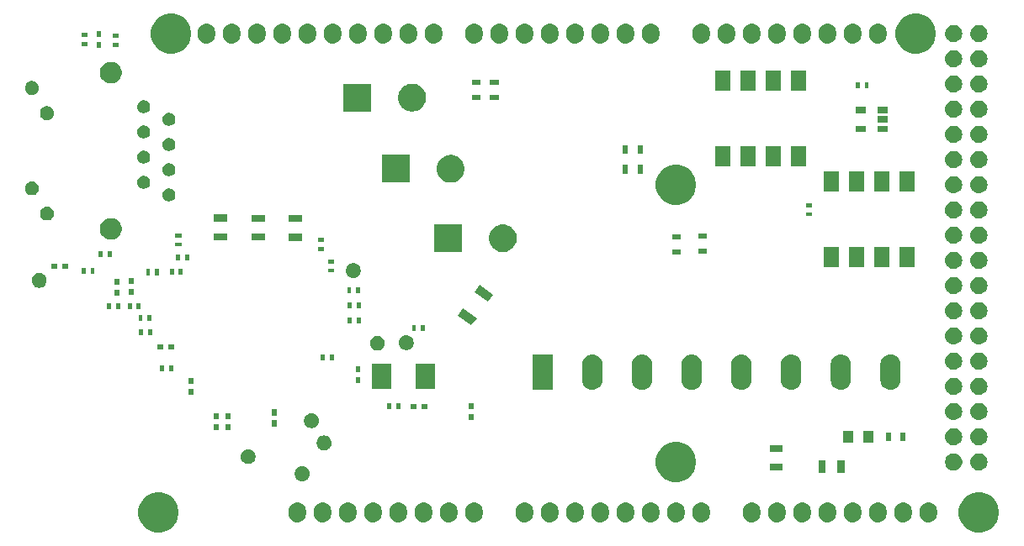
<source format=gbr>
G04 #@! TF.GenerationSoftware,KiCad,Pcbnew,(5.0.2)-1*
G04 #@! TF.CreationDate,2019-06-14T17:16:18-02:30*
G04 #@! TF.ProjectId,arduinoShield,61726475-696e-46f5-9368-69656c642e6b,rev?*
G04 #@! TF.SameCoordinates,Original*
G04 #@! TF.FileFunction,Soldermask,Top*
G04 #@! TF.FilePolarity,Negative*
%FSLAX46Y46*%
G04 Gerber Fmt 4.6, Leading zero omitted, Abs format (unit mm)*
G04 Created by KiCad (PCBNEW (5.0.2)-1) date 6/14/2019 5:16:18 PM*
%MOMM*%
%LPD*%
G01*
G04 APERTURE LIST*
%ADD10C,0.100000*%
G04 APERTURE END LIST*
D10*
G36*
X147240712Y-145422088D02*
X147610510Y-145575263D01*
X147610513Y-145575265D01*
X147943325Y-145797643D01*
X148226357Y-146080675D01*
X148410204Y-146355822D01*
X148448737Y-146413490D01*
X148601912Y-146783288D01*
X148680000Y-147175864D01*
X148680000Y-147576136D01*
X148601912Y-147968712D01*
X148448737Y-148338510D01*
X148448735Y-148338513D01*
X148226357Y-148671325D01*
X147943325Y-148954357D01*
X147610513Y-149176735D01*
X147610510Y-149176737D01*
X147240712Y-149329912D01*
X146848136Y-149408000D01*
X146447864Y-149408000D01*
X146055288Y-149329912D01*
X145685490Y-149176737D01*
X145685487Y-149176735D01*
X145352675Y-148954357D01*
X145069643Y-148671325D01*
X144847265Y-148338513D01*
X144847263Y-148338510D01*
X144694088Y-147968712D01*
X144616000Y-147576136D01*
X144616000Y-147175864D01*
X144694088Y-146783288D01*
X144847263Y-146413490D01*
X144885796Y-146355822D01*
X145069643Y-146080675D01*
X145352675Y-145797643D01*
X145685487Y-145575265D01*
X145685490Y-145575263D01*
X146055288Y-145422088D01*
X146447864Y-145344000D01*
X146848136Y-145344000D01*
X147240712Y-145422088D01*
X147240712Y-145422088D01*
G37*
G36*
X64690712Y-145422088D02*
X65060510Y-145575263D01*
X65060513Y-145575265D01*
X65393325Y-145797643D01*
X65676357Y-146080675D01*
X65860204Y-146355822D01*
X65898737Y-146413490D01*
X66051912Y-146783288D01*
X66130000Y-147175864D01*
X66130000Y-147576136D01*
X66051912Y-147968712D01*
X65898737Y-148338510D01*
X65898735Y-148338513D01*
X65676357Y-148671325D01*
X65393325Y-148954357D01*
X65060513Y-149176735D01*
X65060510Y-149176737D01*
X64690712Y-149329912D01*
X64298136Y-149408000D01*
X63897864Y-149408000D01*
X63505288Y-149329912D01*
X63135490Y-149176737D01*
X63135487Y-149176735D01*
X62802675Y-148954357D01*
X62519643Y-148671325D01*
X62297265Y-148338513D01*
X62297263Y-148338510D01*
X62144088Y-147968712D01*
X62066000Y-147576136D01*
X62066000Y-147175864D01*
X62144088Y-146783288D01*
X62297263Y-146413490D01*
X62335796Y-146355822D01*
X62519643Y-146080675D01*
X62802675Y-145797643D01*
X63135487Y-145575265D01*
X63135490Y-145575263D01*
X63505288Y-145422088D01*
X63897864Y-145344000D01*
X64298136Y-145344000D01*
X64690712Y-145422088D01*
X64690712Y-145422088D01*
G37*
G36*
X78237294Y-146372496D02*
X78357726Y-146409029D01*
X78400087Y-146421879D01*
X78550112Y-146502068D01*
X78681612Y-146609988D01*
X78789532Y-146741488D01*
X78869721Y-146891512D01*
X78882571Y-146933873D01*
X78919104Y-147054305D01*
X78919104Y-147054307D01*
X78931600Y-147181179D01*
X78931600Y-147570820D01*
X78931076Y-147576136D01*
X78919104Y-147697694D01*
X78882571Y-147818128D01*
X78869721Y-147860488D01*
X78789532Y-148010512D01*
X78681612Y-148142012D01*
X78550112Y-148249932D01*
X78400088Y-148330121D01*
X78372433Y-148338510D01*
X78237295Y-148379504D01*
X78124432Y-148390620D01*
X78068001Y-148396178D01*
X78068000Y-148396178D01*
X77898706Y-148379504D01*
X77763568Y-148338510D01*
X77735913Y-148330121D01*
X77585889Y-148249932D01*
X77495946Y-148176117D01*
X77454388Y-148142012D01*
X77346469Y-148010512D01*
X77324127Y-147968713D01*
X77266279Y-147860488D01*
X77253429Y-147818127D01*
X77216896Y-147697695D01*
X77208565Y-147613112D01*
X77204400Y-147570821D01*
X77204400Y-147181180D01*
X77216896Y-147054308D01*
X77216896Y-147054306D01*
X77266278Y-146891517D01*
X77266279Y-146891513D01*
X77346468Y-146741488D01*
X77454388Y-146609988D01*
X77585888Y-146502068D01*
X77735912Y-146421879D01*
X77778273Y-146409029D01*
X77898705Y-146372496D01*
X78011568Y-146361380D01*
X78067999Y-146355822D01*
X78068000Y-146355822D01*
X78237294Y-146372496D01*
X78237294Y-146372496D01*
G37*
G36*
X141737294Y-146372496D02*
X141857726Y-146409029D01*
X141900087Y-146421879D01*
X142050112Y-146502068D01*
X142181612Y-146609988D01*
X142289532Y-146741488D01*
X142369721Y-146891512D01*
X142382571Y-146933873D01*
X142419104Y-147054305D01*
X142419104Y-147054307D01*
X142431600Y-147181179D01*
X142431600Y-147570820D01*
X142431076Y-147576136D01*
X142419104Y-147697694D01*
X142382571Y-147818128D01*
X142369721Y-147860488D01*
X142289532Y-148010512D01*
X142181612Y-148142012D01*
X142050112Y-148249932D01*
X141900088Y-148330121D01*
X141872433Y-148338510D01*
X141737295Y-148379504D01*
X141624432Y-148390620D01*
X141568001Y-148396178D01*
X141568000Y-148396178D01*
X141398706Y-148379504D01*
X141263568Y-148338510D01*
X141235913Y-148330121D01*
X141085889Y-148249932D01*
X140995946Y-148176117D01*
X140954388Y-148142012D01*
X140846469Y-148010512D01*
X140824127Y-147968713D01*
X140766279Y-147860488D01*
X140753429Y-147818127D01*
X140716896Y-147697695D01*
X140708565Y-147613112D01*
X140704400Y-147570821D01*
X140704400Y-147181180D01*
X140716896Y-147054308D01*
X140716896Y-147054306D01*
X140766278Y-146891517D01*
X140766279Y-146891513D01*
X140846468Y-146741488D01*
X140954388Y-146609988D01*
X141085888Y-146502068D01*
X141235912Y-146421879D01*
X141278273Y-146409029D01*
X141398705Y-146372496D01*
X141511568Y-146361380D01*
X141567999Y-146355822D01*
X141568000Y-146355822D01*
X141737294Y-146372496D01*
X141737294Y-146372496D01*
G37*
G36*
X139197294Y-146372496D02*
X139317726Y-146409029D01*
X139360087Y-146421879D01*
X139510112Y-146502068D01*
X139641612Y-146609988D01*
X139749532Y-146741488D01*
X139829721Y-146891512D01*
X139842571Y-146933873D01*
X139879104Y-147054305D01*
X139879104Y-147054307D01*
X139891600Y-147181179D01*
X139891600Y-147570820D01*
X139891076Y-147576136D01*
X139879104Y-147697694D01*
X139842571Y-147818128D01*
X139829721Y-147860488D01*
X139749532Y-148010512D01*
X139641612Y-148142012D01*
X139510112Y-148249932D01*
X139360088Y-148330121D01*
X139332433Y-148338510D01*
X139197295Y-148379504D01*
X139084432Y-148390620D01*
X139028001Y-148396178D01*
X139028000Y-148396178D01*
X138858706Y-148379504D01*
X138723568Y-148338510D01*
X138695913Y-148330121D01*
X138545889Y-148249932D01*
X138455946Y-148176117D01*
X138414388Y-148142012D01*
X138306469Y-148010512D01*
X138284127Y-147968713D01*
X138226279Y-147860488D01*
X138213429Y-147818127D01*
X138176896Y-147697695D01*
X138168565Y-147613112D01*
X138164400Y-147570821D01*
X138164400Y-147181180D01*
X138176896Y-147054308D01*
X138176896Y-147054306D01*
X138226278Y-146891517D01*
X138226279Y-146891513D01*
X138306468Y-146741488D01*
X138414388Y-146609988D01*
X138545888Y-146502068D01*
X138695912Y-146421879D01*
X138738273Y-146409029D01*
X138858705Y-146372496D01*
X138971568Y-146361380D01*
X139027999Y-146355822D01*
X139028000Y-146355822D01*
X139197294Y-146372496D01*
X139197294Y-146372496D01*
G37*
G36*
X134117294Y-146372496D02*
X134237726Y-146409029D01*
X134280087Y-146421879D01*
X134430112Y-146502068D01*
X134561612Y-146609988D01*
X134669532Y-146741488D01*
X134749721Y-146891512D01*
X134762571Y-146933873D01*
X134799104Y-147054305D01*
X134799104Y-147054307D01*
X134811600Y-147181179D01*
X134811600Y-147570820D01*
X134811076Y-147576136D01*
X134799104Y-147697694D01*
X134762571Y-147818128D01*
X134749721Y-147860488D01*
X134669532Y-148010512D01*
X134561612Y-148142012D01*
X134430112Y-148249932D01*
X134280088Y-148330121D01*
X134252433Y-148338510D01*
X134117295Y-148379504D01*
X134004432Y-148390620D01*
X133948001Y-148396178D01*
X133948000Y-148396178D01*
X133778706Y-148379504D01*
X133643568Y-148338510D01*
X133615913Y-148330121D01*
X133465889Y-148249932D01*
X133375946Y-148176117D01*
X133334388Y-148142012D01*
X133226469Y-148010512D01*
X133204127Y-147968713D01*
X133146279Y-147860488D01*
X133133429Y-147818127D01*
X133096896Y-147697695D01*
X133088565Y-147613112D01*
X133084400Y-147570821D01*
X133084400Y-147181180D01*
X133096896Y-147054308D01*
X133096896Y-147054306D01*
X133146278Y-146891517D01*
X133146279Y-146891513D01*
X133226468Y-146741488D01*
X133334388Y-146609988D01*
X133465888Y-146502068D01*
X133615912Y-146421879D01*
X133658273Y-146409029D01*
X133778705Y-146372496D01*
X133891568Y-146361380D01*
X133947999Y-146355822D01*
X133948000Y-146355822D01*
X134117294Y-146372496D01*
X134117294Y-146372496D01*
G37*
G36*
X131577294Y-146372496D02*
X131697726Y-146409029D01*
X131740087Y-146421879D01*
X131890112Y-146502068D01*
X132021612Y-146609988D01*
X132129532Y-146741488D01*
X132209721Y-146891512D01*
X132222571Y-146933873D01*
X132259104Y-147054305D01*
X132259104Y-147054307D01*
X132271600Y-147181179D01*
X132271600Y-147570820D01*
X132271076Y-147576136D01*
X132259104Y-147697694D01*
X132222571Y-147818128D01*
X132209721Y-147860488D01*
X132129532Y-148010512D01*
X132021612Y-148142012D01*
X131890112Y-148249932D01*
X131740088Y-148330121D01*
X131712433Y-148338510D01*
X131577295Y-148379504D01*
X131464432Y-148390620D01*
X131408001Y-148396178D01*
X131408000Y-148396178D01*
X131238706Y-148379504D01*
X131103568Y-148338510D01*
X131075913Y-148330121D01*
X130925889Y-148249932D01*
X130835946Y-148176117D01*
X130794388Y-148142012D01*
X130686469Y-148010512D01*
X130664127Y-147968713D01*
X130606279Y-147860488D01*
X130593429Y-147818127D01*
X130556896Y-147697695D01*
X130548565Y-147613112D01*
X130544400Y-147570821D01*
X130544400Y-147181180D01*
X130556896Y-147054308D01*
X130556896Y-147054306D01*
X130606278Y-146891517D01*
X130606279Y-146891513D01*
X130686468Y-146741488D01*
X130794388Y-146609988D01*
X130925888Y-146502068D01*
X131075912Y-146421879D01*
X131118273Y-146409029D01*
X131238705Y-146372496D01*
X131351568Y-146361380D01*
X131407999Y-146355822D01*
X131408000Y-146355822D01*
X131577294Y-146372496D01*
X131577294Y-146372496D01*
G37*
G36*
X129037294Y-146372496D02*
X129157726Y-146409029D01*
X129200087Y-146421879D01*
X129350112Y-146502068D01*
X129481612Y-146609988D01*
X129589532Y-146741488D01*
X129669721Y-146891512D01*
X129682571Y-146933873D01*
X129719104Y-147054305D01*
X129719104Y-147054307D01*
X129731600Y-147181179D01*
X129731600Y-147570820D01*
X129731076Y-147576136D01*
X129719104Y-147697694D01*
X129682571Y-147818128D01*
X129669721Y-147860488D01*
X129589532Y-148010512D01*
X129481612Y-148142012D01*
X129350112Y-148249932D01*
X129200088Y-148330121D01*
X129172433Y-148338510D01*
X129037295Y-148379504D01*
X128924432Y-148390620D01*
X128868001Y-148396178D01*
X128868000Y-148396178D01*
X128698706Y-148379504D01*
X128563568Y-148338510D01*
X128535913Y-148330121D01*
X128385889Y-148249932D01*
X128295946Y-148176117D01*
X128254388Y-148142012D01*
X128146469Y-148010512D01*
X128124127Y-147968713D01*
X128066279Y-147860488D01*
X128053429Y-147818127D01*
X128016896Y-147697695D01*
X128008565Y-147613112D01*
X128004400Y-147570821D01*
X128004400Y-147181180D01*
X128016896Y-147054308D01*
X128016896Y-147054306D01*
X128066278Y-146891517D01*
X128066279Y-146891513D01*
X128146468Y-146741488D01*
X128254388Y-146609988D01*
X128385888Y-146502068D01*
X128535912Y-146421879D01*
X128578273Y-146409029D01*
X128698705Y-146372496D01*
X128811568Y-146361380D01*
X128867999Y-146355822D01*
X128868000Y-146355822D01*
X129037294Y-146372496D01*
X129037294Y-146372496D01*
G37*
G36*
X126497294Y-146372496D02*
X126617726Y-146409029D01*
X126660087Y-146421879D01*
X126810112Y-146502068D01*
X126941612Y-146609988D01*
X127049532Y-146741488D01*
X127129721Y-146891512D01*
X127142571Y-146933873D01*
X127179104Y-147054305D01*
X127179104Y-147054307D01*
X127191600Y-147181179D01*
X127191600Y-147570820D01*
X127191076Y-147576136D01*
X127179104Y-147697694D01*
X127142571Y-147818128D01*
X127129721Y-147860488D01*
X127049532Y-148010512D01*
X126941612Y-148142012D01*
X126810112Y-148249932D01*
X126660088Y-148330121D01*
X126632433Y-148338510D01*
X126497295Y-148379504D01*
X126384432Y-148390620D01*
X126328001Y-148396178D01*
X126328000Y-148396178D01*
X126158706Y-148379504D01*
X126023568Y-148338510D01*
X125995913Y-148330121D01*
X125845889Y-148249932D01*
X125755946Y-148176117D01*
X125714388Y-148142012D01*
X125606469Y-148010512D01*
X125584127Y-147968713D01*
X125526279Y-147860488D01*
X125513429Y-147818127D01*
X125476896Y-147697695D01*
X125468565Y-147613112D01*
X125464400Y-147570821D01*
X125464400Y-147181180D01*
X125476896Y-147054308D01*
X125476896Y-147054306D01*
X125526278Y-146891517D01*
X125526279Y-146891513D01*
X125606468Y-146741488D01*
X125714388Y-146609988D01*
X125845888Y-146502068D01*
X125995912Y-146421879D01*
X126038273Y-146409029D01*
X126158705Y-146372496D01*
X126271568Y-146361380D01*
X126327999Y-146355822D01*
X126328000Y-146355822D01*
X126497294Y-146372496D01*
X126497294Y-146372496D01*
G37*
G36*
X123957294Y-146372496D02*
X124077726Y-146409029D01*
X124120087Y-146421879D01*
X124270112Y-146502068D01*
X124401612Y-146609988D01*
X124509532Y-146741488D01*
X124589721Y-146891512D01*
X124602571Y-146933873D01*
X124639104Y-147054305D01*
X124639104Y-147054307D01*
X124651600Y-147181179D01*
X124651600Y-147570820D01*
X124651076Y-147576136D01*
X124639104Y-147697694D01*
X124602571Y-147818128D01*
X124589721Y-147860488D01*
X124509532Y-148010512D01*
X124401612Y-148142012D01*
X124270112Y-148249932D01*
X124120088Y-148330121D01*
X124092433Y-148338510D01*
X123957295Y-148379504D01*
X123844432Y-148390620D01*
X123788001Y-148396178D01*
X123788000Y-148396178D01*
X123618706Y-148379504D01*
X123483568Y-148338510D01*
X123455913Y-148330121D01*
X123305889Y-148249932D01*
X123215946Y-148176117D01*
X123174388Y-148142012D01*
X123066469Y-148010512D01*
X123044127Y-147968713D01*
X122986279Y-147860488D01*
X122973429Y-147818127D01*
X122936896Y-147697695D01*
X122928565Y-147613112D01*
X122924400Y-147570821D01*
X122924400Y-147181180D01*
X122936896Y-147054308D01*
X122936896Y-147054306D01*
X122986278Y-146891517D01*
X122986279Y-146891513D01*
X123066468Y-146741488D01*
X123174388Y-146609988D01*
X123305888Y-146502068D01*
X123455912Y-146421879D01*
X123498273Y-146409029D01*
X123618705Y-146372496D01*
X123731568Y-146361380D01*
X123787999Y-146355822D01*
X123788000Y-146355822D01*
X123957294Y-146372496D01*
X123957294Y-146372496D01*
G37*
G36*
X118877294Y-146372496D02*
X118997726Y-146409029D01*
X119040087Y-146421879D01*
X119190112Y-146502068D01*
X119321612Y-146609988D01*
X119429532Y-146741488D01*
X119509721Y-146891512D01*
X119522571Y-146933873D01*
X119559104Y-147054305D01*
X119559104Y-147054307D01*
X119571600Y-147181179D01*
X119571600Y-147570820D01*
X119571076Y-147576136D01*
X119559104Y-147697694D01*
X119522571Y-147818128D01*
X119509721Y-147860488D01*
X119429532Y-148010512D01*
X119321612Y-148142012D01*
X119190112Y-148249932D01*
X119040088Y-148330121D01*
X119012433Y-148338510D01*
X118877295Y-148379504D01*
X118764432Y-148390620D01*
X118708001Y-148396178D01*
X118708000Y-148396178D01*
X118538706Y-148379504D01*
X118403568Y-148338510D01*
X118375913Y-148330121D01*
X118225889Y-148249932D01*
X118135946Y-148176117D01*
X118094388Y-148142012D01*
X117986469Y-148010512D01*
X117964127Y-147968713D01*
X117906279Y-147860488D01*
X117893429Y-147818127D01*
X117856896Y-147697695D01*
X117848565Y-147613112D01*
X117844400Y-147570821D01*
X117844400Y-147181180D01*
X117856896Y-147054308D01*
X117856896Y-147054306D01*
X117906278Y-146891517D01*
X117906279Y-146891513D01*
X117986468Y-146741488D01*
X118094388Y-146609988D01*
X118225888Y-146502068D01*
X118375912Y-146421879D01*
X118418273Y-146409029D01*
X118538705Y-146372496D01*
X118651568Y-146361380D01*
X118707999Y-146355822D01*
X118708000Y-146355822D01*
X118877294Y-146372496D01*
X118877294Y-146372496D01*
G37*
G36*
X116337294Y-146372496D02*
X116457726Y-146409029D01*
X116500087Y-146421879D01*
X116650112Y-146502068D01*
X116781612Y-146609988D01*
X116889532Y-146741488D01*
X116969721Y-146891512D01*
X116982571Y-146933873D01*
X117019104Y-147054305D01*
X117019104Y-147054307D01*
X117031600Y-147181179D01*
X117031600Y-147570820D01*
X117031076Y-147576136D01*
X117019104Y-147697694D01*
X116982571Y-147818128D01*
X116969721Y-147860488D01*
X116889532Y-148010512D01*
X116781612Y-148142012D01*
X116650112Y-148249932D01*
X116500088Y-148330121D01*
X116472433Y-148338510D01*
X116337295Y-148379504D01*
X116224432Y-148390620D01*
X116168001Y-148396178D01*
X116168000Y-148396178D01*
X115998706Y-148379504D01*
X115863568Y-148338510D01*
X115835913Y-148330121D01*
X115685889Y-148249932D01*
X115595946Y-148176117D01*
X115554388Y-148142012D01*
X115446469Y-148010512D01*
X115424127Y-147968713D01*
X115366279Y-147860488D01*
X115353429Y-147818127D01*
X115316896Y-147697695D01*
X115308565Y-147613112D01*
X115304400Y-147570821D01*
X115304400Y-147181180D01*
X115316896Y-147054308D01*
X115316896Y-147054306D01*
X115366278Y-146891517D01*
X115366279Y-146891513D01*
X115446468Y-146741488D01*
X115554388Y-146609988D01*
X115685888Y-146502068D01*
X115835912Y-146421879D01*
X115878273Y-146409029D01*
X115998705Y-146372496D01*
X116111568Y-146361380D01*
X116167999Y-146355822D01*
X116168000Y-146355822D01*
X116337294Y-146372496D01*
X116337294Y-146372496D01*
G37*
G36*
X136657294Y-146372496D02*
X136777726Y-146409029D01*
X136820087Y-146421879D01*
X136970112Y-146502068D01*
X137101612Y-146609988D01*
X137209532Y-146741488D01*
X137289721Y-146891512D01*
X137302571Y-146933873D01*
X137339104Y-147054305D01*
X137339104Y-147054307D01*
X137351600Y-147181179D01*
X137351600Y-147570820D01*
X137351076Y-147576136D01*
X137339104Y-147697694D01*
X137302571Y-147818128D01*
X137289721Y-147860488D01*
X137209532Y-148010512D01*
X137101612Y-148142012D01*
X136970112Y-148249932D01*
X136820088Y-148330121D01*
X136792433Y-148338510D01*
X136657295Y-148379504D01*
X136544432Y-148390620D01*
X136488001Y-148396178D01*
X136488000Y-148396178D01*
X136318706Y-148379504D01*
X136183568Y-148338510D01*
X136155913Y-148330121D01*
X136005889Y-148249932D01*
X135915946Y-148176117D01*
X135874388Y-148142012D01*
X135766469Y-148010512D01*
X135744127Y-147968713D01*
X135686279Y-147860488D01*
X135673429Y-147818127D01*
X135636896Y-147697695D01*
X135628565Y-147613112D01*
X135624400Y-147570821D01*
X135624400Y-147181180D01*
X135636896Y-147054308D01*
X135636896Y-147054306D01*
X135686278Y-146891517D01*
X135686279Y-146891513D01*
X135766468Y-146741488D01*
X135874388Y-146609988D01*
X136005888Y-146502068D01*
X136155912Y-146421879D01*
X136198273Y-146409029D01*
X136318705Y-146372496D01*
X136431568Y-146361380D01*
X136487999Y-146355822D01*
X136488000Y-146355822D01*
X136657294Y-146372496D01*
X136657294Y-146372496D01*
G37*
G36*
X111257294Y-146372496D02*
X111377726Y-146409029D01*
X111420087Y-146421879D01*
X111570112Y-146502068D01*
X111701612Y-146609988D01*
X111809532Y-146741488D01*
X111889721Y-146891512D01*
X111902571Y-146933873D01*
X111939104Y-147054305D01*
X111939104Y-147054307D01*
X111951600Y-147181179D01*
X111951600Y-147570820D01*
X111951076Y-147576136D01*
X111939104Y-147697694D01*
X111902571Y-147818128D01*
X111889721Y-147860488D01*
X111809532Y-148010512D01*
X111701612Y-148142012D01*
X111570112Y-148249932D01*
X111420088Y-148330121D01*
X111392433Y-148338510D01*
X111257295Y-148379504D01*
X111144432Y-148390620D01*
X111088001Y-148396178D01*
X111088000Y-148396178D01*
X110918706Y-148379504D01*
X110783568Y-148338510D01*
X110755913Y-148330121D01*
X110605889Y-148249932D01*
X110515946Y-148176117D01*
X110474388Y-148142012D01*
X110366469Y-148010512D01*
X110344127Y-147968713D01*
X110286279Y-147860488D01*
X110273429Y-147818127D01*
X110236896Y-147697695D01*
X110228565Y-147613112D01*
X110224400Y-147570821D01*
X110224400Y-147181180D01*
X110236896Y-147054308D01*
X110236896Y-147054306D01*
X110286278Y-146891517D01*
X110286279Y-146891513D01*
X110366468Y-146741488D01*
X110474388Y-146609988D01*
X110605888Y-146502068D01*
X110755912Y-146421879D01*
X110798273Y-146409029D01*
X110918705Y-146372496D01*
X111031568Y-146361380D01*
X111087999Y-146355822D01*
X111088000Y-146355822D01*
X111257294Y-146372496D01*
X111257294Y-146372496D01*
G37*
G36*
X106177294Y-146372496D02*
X106297726Y-146409029D01*
X106340087Y-146421879D01*
X106490112Y-146502068D01*
X106621612Y-146609988D01*
X106729532Y-146741488D01*
X106809721Y-146891512D01*
X106822571Y-146933873D01*
X106859104Y-147054305D01*
X106859104Y-147054307D01*
X106871600Y-147181179D01*
X106871600Y-147570820D01*
X106871076Y-147576136D01*
X106859104Y-147697694D01*
X106822571Y-147818128D01*
X106809721Y-147860488D01*
X106729532Y-148010512D01*
X106621612Y-148142012D01*
X106490112Y-148249932D01*
X106340088Y-148330121D01*
X106312433Y-148338510D01*
X106177295Y-148379504D01*
X106064432Y-148390620D01*
X106008001Y-148396178D01*
X106008000Y-148396178D01*
X105838706Y-148379504D01*
X105703568Y-148338510D01*
X105675913Y-148330121D01*
X105525889Y-148249932D01*
X105435946Y-148176117D01*
X105394388Y-148142012D01*
X105286469Y-148010512D01*
X105264127Y-147968713D01*
X105206279Y-147860488D01*
X105193429Y-147818127D01*
X105156896Y-147697695D01*
X105148565Y-147613112D01*
X105144400Y-147570821D01*
X105144400Y-147181180D01*
X105156896Y-147054308D01*
X105156896Y-147054306D01*
X105206278Y-146891517D01*
X105206279Y-146891513D01*
X105286468Y-146741488D01*
X105394388Y-146609988D01*
X105525888Y-146502068D01*
X105675912Y-146421879D01*
X105718273Y-146409029D01*
X105838705Y-146372496D01*
X105951568Y-146361380D01*
X106007999Y-146355822D01*
X106008000Y-146355822D01*
X106177294Y-146372496D01*
X106177294Y-146372496D01*
G37*
G36*
X113797294Y-146372496D02*
X113917726Y-146409029D01*
X113960087Y-146421879D01*
X114110112Y-146502068D01*
X114241612Y-146609988D01*
X114349532Y-146741488D01*
X114429721Y-146891512D01*
X114442571Y-146933873D01*
X114479104Y-147054305D01*
X114479104Y-147054307D01*
X114491600Y-147181179D01*
X114491600Y-147570820D01*
X114491076Y-147576136D01*
X114479104Y-147697694D01*
X114442571Y-147818128D01*
X114429721Y-147860488D01*
X114349532Y-148010512D01*
X114241612Y-148142012D01*
X114110112Y-148249932D01*
X113960088Y-148330121D01*
X113932433Y-148338510D01*
X113797295Y-148379504D01*
X113684432Y-148390620D01*
X113628001Y-148396178D01*
X113628000Y-148396178D01*
X113458706Y-148379504D01*
X113323568Y-148338510D01*
X113295913Y-148330121D01*
X113145889Y-148249932D01*
X113055946Y-148176117D01*
X113014388Y-148142012D01*
X112906469Y-148010512D01*
X112884127Y-147968713D01*
X112826279Y-147860488D01*
X112813429Y-147818127D01*
X112776896Y-147697695D01*
X112768565Y-147613112D01*
X112764400Y-147570821D01*
X112764400Y-147181180D01*
X112776896Y-147054308D01*
X112776896Y-147054306D01*
X112826278Y-146891517D01*
X112826279Y-146891513D01*
X112906468Y-146741488D01*
X113014388Y-146609988D01*
X113145888Y-146502068D01*
X113295912Y-146421879D01*
X113338273Y-146409029D01*
X113458705Y-146372496D01*
X113571568Y-146361380D01*
X113627999Y-146355822D01*
X113628000Y-146355822D01*
X113797294Y-146372496D01*
X113797294Y-146372496D01*
G37*
G36*
X80777294Y-146372496D02*
X80897726Y-146409029D01*
X80940087Y-146421879D01*
X81090112Y-146502068D01*
X81221612Y-146609988D01*
X81329532Y-146741488D01*
X81409721Y-146891512D01*
X81422571Y-146933873D01*
X81459104Y-147054305D01*
X81459104Y-147054307D01*
X81471600Y-147181179D01*
X81471600Y-147570820D01*
X81471076Y-147576136D01*
X81459104Y-147697694D01*
X81422571Y-147818128D01*
X81409721Y-147860488D01*
X81329532Y-148010512D01*
X81221612Y-148142012D01*
X81090112Y-148249932D01*
X80940088Y-148330121D01*
X80912433Y-148338510D01*
X80777295Y-148379504D01*
X80664432Y-148390620D01*
X80608001Y-148396178D01*
X80608000Y-148396178D01*
X80438706Y-148379504D01*
X80303568Y-148338510D01*
X80275913Y-148330121D01*
X80125889Y-148249932D01*
X80035946Y-148176117D01*
X79994388Y-148142012D01*
X79886469Y-148010512D01*
X79864127Y-147968713D01*
X79806279Y-147860488D01*
X79793429Y-147818127D01*
X79756896Y-147697695D01*
X79748565Y-147613112D01*
X79744400Y-147570821D01*
X79744400Y-147181180D01*
X79756896Y-147054308D01*
X79756896Y-147054306D01*
X79806278Y-146891517D01*
X79806279Y-146891513D01*
X79886468Y-146741488D01*
X79994388Y-146609988D01*
X80125888Y-146502068D01*
X80275912Y-146421879D01*
X80318273Y-146409029D01*
X80438705Y-146372496D01*
X80551568Y-146361380D01*
X80607999Y-146355822D01*
X80608000Y-146355822D01*
X80777294Y-146372496D01*
X80777294Y-146372496D01*
G37*
G36*
X83317294Y-146372496D02*
X83437726Y-146409029D01*
X83480087Y-146421879D01*
X83630112Y-146502068D01*
X83761612Y-146609988D01*
X83869532Y-146741488D01*
X83949721Y-146891512D01*
X83962571Y-146933873D01*
X83999104Y-147054305D01*
X83999104Y-147054307D01*
X84011600Y-147181179D01*
X84011600Y-147570820D01*
X84011076Y-147576136D01*
X83999104Y-147697694D01*
X83962571Y-147818128D01*
X83949721Y-147860488D01*
X83869532Y-148010512D01*
X83761612Y-148142012D01*
X83630112Y-148249932D01*
X83480088Y-148330121D01*
X83452433Y-148338510D01*
X83317295Y-148379504D01*
X83204432Y-148390620D01*
X83148001Y-148396178D01*
X83148000Y-148396178D01*
X82978706Y-148379504D01*
X82843568Y-148338510D01*
X82815913Y-148330121D01*
X82665889Y-148249932D01*
X82575946Y-148176117D01*
X82534388Y-148142012D01*
X82426469Y-148010512D01*
X82404127Y-147968713D01*
X82346279Y-147860488D01*
X82333429Y-147818127D01*
X82296896Y-147697695D01*
X82288565Y-147613112D01*
X82284400Y-147570821D01*
X82284400Y-147181180D01*
X82296896Y-147054308D01*
X82296896Y-147054306D01*
X82346278Y-146891517D01*
X82346279Y-146891513D01*
X82426468Y-146741488D01*
X82534388Y-146609988D01*
X82665888Y-146502068D01*
X82815912Y-146421879D01*
X82858273Y-146409029D01*
X82978705Y-146372496D01*
X83091568Y-146361380D01*
X83147999Y-146355822D01*
X83148000Y-146355822D01*
X83317294Y-146372496D01*
X83317294Y-146372496D01*
G37*
G36*
X85857294Y-146372496D02*
X85977726Y-146409029D01*
X86020087Y-146421879D01*
X86170112Y-146502068D01*
X86301612Y-146609988D01*
X86409532Y-146741488D01*
X86489721Y-146891512D01*
X86502571Y-146933873D01*
X86539104Y-147054305D01*
X86539104Y-147054307D01*
X86551600Y-147181179D01*
X86551600Y-147570820D01*
X86551076Y-147576136D01*
X86539104Y-147697694D01*
X86502571Y-147818128D01*
X86489721Y-147860488D01*
X86409532Y-148010512D01*
X86301612Y-148142012D01*
X86170112Y-148249932D01*
X86020088Y-148330121D01*
X85992433Y-148338510D01*
X85857295Y-148379504D01*
X85744432Y-148390620D01*
X85688001Y-148396178D01*
X85688000Y-148396178D01*
X85518706Y-148379504D01*
X85383568Y-148338510D01*
X85355913Y-148330121D01*
X85205889Y-148249932D01*
X85115946Y-148176117D01*
X85074388Y-148142012D01*
X84966469Y-148010512D01*
X84944127Y-147968713D01*
X84886279Y-147860488D01*
X84873429Y-147818127D01*
X84836896Y-147697695D01*
X84828565Y-147613112D01*
X84824400Y-147570821D01*
X84824400Y-147181180D01*
X84836896Y-147054308D01*
X84836896Y-147054306D01*
X84886278Y-146891517D01*
X84886279Y-146891513D01*
X84966468Y-146741488D01*
X85074388Y-146609988D01*
X85205888Y-146502068D01*
X85355912Y-146421879D01*
X85398273Y-146409029D01*
X85518705Y-146372496D01*
X85631568Y-146361380D01*
X85687999Y-146355822D01*
X85688000Y-146355822D01*
X85857294Y-146372496D01*
X85857294Y-146372496D01*
G37*
G36*
X88397294Y-146372496D02*
X88517726Y-146409029D01*
X88560087Y-146421879D01*
X88710112Y-146502068D01*
X88841612Y-146609988D01*
X88949532Y-146741488D01*
X89029721Y-146891512D01*
X89042571Y-146933873D01*
X89079104Y-147054305D01*
X89079104Y-147054307D01*
X89091600Y-147181179D01*
X89091600Y-147570820D01*
X89091076Y-147576136D01*
X89079104Y-147697694D01*
X89042571Y-147818128D01*
X89029721Y-147860488D01*
X88949532Y-148010512D01*
X88841612Y-148142012D01*
X88710112Y-148249932D01*
X88560088Y-148330121D01*
X88532433Y-148338510D01*
X88397295Y-148379504D01*
X88284432Y-148390620D01*
X88228001Y-148396178D01*
X88228000Y-148396178D01*
X88058706Y-148379504D01*
X87923568Y-148338510D01*
X87895913Y-148330121D01*
X87745889Y-148249932D01*
X87655946Y-148176117D01*
X87614388Y-148142012D01*
X87506469Y-148010512D01*
X87484127Y-147968713D01*
X87426279Y-147860488D01*
X87413429Y-147818127D01*
X87376896Y-147697695D01*
X87368565Y-147613112D01*
X87364400Y-147570821D01*
X87364400Y-147181180D01*
X87376896Y-147054308D01*
X87376896Y-147054306D01*
X87426278Y-146891517D01*
X87426279Y-146891513D01*
X87506468Y-146741488D01*
X87614388Y-146609988D01*
X87745888Y-146502068D01*
X87895912Y-146421879D01*
X87938273Y-146409029D01*
X88058705Y-146372496D01*
X88171568Y-146361380D01*
X88227999Y-146355822D01*
X88228000Y-146355822D01*
X88397294Y-146372496D01*
X88397294Y-146372496D01*
G37*
G36*
X90937294Y-146372496D02*
X91057726Y-146409029D01*
X91100087Y-146421879D01*
X91250112Y-146502068D01*
X91381612Y-146609988D01*
X91489532Y-146741488D01*
X91569721Y-146891512D01*
X91582571Y-146933873D01*
X91619104Y-147054305D01*
X91619104Y-147054307D01*
X91631600Y-147181179D01*
X91631600Y-147570820D01*
X91631076Y-147576136D01*
X91619104Y-147697694D01*
X91582571Y-147818128D01*
X91569721Y-147860488D01*
X91489532Y-148010512D01*
X91381612Y-148142012D01*
X91250112Y-148249932D01*
X91100088Y-148330121D01*
X91072433Y-148338510D01*
X90937295Y-148379504D01*
X90824432Y-148390620D01*
X90768001Y-148396178D01*
X90768000Y-148396178D01*
X90598706Y-148379504D01*
X90463568Y-148338510D01*
X90435913Y-148330121D01*
X90285889Y-148249932D01*
X90195946Y-148176117D01*
X90154388Y-148142012D01*
X90046469Y-148010512D01*
X90024127Y-147968713D01*
X89966279Y-147860488D01*
X89953429Y-147818127D01*
X89916896Y-147697695D01*
X89908565Y-147613112D01*
X89904400Y-147570821D01*
X89904400Y-147181180D01*
X89916896Y-147054308D01*
X89916896Y-147054306D01*
X89966278Y-146891517D01*
X89966279Y-146891513D01*
X90046468Y-146741488D01*
X90154388Y-146609988D01*
X90285888Y-146502068D01*
X90435912Y-146421879D01*
X90478273Y-146409029D01*
X90598705Y-146372496D01*
X90711568Y-146361380D01*
X90767999Y-146355822D01*
X90768000Y-146355822D01*
X90937294Y-146372496D01*
X90937294Y-146372496D01*
G37*
G36*
X93477294Y-146372496D02*
X93597726Y-146409029D01*
X93640087Y-146421879D01*
X93790112Y-146502068D01*
X93921612Y-146609988D01*
X94029532Y-146741488D01*
X94109721Y-146891512D01*
X94122571Y-146933873D01*
X94159104Y-147054305D01*
X94159104Y-147054307D01*
X94171600Y-147181179D01*
X94171600Y-147570820D01*
X94171076Y-147576136D01*
X94159104Y-147697694D01*
X94122571Y-147818128D01*
X94109721Y-147860488D01*
X94029532Y-148010512D01*
X93921612Y-148142012D01*
X93790112Y-148249932D01*
X93640088Y-148330121D01*
X93612433Y-148338510D01*
X93477295Y-148379504D01*
X93364432Y-148390620D01*
X93308001Y-148396178D01*
X93308000Y-148396178D01*
X93138706Y-148379504D01*
X93003568Y-148338510D01*
X92975913Y-148330121D01*
X92825889Y-148249932D01*
X92735946Y-148176117D01*
X92694388Y-148142012D01*
X92586469Y-148010512D01*
X92564127Y-147968713D01*
X92506279Y-147860488D01*
X92493429Y-147818127D01*
X92456896Y-147697695D01*
X92448565Y-147613112D01*
X92444400Y-147570821D01*
X92444400Y-147181180D01*
X92456896Y-147054308D01*
X92456896Y-147054306D01*
X92506278Y-146891517D01*
X92506279Y-146891513D01*
X92586468Y-146741488D01*
X92694388Y-146609988D01*
X92825888Y-146502068D01*
X92975912Y-146421879D01*
X93018273Y-146409029D01*
X93138705Y-146372496D01*
X93251568Y-146361380D01*
X93307999Y-146355822D01*
X93308000Y-146355822D01*
X93477294Y-146372496D01*
X93477294Y-146372496D01*
G37*
G36*
X96017294Y-146372496D02*
X96137726Y-146409029D01*
X96180087Y-146421879D01*
X96330112Y-146502068D01*
X96461612Y-146609988D01*
X96569532Y-146741488D01*
X96649721Y-146891512D01*
X96662571Y-146933873D01*
X96699104Y-147054305D01*
X96699104Y-147054307D01*
X96711600Y-147181179D01*
X96711600Y-147570820D01*
X96711076Y-147576136D01*
X96699104Y-147697694D01*
X96662571Y-147818128D01*
X96649721Y-147860488D01*
X96569532Y-148010512D01*
X96461612Y-148142012D01*
X96330112Y-148249932D01*
X96180088Y-148330121D01*
X96152433Y-148338510D01*
X96017295Y-148379504D01*
X95904432Y-148390620D01*
X95848001Y-148396178D01*
X95848000Y-148396178D01*
X95678706Y-148379504D01*
X95543568Y-148338510D01*
X95515913Y-148330121D01*
X95365889Y-148249932D01*
X95275946Y-148176117D01*
X95234388Y-148142012D01*
X95126469Y-148010512D01*
X95104127Y-147968713D01*
X95046279Y-147860488D01*
X95033429Y-147818127D01*
X94996896Y-147697695D01*
X94988565Y-147613112D01*
X94984400Y-147570821D01*
X94984400Y-147181180D01*
X94996896Y-147054308D01*
X94996896Y-147054306D01*
X95046278Y-146891517D01*
X95046279Y-146891513D01*
X95126468Y-146741488D01*
X95234388Y-146609988D01*
X95365888Y-146502068D01*
X95515912Y-146421879D01*
X95558273Y-146409029D01*
X95678705Y-146372496D01*
X95791568Y-146361380D01*
X95847999Y-146355822D01*
X95848000Y-146355822D01*
X96017294Y-146372496D01*
X96017294Y-146372496D01*
G37*
G36*
X101097294Y-146372496D02*
X101217726Y-146409029D01*
X101260087Y-146421879D01*
X101410112Y-146502068D01*
X101541612Y-146609988D01*
X101649532Y-146741488D01*
X101729721Y-146891512D01*
X101742571Y-146933873D01*
X101779104Y-147054305D01*
X101779104Y-147054307D01*
X101791600Y-147181179D01*
X101791600Y-147570820D01*
X101791076Y-147576136D01*
X101779104Y-147697694D01*
X101742571Y-147818128D01*
X101729721Y-147860488D01*
X101649532Y-148010512D01*
X101541612Y-148142012D01*
X101410112Y-148249932D01*
X101260088Y-148330121D01*
X101232433Y-148338510D01*
X101097295Y-148379504D01*
X100984432Y-148390620D01*
X100928001Y-148396178D01*
X100928000Y-148396178D01*
X100758706Y-148379504D01*
X100623568Y-148338510D01*
X100595913Y-148330121D01*
X100445889Y-148249932D01*
X100355946Y-148176117D01*
X100314388Y-148142012D01*
X100206469Y-148010512D01*
X100184127Y-147968713D01*
X100126279Y-147860488D01*
X100113429Y-147818127D01*
X100076896Y-147697695D01*
X100068565Y-147613112D01*
X100064400Y-147570821D01*
X100064400Y-147181180D01*
X100076896Y-147054308D01*
X100076896Y-147054306D01*
X100126278Y-146891517D01*
X100126279Y-146891513D01*
X100206468Y-146741488D01*
X100314388Y-146609988D01*
X100445888Y-146502068D01*
X100595912Y-146421879D01*
X100638273Y-146409029D01*
X100758705Y-146372496D01*
X100871568Y-146361380D01*
X100927999Y-146355822D01*
X100928000Y-146355822D01*
X101097294Y-146372496D01*
X101097294Y-146372496D01*
G37*
G36*
X103637294Y-146372496D02*
X103757726Y-146409029D01*
X103800087Y-146421879D01*
X103950112Y-146502068D01*
X104081612Y-146609988D01*
X104189532Y-146741488D01*
X104269721Y-146891512D01*
X104282571Y-146933873D01*
X104319104Y-147054305D01*
X104319104Y-147054307D01*
X104331600Y-147181179D01*
X104331600Y-147570820D01*
X104331076Y-147576136D01*
X104319104Y-147697694D01*
X104282571Y-147818128D01*
X104269721Y-147860488D01*
X104189532Y-148010512D01*
X104081612Y-148142012D01*
X103950112Y-148249932D01*
X103800088Y-148330121D01*
X103772433Y-148338510D01*
X103637295Y-148379504D01*
X103524432Y-148390620D01*
X103468001Y-148396178D01*
X103468000Y-148396178D01*
X103298706Y-148379504D01*
X103163568Y-148338510D01*
X103135913Y-148330121D01*
X102985889Y-148249932D01*
X102895946Y-148176117D01*
X102854388Y-148142012D01*
X102746469Y-148010512D01*
X102724127Y-147968713D01*
X102666279Y-147860488D01*
X102653429Y-147818127D01*
X102616896Y-147697695D01*
X102608565Y-147613112D01*
X102604400Y-147570821D01*
X102604400Y-147181180D01*
X102616896Y-147054308D01*
X102616896Y-147054306D01*
X102666278Y-146891517D01*
X102666279Y-146891513D01*
X102746468Y-146741488D01*
X102854388Y-146609988D01*
X102985888Y-146502068D01*
X103135912Y-146421879D01*
X103178273Y-146409029D01*
X103298705Y-146372496D01*
X103411568Y-146361380D01*
X103467999Y-146355822D01*
X103468000Y-146355822D01*
X103637294Y-146372496D01*
X103637294Y-146372496D01*
G37*
G36*
X108717294Y-146372496D02*
X108837726Y-146409029D01*
X108880087Y-146421879D01*
X109030112Y-146502068D01*
X109161612Y-146609988D01*
X109269532Y-146741488D01*
X109349721Y-146891512D01*
X109362571Y-146933873D01*
X109399104Y-147054305D01*
X109399104Y-147054307D01*
X109411600Y-147181179D01*
X109411600Y-147570820D01*
X109411076Y-147576136D01*
X109399104Y-147697694D01*
X109362571Y-147818128D01*
X109349721Y-147860488D01*
X109269532Y-148010512D01*
X109161612Y-148142012D01*
X109030112Y-148249932D01*
X108880088Y-148330121D01*
X108852433Y-148338510D01*
X108717295Y-148379504D01*
X108604432Y-148390620D01*
X108548001Y-148396178D01*
X108548000Y-148396178D01*
X108378706Y-148379504D01*
X108243568Y-148338510D01*
X108215913Y-148330121D01*
X108065889Y-148249932D01*
X107975946Y-148176117D01*
X107934388Y-148142012D01*
X107826469Y-148010512D01*
X107804127Y-147968713D01*
X107746279Y-147860488D01*
X107733429Y-147818127D01*
X107696896Y-147697695D01*
X107688565Y-147613112D01*
X107684400Y-147570821D01*
X107684400Y-147181180D01*
X107696896Y-147054308D01*
X107696896Y-147054306D01*
X107746278Y-146891517D01*
X107746279Y-146891513D01*
X107826468Y-146741488D01*
X107934388Y-146609988D01*
X108065888Y-146502068D01*
X108215912Y-146421879D01*
X108258273Y-146409029D01*
X108378705Y-146372496D01*
X108491568Y-146361380D01*
X108547999Y-146355822D01*
X108548000Y-146355822D01*
X108717294Y-146372496D01*
X108717294Y-146372496D01*
G37*
G36*
X116760712Y-140342088D02*
X117130510Y-140495263D01*
X117130513Y-140495265D01*
X117463325Y-140717643D01*
X117746357Y-141000675D01*
X117939678Y-141290000D01*
X117968737Y-141333490D01*
X118121912Y-141703288D01*
X118200000Y-142095864D01*
X118200000Y-142496136D01*
X118121912Y-142888712D01*
X117968737Y-143258510D01*
X117968735Y-143258513D01*
X117746357Y-143591325D01*
X117463325Y-143874357D01*
X117181658Y-144062561D01*
X117130510Y-144096737D01*
X116760712Y-144249912D01*
X116368136Y-144328000D01*
X115967864Y-144328000D01*
X115575288Y-144249912D01*
X115205490Y-144096737D01*
X115154342Y-144062561D01*
X114872675Y-143874357D01*
X114589643Y-143591325D01*
X114367265Y-143258513D01*
X114367263Y-143258510D01*
X114214088Y-142888712D01*
X114136000Y-142496136D01*
X114136000Y-142095864D01*
X114214088Y-141703288D01*
X114367263Y-141333490D01*
X114396322Y-141290000D01*
X114589643Y-141000675D01*
X114872675Y-140717643D01*
X115205487Y-140495265D01*
X115205490Y-140495263D01*
X115575288Y-140342088D01*
X115967864Y-140264000D01*
X116368136Y-140264000D01*
X116760712Y-140342088D01*
X116760712Y-140342088D01*
G37*
G36*
X78696318Y-142744411D02*
X78768767Y-142758822D01*
X78815337Y-142778112D01*
X78905257Y-142815358D01*
X79028100Y-142897439D01*
X79132561Y-143001900D01*
X79214642Y-143124743D01*
X79271178Y-143261234D01*
X79300000Y-143406130D01*
X79300000Y-143553870D01*
X79271178Y-143698766D01*
X79214642Y-143835257D01*
X79132561Y-143958100D01*
X79028100Y-144062561D01*
X78905257Y-144144642D01*
X78825303Y-144177760D01*
X78768767Y-144201178D01*
X78696318Y-144215589D01*
X78623870Y-144230000D01*
X78476130Y-144230000D01*
X78403682Y-144215589D01*
X78331233Y-144201178D01*
X78274697Y-144177760D01*
X78194743Y-144144642D01*
X78071900Y-144062561D01*
X77967439Y-143958100D01*
X77885358Y-143835257D01*
X77828822Y-143698766D01*
X77800000Y-143553870D01*
X77800000Y-143406130D01*
X77828822Y-143261234D01*
X77885358Y-143124743D01*
X77967439Y-143001900D01*
X78071900Y-142897439D01*
X78194743Y-142815358D01*
X78284663Y-142778112D01*
X78331233Y-142758822D01*
X78403682Y-142744411D01*
X78476130Y-142730000D01*
X78623870Y-142730000D01*
X78696318Y-142744411D01*
X78696318Y-142744411D01*
G37*
G36*
X133130000Y-143430000D02*
X132430000Y-143430000D01*
X132430000Y-142130000D01*
X133130000Y-142130000D01*
X133130000Y-143430000D01*
X133130000Y-143430000D01*
G37*
G36*
X131230000Y-143430000D02*
X130530000Y-143430000D01*
X130530000Y-142130000D01*
X131230000Y-142130000D01*
X131230000Y-143430000D01*
X131230000Y-143430000D01*
G37*
G36*
X126930000Y-143190000D02*
X125630000Y-143190000D01*
X125630000Y-142490000D01*
X126930000Y-142490000D01*
X126930000Y-143190000D01*
X126930000Y-143190000D01*
G37*
G36*
X144359903Y-141465587D02*
X144517068Y-141530687D01*
X144658513Y-141625198D01*
X144778802Y-141745487D01*
X144873313Y-141886932D01*
X144938413Y-142044097D01*
X144971600Y-142210943D01*
X144971600Y-142381057D01*
X144938413Y-142547903D01*
X144873313Y-142705068D01*
X144778802Y-142846513D01*
X144658513Y-142966802D01*
X144517068Y-143061313D01*
X144359903Y-143126413D01*
X144193057Y-143159600D01*
X144022943Y-143159600D01*
X143856097Y-143126413D01*
X143698932Y-143061313D01*
X143557487Y-142966802D01*
X143437198Y-142846513D01*
X143342687Y-142705068D01*
X143277587Y-142547903D01*
X143244400Y-142381057D01*
X143244400Y-142210943D01*
X143277587Y-142044097D01*
X143342687Y-141886932D01*
X143437198Y-141745487D01*
X143557487Y-141625198D01*
X143698932Y-141530687D01*
X143856097Y-141465587D01*
X144022943Y-141432400D01*
X144193057Y-141432400D01*
X144359903Y-141465587D01*
X144359903Y-141465587D01*
G37*
G36*
X146732712Y-141436565D02*
X146817295Y-141444896D01*
X146937727Y-141481429D01*
X146980088Y-141494279D01*
X147130112Y-141574468D01*
X147261612Y-141682388D01*
X147369532Y-141813888D01*
X147449721Y-141963912D01*
X147449722Y-141963916D01*
X147499104Y-142126705D01*
X147515778Y-142296000D01*
X147499104Y-142465295D01*
X147474045Y-142547903D01*
X147449721Y-142628088D01*
X147369532Y-142778112D01*
X147261612Y-142909612D01*
X147130112Y-143017532D01*
X146980088Y-143097721D01*
X146937727Y-143110571D01*
X146817295Y-143147104D01*
X146732712Y-143155435D01*
X146690421Y-143159600D01*
X146605579Y-143159600D01*
X146563288Y-143155435D01*
X146478705Y-143147104D01*
X146358273Y-143110571D01*
X146315912Y-143097721D01*
X146165888Y-143017532D01*
X146034388Y-142909612D01*
X145926468Y-142778112D01*
X145846279Y-142628088D01*
X145821955Y-142547903D01*
X145796896Y-142465295D01*
X145780222Y-142296000D01*
X145796896Y-142126705D01*
X145846278Y-141963916D01*
X145846279Y-141963912D01*
X145926468Y-141813888D01*
X146034388Y-141682388D01*
X146165888Y-141574468D01*
X146315912Y-141494279D01*
X146358273Y-141481429D01*
X146478705Y-141444896D01*
X146563288Y-141436565D01*
X146605579Y-141432400D01*
X146690421Y-141432400D01*
X146732712Y-141436565D01*
X146732712Y-141436565D01*
G37*
G36*
X73266318Y-141024411D02*
X73338767Y-141038822D01*
X73395303Y-141062240D01*
X73475257Y-141095358D01*
X73598100Y-141177439D01*
X73702561Y-141281900D01*
X73784642Y-141404743D01*
X73817760Y-141484697D01*
X73836810Y-141530687D01*
X73841178Y-141541234D01*
X73870000Y-141686130D01*
X73870000Y-141833870D01*
X73841178Y-141978766D01*
X73784642Y-142115257D01*
X73702561Y-142238100D01*
X73598100Y-142342561D01*
X73475257Y-142424642D01*
X73395303Y-142457760D01*
X73338767Y-142481178D01*
X73266318Y-142495589D01*
X73193870Y-142510000D01*
X73046130Y-142510000D01*
X72973682Y-142495589D01*
X72901233Y-142481178D01*
X72844697Y-142457760D01*
X72764743Y-142424642D01*
X72641900Y-142342561D01*
X72537439Y-142238100D01*
X72455358Y-142115257D01*
X72398822Y-141978766D01*
X72370000Y-141833870D01*
X72370000Y-141686130D01*
X72398822Y-141541234D01*
X72403191Y-141530687D01*
X72422240Y-141484697D01*
X72455358Y-141404743D01*
X72537439Y-141281900D01*
X72641900Y-141177439D01*
X72764743Y-141095358D01*
X72844697Y-141062240D01*
X72901233Y-141038822D01*
X72973682Y-141024411D01*
X73046130Y-141010000D01*
X73193870Y-141010000D01*
X73266318Y-141024411D01*
X73266318Y-141024411D01*
G37*
G36*
X126930000Y-141290000D02*
X125630000Y-141290000D01*
X125630000Y-140590000D01*
X126930000Y-140590000D01*
X126930000Y-141290000D01*
X126930000Y-141290000D01*
G37*
G36*
X80906318Y-139644411D02*
X80978767Y-139658822D01*
X81035303Y-139682240D01*
X81115257Y-139715358D01*
X81238100Y-139797439D01*
X81342561Y-139901900D01*
X81424642Y-140024743D01*
X81450880Y-140088088D01*
X81481178Y-140161233D01*
X81510000Y-140306131D01*
X81510000Y-140453869D01*
X81481178Y-140598767D01*
X81457760Y-140655303D01*
X81424642Y-140735257D01*
X81342561Y-140858100D01*
X81238100Y-140962561D01*
X81115257Y-141044642D01*
X81035303Y-141077760D01*
X80978767Y-141101178D01*
X80906318Y-141115589D01*
X80833870Y-141130000D01*
X80686130Y-141130000D01*
X80613682Y-141115589D01*
X80541233Y-141101178D01*
X80484697Y-141077760D01*
X80404743Y-141044642D01*
X80281900Y-140962561D01*
X80177439Y-140858100D01*
X80095358Y-140735257D01*
X80062240Y-140655303D01*
X80038822Y-140598767D01*
X80010000Y-140453869D01*
X80010000Y-140306131D01*
X80038822Y-140161233D01*
X80069120Y-140088088D01*
X80095358Y-140024743D01*
X80177439Y-139901900D01*
X80281900Y-139797439D01*
X80404743Y-139715358D01*
X80484697Y-139682240D01*
X80541233Y-139658822D01*
X80613682Y-139644411D01*
X80686130Y-139630000D01*
X80833870Y-139630000D01*
X80906318Y-139644411D01*
X80906318Y-139644411D01*
G37*
G36*
X146732712Y-138896565D02*
X146817295Y-138904896D01*
X146937727Y-138941429D01*
X146980088Y-138954279D01*
X147130112Y-139034468D01*
X147261612Y-139142388D01*
X147369532Y-139273888D01*
X147449721Y-139423912D01*
X147449722Y-139423916D01*
X147499104Y-139586705D01*
X147515778Y-139756000D01*
X147499104Y-139925295D01*
X147468937Y-140024742D01*
X147449721Y-140088088D01*
X147369532Y-140238112D01*
X147261612Y-140369612D01*
X147130112Y-140477532D01*
X146980088Y-140557721D01*
X146937727Y-140570571D01*
X146817295Y-140607104D01*
X146732712Y-140615435D01*
X146690421Y-140619600D01*
X146605579Y-140619600D01*
X146563288Y-140615435D01*
X146478705Y-140607104D01*
X146358273Y-140570571D01*
X146315912Y-140557721D01*
X146165888Y-140477532D01*
X146034388Y-140369612D01*
X145926468Y-140238112D01*
X145846279Y-140088088D01*
X145827063Y-140024742D01*
X145796896Y-139925295D01*
X145780222Y-139756000D01*
X145796896Y-139586705D01*
X145846278Y-139423916D01*
X145846279Y-139423912D01*
X145926468Y-139273888D01*
X146034388Y-139142388D01*
X146165888Y-139034468D01*
X146315912Y-138954279D01*
X146358273Y-138941429D01*
X146478705Y-138904896D01*
X146563288Y-138896565D01*
X146605579Y-138892400D01*
X146690421Y-138892400D01*
X146732712Y-138896565D01*
X146732712Y-138896565D01*
G37*
G36*
X144192712Y-138896565D02*
X144277295Y-138904896D01*
X144397727Y-138941429D01*
X144440088Y-138954279D01*
X144590112Y-139034468D01*
X144721612Y-139142388D01*
X144829532Y-139273888D01*
X144909721Y-139423912D01*
X144909722Y-139423916D01*
X144959104Y-139586705D01*
X144975778Y-139756000D01*
X144959104Y-139925295D01*
X144928937Y-140024742D01*
X144909721Y-140088088D01*
X144829532Y-140238112D01*
X144721612Y-140369612D01*
X144590112Y-140477532D01*
X144440088Y-140557721D01*
X144397727Y-140570571D01*
X144277295Y-140607104D01*
X144192712Y-140615435D01*
X144150421Y-140619600D01*
X144065579Y-140619600D01*
X144023288Y-140615435D01*
X143938705Y-140607104D01*
X143818273Y-140570571D01*
X143775912Y-140557721D01*
X143625888Y-140477532D01*
X143494388Y-140369612D01*
X143386468Y-140238112D01*
X143306279Y-140088088D01*
X143287063Y-140024742D01*
X143256896Y-139925295D01*
X143240222Y-139756000D01*
X143256896Y-139586705D01*
X143306278Y-139423916D01*
X143306279Y-139423912D01*
X143386468Y-139273888D01*
X143494388Y-139142388D01*
X143625888Y-139034468D01*
X143775912Y-138954279D01*
X143818273Y-138941429D01*
X143938705Y-138904896D01*
X144023288Y-138896565D01*
X144065579Y-138892400D01*
X144150421Y-138892400D01*
X144192712Y-138896565D01*
X144192712Y-138896565D01*
G37*
G36*
X134000000Y-140350000D02*
X133000000Y-140350000D01*
X133000000Y-139150000D01*
X134000000Y-139150000D01*
X134000000Y-140350000D01*
X134000000Y-140350000D01*
G37*
G36*
X136000000Y-140350000D02*
X135000000Y-140350000D01*
X135000000Y-139150000D01*
X136000000Y-139150000D01*
X136000000Y-140350000D01*
X136000000Y-140350000D01*
G37*
G36*
X137775001Y-140200000D02*
X137275001Y-140200000D01*
X137275001Y-139300000D01*
X137775001Y-139300000D01*
X137775001Y-140200000D01*
X137775001Y-140200000D01*
G37*
G36*
X139275001Y-140200000D02*
X138775001Y-140200000D01*
X138775001Y-139300000D01*
X139275001Y-139300000D01*
X139275001Y-140200000D01*
X139275001Y-140200000D01*
G37*
G36*
X70170000Y-139120000D02*
X69670000Y-139120000D01*
X69670000Y-138520000D01*
X70170000Y-138520000D01*
X70170000Y-139120000D01*
X70170000Y-139120000D01*
G37*
G36*
X71370000Y-139110000D02*
X70870000Y-139110000D01*
X70870000Y-138510000D01*
X71370000Y-138510000D01*
X71370000Y-139110000D01*
X71370000Y-139110000D01*
G37*
G36*
X79600479Y-137385293D02*
X79718767Y-137408822D01*
X79775303Y-137432240D01*
X79855257Y-137465358D01*
X79978100Y-137547439D01*
X80082561Y-137651900D01*
X80164642Y-137774743D01*
X80221178Y-137911234D01*
X80250000Y-138056130D01*
X80250000Y-138203870D01*
X80221178Y-138348766D01*
X80164642Y-138485257D01*
X80082561Y-138608100D01*
X79978100Y-138712561D01*
X79855257Y-138794642D01*
X79775303Y-138827760D01*
X79718767Y-138851178D01*
X79646318Y-138865589D01*
X79573870Y-138880000D01*
X79426130Y-138880000D01*
X79353682Y-138865589D01*
X79281233Y-138851178D01*
X79224697Y-138827760D01*
X79144743Y-138794642D01*
X79021900Y-138712561D01*
X78917439Y-138608100D01*
X78835358Y-138485257D01*
X78778822Y-138348766D01*
X78750000Y-138203870D01*
X78750000Y-138056130D01*
X78778822Y-137911234D01*
X78835358Y-137774743D01*
X78917439Y-137651900D01*
X79021900Y-137547439D01*
X79144743Y-137465358D01*
X79224697Y-137432240D01*
X79281233Y-137408822D01*
X79399521Y-137385293D01*
X79426130Y-137380000D01*
X79573870Y-137380000D01*
X79600479Y-137385293D01*
X79600479Y-137385293D01*
G37*
G36*
X76032000Y-138710000D02*
X75532000Y-138710000D01*
X75532000Y-138110000D01*
X76032000Y-138110000D01*
X76032000Y-138710000D01*
X76032000Y-138710000D01*
G37*
G36*
X146732712Y-136356565D02*
X146817295Y-136364896D01*
X146937727Y-136401429D01*
X146980088Y-136414279D01*
X147130112Y-136494468D01*
X147261612Y-136602388D01*
X147369532Y-136733888D01*
X147449721Y-136883912D01*
X147449722Y-136883916D01*
X147499104Y-137046705D01*
X147515778Y-137216000D01*
X147499104Y-137385295D01*
X147462571Y-137505727D01*
X147449721Y-137548088D01*
X147369532Y-137698112D01*
X147261612Y-137829612D01*
X147130112Y-137937532D01*
X146980088Y-138017721D01*
X146972575Y-138020000D01*
X146817295Y-138067104D01*
X146732712Y-138075435D01*
X146690421Y-138079600D01*
X146605579Y-138079600D01*
X146563288Y-138075435D01*
X146478705Y-138067104D01*
X146323425Y-138020000D01*
X146315912Y-138017721D01*
X146165888Y-137937532D01*
X146034388Y-137829612D01*
X145926468Y-137698112D01*
X145846279Y-137548088D01*
X145833429Y-137505727D01*
X145796896Y-137385295D01*
X145780222Y-137216000D01*
X145796896Y-137046705D01*
X145846278Y-136883916D01*
X145846279Y-136883912D01*
X145926468Y-136733888D01*
X146034388Y-136602388D01*
X146165888Y-136494468D01*
X146315912Y-136414279D01*
X146358273Y-136401429D01*
X146478705Y-136364896D01*
X146563288Y-136356565D01*
X146605579Y-136352400D01*
X146690421Y-136352400D01*
X146732712Y-136356565D01*
X146732712Y-136356565D01*
G37*
G36*
X144192712Y-136356565D02*
X144277295Y-136364896D01*
X144397727Y-136401429D01*
X144440088Y-136414279D01*
X144590112Y-136494468D01*
X144721612Y-136602388D01*
X144829532Y-136733888D01*
X144909721Y-136883912D01*
X144909722Y-136883916D01*
X144959104Y-137046705D01*
X144975778Y-137216000D01*
X144959104Y-137385295D01*
X144922571Y-137505727D01*
X144909721Y-137548088D01*
X144829532Y-137698112D01*
X144721612Y-137829612D01*
X144590112Y-137937532D01*
X144440088Y-138017721D01*
X144432575Y-138020000D01*
X144277295Y-138067104D01*
X144192712Y-138075435D01*
X144150421Y-138079600D01*
X144065579Y-138079600D01*
X144023288Y-138075435D01*
X143938705Y-138067104D01*
X143783425Y-138020000D01*
X143775912Y-138017721D01*
X143625888Y-137937532D01*
X143494388Y-137829612D01*
X143386468Y-137698112D01*
X143306279Y-137548088D01*
X143293429Y-137505727D01*
X143256896Y-137385295D01*
X143240222Y-137216000D01*
X143256896Y-137046705D01*
X143306278Y-136883916D01*
X143306279Y-136883912D01*
X143386468Y-136733888D01*
X143494388Y-136602388D01*
X143625888Y-136494468D01*
X143775912Y-136414279D01*
X143818273Y-136401429D01*
X143938705Y-136364896D01*
X144023288Y-136356565D01*
X144065579Y-136352400D01*
X144150421Y-136352400D01*
X144192712Y-136356565D01*
X144192712Y-136356565D01*
G37*
G36*
X95790000Y-138050000D02*
X95290000Y-138050000D01*
X95290000Y-137450000D01*
X95790000Y-137450000D01*
X95790000Y-138050000D01*
X95790000Y-138050000D01*
G37*
G36*
X70170000Y-138020000D02*
X69670000Y-138020000D01*
X69670000Y-137420000D01*
X70170000Y-137420000D01*
X70170000Y-138020000D01*
X70170000Y-138020000D01*
G37*
G36*
X71370000Y-138010000D02*
X70870000Y-138010000D01*
X70870000Y-137410000D01*
X71370000Y-137410000D01*
X71370000Y-138010000D01*
X71370000Y-138010000D01*
G37*
G36*
X76032000Y-137610000D02*
X75532000Y-137610000D01*
X75532000Y-137010000D01*
X76032000Y-137010000D01*
X76032000Y-137610000D01*
X76032000Y-137610000D01*
G37*
G36*
X87530000Y-136980000D02*
X87130000Y-136980000D01*
X87130000Y-136380000D01*
X87530000Y-136380000D01*
X87530000Y-136980000D01*
X87530000Y-136980000D01*
G37*
G36*
X88430000Y-136980000D02*
X88030000Y-136980000D01*
X88030000Y-136380000D01*
X88430000Y-136380000D01*
X88430000Y-136980000D01*
X88430000Y-136980000D01*
G37*
G36*
X95790000Y-136950000D02*
X95290000Y-136950000D01*
X95290000Y-136350000D01*
X95790000Y-136350000D01*
X95790000Y-136950000D01*
X95790000Y-136950000D01*
G37*
G36*
X90030000Y-136930000D02*
X89430000Y-136930000D01*
X89430000Y-136430000D01*
X90030000Y-136430000D01*
X90030000Y-136930000D01*
X90030000Y-136930000D01*
G37*
G36*
X91130000Y-136930000D02*
X90530000Y-136930000D01*
X90530000Y-136430000D01*
X91130000Y-136430000D01*
X91130000Y-136930000D01*
X91130000Y-136930000D01*
G37*
G36*
X67620000Y-135570000D02*
X67120000Y-135570000D01*
X67120000Y-134970000D01*
X67620000Y-134970000D01*
X67620000Y-135570000D01*
X67620000Y-135570000D01*
G37*
G36*
X146732712Y-133816565D02*
X146817295Y-133824896D01*
X146937727Y-133861429D01*
X146980088Y-133874279D01*
X147130112Y-133954468D01*
X147261612Y-134062388D01*
X147369532Y-134193888D01*
X147449721Y-134343912D01*
X147449722Y-134343916D01*
X147499104Y-134506705D01*
X147515778Y-134676000D01*
X147499104Y-134845295D01*
X147486910Y-134885492D01*
X147449721Y-135008088D01*
X147369532Y-135158112D01*
X147261612Y-135289612D01*
X147130112Y-135397532D01*
X146980088Y-135477721D01*
X146937727Y-135490571D01*
X146817295Y-135527104D01*
X146732712Y-135535435D01*
X146690421Y-135539600D01*
X146605579Y-135539600D01*
X146563288Y-135535435D01*
X146478705Y-135527104D01*
X146358273Y-135490571D01*
X146315912Y-135477721D01*
X146165888Y-135397532D01*
X146034388Y-135289612D01*
X145926468Y-135158112D01*
X145846279Y-135008088D01*
X145809090Y-134885492D01*
X145796896Y-134845295D01*
X145780222Y-134676000D01*
X145796896Y-134506705D01*
X145846278Y-134343916D01*
X145846279Y-134343912D01*
X145926468Y-134193888D01*
X146034388Y-134062388D01*
X146165888Y-133954468D01*
X146315912Y-133874279D01*
X146358273Y-133861429D01*
X146478705Y-133824896D01*
X146563288Y-133816565D01*
X146605579Y-133812400D01*
X146690421Y-133812400D01*
X146732712Y-133816565D01*
X146732712Y-133816565D01*
G37*
G36*
X144192712Y-133816565D02*
X144277295Y-133824896D01*
X144397727Y-133861429D01*
X144440088Y-133874279D01*
X144590112Y-133954468D01*
X144721612Y-134062388D01*
X144829532Y-134193888D01*
X144909721Y-134343912D01*
X144909722Y-134343916D01*
X144959104Y-134506705D01*
X144975778Y-134676000D01*
X144959104Y-134845295D01*
X144946910Y-134885492D01*
X144909721Y-135008088D01*
X144829532Y-135158112D01*
X144721612Y-135289612D01*
X144590112Y-135397532D01*
X144440088Y-135477721D01*
X144397727Y-135490571D01*
X144277295Y-135527104D01*
X144192712Y-135535435D01*
X144150421Y-135539600D01*
X144065579Y-135539600D01*
X144023288Y-135535435D01*
X143938705Y-135527104D01*
X143818273Y-135490571D01*
X143775912Y-135477721D01*
X143625888Y-135397532D01*
X143494388Y-135289612D01*
X143386468Y-135158112D01*
X143306279Y-135008088D01*
X143269090Y-134885492D01*
X143256896Y-134845295D01*
X143240222Y-134676000D01*
X143256896Y-134506705D01*
X143306278Y-134343916D01*
X143306279Y-134343912D01*
X143386468Y-134193888D01*
X143494388Y-134062388D01*
X143625888Y-133954468D01*
X143775912Y-133874279D01*
X143818273Y-133861429D01*
X143938705Y-133824896D01*
X144023288Y-133816565D01*
X144065579Y-133812400D01*
X144150421Y-133812400D01*
X144192712Y-133816565D01*
X144192712Y-133816565D01*
G37*
G36*
X107946029Y-131464469D02*
X107946032Y-131464470D01*
X107946033Y-131464470D01*
X108134534Y-131521651D01*
X108134536Y-131521652D01*
X108134539Y-131521653D01*
X108308258Y-131614507D01*
X108460528Y-131739472D01*
X108585491Y-131891740D01*
X108585492Y-131891742D01*
X108678349Y-132065465D01*
X108735530Y-132253966D01*
X108735531Y-132253970D01*
X108750000Y-132400876D01*
X108750000Y-134099124D01*
X108735531Y-134246030D01*
X108735530Y-134246033D01*
X108735530Y-134246034D01*
X108678350Y-134434533D01*
X108678348Y-134434537D01*
X108585491Y-134608260D01*
X108460528Y-134760528D01*
X108308260Y-134885491D01*
X108308258Y-134885492D01*
X108134535Y-134978349D01*
X107946034Y-135035530D01*
X107946033Y-135035530D01*
X107946030Y-135035531D01*
X107750000Y-135054838D01*
X107553971Y-135035531D01*
X107553968Y-135035530D01*
X107553967Y-135035530D01*
X107365466Y-134978349D01*
X107191743Y-134885492D01*
X107191741Y-134885491D01*
X107039473Y-134760528D01*
X106914510Y-134608260D01*
X106860228Y-134506705D01*
X106821652Y-134434535D01*
X106821651Y-134434533D01*
X106764469Y-134246035D01*
X106750000Y-134099124D01*
X106750000Y-132400877D01*
X106764469Y-132253971D01*
X106764470Y-132253967D01*
X106821651Y-132065466D01*
X106821652Y-132065464D01*
X106821653Y-132065461D01*
X106914507Y-131891742D01*
X107039472Y-131739472D01*
X107191740Y-131614509D01*
X107365463Y-131521652D01*
X107365465Y-131521651D01*
X107553966Y-131464470D01*
X107553967Y-131464470D01*
X107553970Y-131464469D01*
X107750000Y-131445162D01*
X107946029Y-131464469D01*
X107946029Y-131464469D01*
G37*
G36*
X122946029Y-131464469D02*
X122946032Y-131464470D01*
X122946033Y-131464470D01*
X123134534Y-131521651D01*
X123134536Y-131521652D01*
X123134539Y-131521653D01*
X123308258Y-131614507D01*
X123460528Y-131739472D01*
X123585491Y-131891740D01*
X123585492Y-131891742D01*
X123678349Y-132065465D01*
X123735530Y-132253966D01*
X123735531Y-132253970D01*
X123750000Y-132400876D01*
X123750000Y-134099124D01*
X123735531Y-134246030D01*
X123735530Y-134246033D01*
X123735530Y-134246034D01*
X123678350Y-134434533D01*
X123678348Y-134434537D01*
X123585491Y-134608260D01*
X123460528Y-134760528D01*
X123308260Y-134885491D01*
X123308258Y-134885492D01*
X123134535Y-134978349D01*
X122946034Y-135035530D01*
X122946033Y-135035530D01*
X122946030Y-135035531D01*
X122750000Y-135054838D01*
X122553971Y-135035531D01*
X122553968Y-135035530D01*
X122553967Y-135035530D01*
X122365466Y-134978349D01*
X122191743Y-134885492D01*
X122191741Y-134885491D01*
X122039473Y-134760528D01*
X121914510Y-134608260D01*
X121860228Y-134506705D01*
X121821652Y-134434535D01*
X121821651Y-134434533D01*
X121764469Y-134246035D01*
X121750000Y-134099124D01*
X121750000Y-132400877D01*
X121764469Y-132253971D01*
X121764470Y-132253967D01*
X121821651Y-132065466D01*
X121821652Y-132065464D01*
X121821653Y-132065461D01*
X121914507Y-131891742D01*
X122039472Y-131739472D01*
X122191740Y-131614509D01*
X122365463Y-131521652D01*
X122365465Y-131521651D01*
X122553966Y-131464470D01*
X122553967Y-131464470D01*
X122553970Y-131464469D01*
X122750000Y-131445162D01*
X122946029Y-131464469D01*
X122946029Y-131464469D01*
G37*
G36*
X137946029Y-131464469D02*
X137946032Y-131464470D01*
X137946033Y-131464470D01*
X138134534Y-131521651D01*
X138134536Y-131521652D01*
X138134539Y-131521653D01*
X138308258Y-131614507D01*
X138460528Y-131739472D01*
X138585491Y-131891740D01*
X138585492Y-131891742D01*
X138678349Y-132065465D01*
X138735530Y-132253966D01*
X138735531Y-132253970D01*
X138750000Y-132400876D01*
X138750000Y-134099124D01*
X138735531Y-134246030D01*
X138735530Y-134246033D01*
X138735530Y-134246034D01*
X138678350Y-134434533D01*
X138678348Y-134434537D01*
X138585491Y-134608260D01*
X138460528Y-134760528D01*
X138308260Y-134885491D01*
X138308258Y-134885492D01*
X138134535Y-134978349D01*
X137946034Y-135035530D01*
X137946033Y-135035530D01*
X137946030Y-135035531D01*
X137750000Y-135054838D01*
X137553971Y-135035531D01*
X137553968Y-135035530D01*
X137553967Y-135035530D01*
X137365466Y-134978349D01*
X137191743Y-134885492D01*
X137191741Y-134885491D01*
X137039473Y-134760528D01*
X136914510Y-134608260D01*
X136860228Y-134506705D01*
X136821652Y-134434535D01*
X136821651Y-134434533D01*
X136764469Y-134246035D01*
X136750000Y-134099124D01*
X136750000Y-132400877D01*
X136764469Y-132253971D01*
X136764470Y-132253967D01*
X136821651Y-132065466D01*
X136821652Y-132065464D01*
X136821653Y-132065461D01*
X136914507Y-131891742D01*
X137039472Y-131739472D01*
X137191740Y-131614509D01*
X137365463Y-131521652D01*
X137365465Y-131521651D01*
X137553966Y-131464470D01*
X137553967Y-131464470D01*
X137553970Y-131464469D01*
X137750000Y-131445162D01*
X137946029Y-131464469D01*
X137946029Y-131464469D01*
G37*
G36*
X132946029Y-131464469D02*
X132946032Y-131464470D01*
X132946033Y-131464470D01*
X133134534Y-131521651D01*
X133134536Y-131521652D01*
X133134539Y-131521653D01*
X133308258Y-131614507D01*
X133460528Y-131739472D01*
X133585491Y-131891740D01*
X133585492Y-131891742D01*
X133678349Y-132065465D01*
X133735530Y-132253966D01*
X133735531Y-132253970D01*
X133750000Y-132400876D01*
X133750000Y-134099124D01*
X133735531Y-134246030D01*
X133735530Y-134246033D01*
X133735530Y-134246034D01*
X133678350Y-134434533D01*
X133678348Y-134434537D01*
X133585491Y-134608260D01*
X133460528Y-134760528D01*
X133308260Y-134885491D01*
X133308258Y-134885492D01*
X133134535Y-134978349D01*
X132946034Y-135035530D01*
X132946033Y-135035530D01*
X132946030Y-135035531D01*
X132750000Y-135054838D01*
X132553971Y-135035531D01*
X132553968Y-135035530D01*
X132553967Y-135035530D01*
X132365466Y-134978349D01*
X132191743Y-134885492D01*
X132191741Y-134885491D01*
X132039473Y-134760528D01*
X131914510Y-134608260D01*
X131860228Y-134506705D01*
X131821652Y-134434535D01*
X131821651Y-134434533D01*
X131764469Y-134246035D01*
X131750000Y-134099124D01*
X131750000Y-132400877D01*
X131764469Y-132253971D01*
X131764470Y-132253967D01*
X131821651Y-132065466D01*
X131821652Y-132065464D01*
X131821653Y-132065461D01*
X131914507Y-131891742D01*
X132039472Y-131739472D01*
X132191740Y-131614509D01*
X132365463Y-131521652D01*
X132365465Y-131521651D01*
X132553966Y-131464470D01*
X132553967Y-131464470D01*
X132553970Y-131464469D01*
X132750000Y-131445162D01*
X132946029Y-131464469D01*
X132946029Y-131464469D01*
G37*
G36*
X117946029Y-131464469D02*
X117946032Y-131464470D01*
X117946033Y-131464470D01*
X118134534Y-131521651D01*
X118134536Y-131521652D01*
X118134539Y-131521653D01*
X118308258Y-131614507D01*
X118460528Y-131739472D01*
X118585491Y-131891740D01*
X118585492Y-131891742D01*
X118678349Y-132065465D01*
X118735530Y-132253966D01*
X118735531Y-132253970D01*
X118750000Y-132400876D01*
X118750000Y-134099124D01*
X118735531Y-134246030D01*
X118735530Y-134246033D01*
X118735530Y-134246034D01*
X118678350Y-134434533D01*
X118678348Y-134434537D01*
X118585491Y-134608260D01*
X118460528Y-134760528D01*
X118308260Y-134885491D01*
X118308258Y-134885492D01*
X118134535Y-134978349D01*
X117946034Y-135035530D01*
X117946033Y-135035530D01*
X117946030Y-135035531D01*
X117750000Y-135054838D01*
X117553971Y-135035531D01*
X117553968Y-135035530D01*
X117553967Y-135035530D01*
X117365466Y-134978349D01*
X117191743Y-134885492D01*
X117191741Y-134885491D01*
X117039473Y-134760528D01*
X116914510Y-134608260D01*
X116860228Y-134506705D01*
X116821652Y-134434535D01*
X116821651Y-134434533D01*
X116764469Y-134246035D01*
X116750000Y-134099124D01*
X116750000Y-132400877D01*
X116764469Y-132253971D01*
X116764470Y-132253967D01*
X116821651Y-132065466D01*
X116821652Y-132065464D01*
X116821653Y-132065461D01*
X116914507Y-131891742D01*
X117039472Y-131739472D01*
X117191740Y-131614509D01*
X117365463Y-131521652D01*
X117365465Y-131521651D01*
X117553966Y-131464470D01*
X117553967Y-131464470D01*
X117553970Y-131464469D01*
X117750000Y-131445162D01*
X117946029Y-131464469D01*
X117946029Y-131464469D01*
G37*
G36*
X127946029Y-131464469D02*
X127946032Y-131464470D01*
X127946033Y-131464470D01*
X128134534Y-131521651D01*
X128134536Y-131521652D01*
X128134539Y-131521653D01*
X128308258Y-131614507D01*
X128460528Y-131739472D01*
X128585491Y-131891740D01*
X128585492Y-131891742D01*
X128678349Y-132065465D01*
X128735530Y-132253966D01*
X128735531Y-132253970D01*
X128750000Y-132400876D01*
X128750000Y-134099124D01*
X128735531Y-134246030D01*
X128735530Y-134246033D01*
X128735530Y-134246034D01*
X128678350Y-134434533D01*
X128678348Y-134434537D01*
X128585491Y-134608260D01*
X128460528Y-134760528D01*
X128308260Y-134885491D01*
X128308258Y-134885492D01*
X128134535Y-134978349D01*
X127946034Y-135035530D01*
X127946033Y-135035530D01*
X127946030Y-135035531D01*
X127750000Y-135054838D01*
X127553971Y-135035531D01*
X127553968Y-135035530D01*
X127553967Y-135035530D01*
X127365466Y-134978349D01*
X127191743Y-134885492D01*
X127191741Y-134885491D01*
X127039473Y-134760528D01*
X126914510Y-134608260D01*
X126860228Y-134506705D01*
X126821652Y-134434535D01*
X126821651Y-134434533D01*
X126764469Y-134246035D01*
X126750000Y-134099124D01*
X126750000Y-132400877D01*
X126764469Y-132253971D01*
X126764470Y-132253967D01*
X126821651Y-132065466D01*
X126821652Y-132065464D01*
X126821653Y-132065461D01*
X126914507Y-131891742D01*
X127039472Y-131739472D01*
X127191740Y-131614509D01*
X127365463Y-131521652D01*
X127365465Y-131521651D01*
X127553966Y-131464470D01*
X127553967Y-131464470D01*
X127553970Y-131464469D01*
X127750000Y-131445162D01*
X127946029Y-131464469D01*
X127946029Y-131464469D01*
G37*
G36*
X112946029Y-131464469D02*
X112946032Y-131464470D01*
X112946033Y-131464470D01*
X113134534Y-131521651D01*
X113134536Y-131521652D01*
X113134539Y-131521653D01*
X113308258Y-131614507D01*
X113460528Y-131739472D01*
X113585491Y-131891740D01*
X113585492Y-131891742D01*
X113678349Y-132065465D01*
X113735530Y-132253966D01*
X113735531Y-132253970D01*
X113750000Y-132400876D01*
X113750000Y-134099124D01*
X113735531Y-134246030D01*
X113735530Y-134246033D01*
X113735530Y-134246034D01*
X113678350Y-134434533D01*
X113678348Y-134434537D01*
X113585491Y-134608260D01*
X113460528Y-134760528D01*
X113308260Y-134885491D01*
X113308258Y-134885492D01*
X113134535Y-134978349D01*
X112946034Y-135035530D01*
X112946033Y-135035530D01*
X112946030Y-135035531D01*
X112750000Y-135054838D01*
X112553971Y-135035531D01*
X112553968Y-135035530D01*
X112553967Y-135035530D01*
X112365466Y-134978349D01*
X112191743Y-134885492D01*
X112191741Y-134885491D01*
X112039473Y-134760528D01*
X111914510Y-134608260D01*
X111860228Y-134506705D01*
X111821652Y-134434535D01*
X111821651Y-134434533D01*
X111764469Y-134246035D01*
X111750000Y-134099124D01*
X111750000Y-132400877D01*
X111764469Y-132253971D01*
X111764470Y-132253967D01*
X111821651Y-132065466D01*
X111821652Y-132065464D01*
X111821653Y-132065461D01*
X111914507Y-131891742D01*
X112039472Y-131739472D01*
X112191740Y-131614509D01*
X112365463Y-131521652D01*
X112365465Y-131521651D01*
X112553966Y-131464470D01*
X112553967Y-131464470D01*
X112553970Y-131464469D01*
X112750000Y-131445162D01*
X112946029Y-131464469D01*
X112946029Y-131464469D01*
G37*
G36*
X103750000Y-135050000D02*
X101750000Y-135050000D01*
X101750000Y-131450000D01*
X103750000Y-131450000D01*
X103750000Y-135050000D01*
X103750000Y-135050000D01*
G37*
G36*
X87490000Y-134920000D02*
X85590000Y-134920000D01*
X85590000Y-132420000D01*
X87490000Y-132420000D01*
X87490000Y-134920000D01*
X87490000Y-134920000D01*
G37*
G36*
X91890000Y-134920000D02*
X89990000Y-134920000D01*
X89990000Y-132420000D01*
X91890000Y-132420000D01*
X91890000Y-134920000D01*
X91890000Y-134920000D01*
G37*
G36*
X67620000Y-134470000D02*
X67120000Y-134470000D01*
X67120000Y-133870000D01*
X67620000Y-133870000D01*
X67620000Y-134470000D01*
X67620000Y-134470000D01*
G37*
G36*
X84430000Y-134380000D02*
X83930000Y-134380000D01*
X83930000Y-133780000D01*
X84430000Y-133780000D01*
X84430000Y-134380000D01*
X84430000Y-134380000D01*
G37*
G36*
X84430000Y-133280000D02*
X83930000Y-133280000D01*
X83930000Y-132680000D01*
X84430000Y-132680000D01*
X84430000Y-133280000D01*
X84430000Y-133280000D01*
G37*
G36*
X64660000Y-133160000D02*
X64260000Y-133160000D01*
X64260000Y-132560000D01*
X64660000Y-132560000D01*
X64660000Y-133160000D01*
X64660000Y-133160000D01*
G37*
G36*
X65560000Y-133160000D02*
X65160000Y-133160000D01*
X65160000Y-132560000D01*
X65560000Y-132560000D01*
X65560000Y-133160000D01*
X65560000Y-133160000D01*
G37*
G36*
X144192712Y-131276565D02*
X144277295Y-131284896D01*
X144397727Y-131321429D01*
X144440088Y-131334279D01*
X144590112Y-131414468D01*
X144721612Y-131522388D01*
X144829532Y-131653888D01*
X144909721Y-131803912D01*
X144909722Y-131803916D01*
X144959104Y-131966705D01*
X144975778Y-132136000D01*
X144959104Y-132305295D01*
X144930109Y-132400877D01*
X144909721Y-132468088D01*
X144829532Y-132618112D01*
X144721612Y-132749612D01*
X144590112Y-132857532D01*
X144440088Y-132937721D01*
X144397727Y-132950571D01*
X144277295Y-132987104D01*
X144192712Y-132995435D01*
X144150421Y-132999600D01*
X144065579Y-132999600D01*
X144023288Y-132995435D01*
X143938705Y-132987104D01*
X143818273Y-132950571D01*
X143775912Y-132937721D01*
X143625888Y-132857532D01*
X143494388Y-132749612D01*
X143386468Y-132618112D01*
X143306279Y-132468088D01*
X143285891Y-132400877D01*
X143256896Y-132305295D01*
X143240222Y-132136000D01*
X143256896Y-131966705D01*
X143306278Y-131803916D01*
X143306279Y-131803912D01*
X143386468Y-131653888D01*
X143494388Y-131522388D01*
X143625888Y-131414468D01*
X143775912Y-131334279D01*
X143818273Y-131321429D01*
X143938705Y-131284896D01*
X144023288Y-131276565D01*
X144065579Y-131272400D01*
X144150421Y-131272400D01*
X144192712Y-131276565D01*
X144192712Y-131276565D01*
G37*
G36*
X146732712Y-131276565D02*
X146817295Y-131284896D01*
X146937727Y-131321429D01*
X146980088Y-131334279D01*
X147130112Y-131414468D01*
X147261612Y-131522388D01*
X147369532Y-131653888D01*
X147449721Y-131803912D01*
X147449722Y-131803916D01*
X147499104Y-131966705D01*
X147515778Y-132136000D01*
X147499104Y-132305295D01*
X147470109Y-132400877D01*
X147449721Y-132468088D01*
X147369532Y-132618112D01*
X147261612Y-132749612D01*
X147130112Y-132857532D01*
X146980088Y-132937721D01*
X146937727Y-132950571D01*
X146817295Y-132987104D01*
X146732712Y-132995435D01*
X146690421Y-132999600D01*
X146605579Y-132999600D01*
X146563288Y-132995435D01*
X146478705Y-132987104D01*
X146358273Y-132950571D01*
X146315912Y-132937721D01*
X146165888Y-132857532D01*
X146034388Y-132749612D01*
X145926468Y-132618112D01*
X145846279Y-132468088D01*
X145825891Y-132400877D01*
X145796896Y-132305295D01*
X145780222Y-132136000D01*
X145796896Y-131966705D01*
X145846278Y-131803916D01*
X145846279Y-131803912D01*
X145926468Y-131653888D01*
X146034388Y-131522388D01*
X146165888Y-131414468D01*
X146315912Y-131334279D01*
X146358273Y-131321429D01*
X146478705Y-131284896D01*
X146563288Y-131276565D01*
X146605579Y-131272400D01*
X146690421Y-131272400D01*
X146732712Y-131276565D01*
X146732712Y-131276565D01*
G37*
G36*
X80850000Y-132030000D02*
X80450000Y-132030000D01*
X80450000Y-131430000D01*
X80850000Y-131430000D01*
X80850000Y-132030000D01*
X80850000Y-132030000D01*
G37*
G36*
X81750000Y-132030000D02*
X81350000Y-132030000D01*
X81350000Y-131430000D01*
X81750000Y-131430000D01*
X81750000Y-132030000D01*
X81750000Y-132030000D01*
G37*
G36*
X86266318Y-129594411D02*
X86338767Y-129608822D01*
X86395303Y-129632240D01*
X86475257Y-129665358D01*
X86598100Y-129747439D01*
X86702561Y-129851900D01*
X86784642Y-129974743D01*
X86841178Y-130111234D01*
X86870000Y-130256130D01*
X86870000Y-130403870D01*
X86841178Y-130548766D01*
X86784642Y-130685257D01*
X86702561Y-130808100D01*
X86598100Y-130912561D01*
X86475257Y-130994642D01*
X86414037Y-131020000D01*
X86338767Y-131051178D01*
X86266318Y-131065589D01*
X86193870Y-131080000D01*
X86046130Y-131080000D01*
X85973682Y-131065589D01*
X85901233Y-131051178D01*
X85825963Y-131020000D01*
X85764743Y-130994642D01*
X85641900Y-130912561D01*
X85537439Y-130808100D01*
X85455358Y-130685257D01*
X85398822Y-130548766D01*
X85370000Y-130403870D01*
X85370000Y-130256130D01*
X85398822Y-130111234D01*
X85455358Y-129974743D01*
X85537439Y-129851900D01*
X85641900Y-129747439D01*
X85764743Y-129665358D01*
X85844697Y-129632240D01*
X85901233Y-129608822D01*
X85973682Y-129594411D01*
X86046130Y-129580000D01*
X86193870Y-129580000D01*
X86266318Y-129594411D01*
X86266318Y-129594411D01*
G37*
G36*
X89176318Y-129534411D02*
X89248767Y-129548822D01*
X89305303Y-129572240D01*
X89385257Y-129605358D01*
X89508100Y-129687439D01*
X89612561Y-129791900D01*
X89694642Y-129914743D01*
X89727760Y-129994697D01*
X89751178Y-130051233D01*
X89763113Y-130111233D01*
X89780000Y-130196130D01*
X89780000Y-130343870D01*
X89751178Y-130488766D01*
X89694642Y-130625257D01*
X89612561Y-130748100D01*
X89508100Y-130852561D01*
X89385257Y-130934642D01*
X89305303Y-130967760D01*
X89248767Y-130991178D01*
X89231357Y-130994641D01*
X89103870Y-131020000D01*
X88956130Y-131020000D01*
X88828643Y-130994641D01*
X88811233Y-130991178D01*
X88754697Y-130967760D01*
X88674743Y-130934642D01*
X88551900Y-130852561D01*
X88447439Y-130748100D01*
X88365358Y-130625257D01*
X88308822Y-130488766D01*
X88280000Y-130343870D01*
X88280000Y-130196130D01*
X88296887Y-130111233D01*
X88308822Y-130051233D01*
X88332240Y-129994697D01*
X88365358Y-129914743D01*
X88447439Y-129791900D01*
X88551900Y-129687439D01*
X88674743Y-129605358D01*
X88754697Y-129572240D01*
X88811233Y-129548822D01*
X88883682Y-129534411D01*
X88956130Y-129520000D01*
X89103870Y-129520000D01*
X89176318Y-129534411D01*
X89176318Y-129534411D01*
G37*
G36*
X64590000Y-130990000D02*
X63990000Y-130990000D01*
X63990000Y-130490000D01*
X64590000Y-130490000D01*
X64590000Y-130990000D01*
X64590000Y-130990000D01*
G37*
G36*
X65690000Y-130990000D02*
X65090000Y-130990000D01*
X65090000Y-130490000D01*
X65690000Y-130490000D01*
X65690000Y-130990000D01*
X65690000Y-130990000D01*
G37*
G36*
X144192712Y-128736565D02*
X144277295Y-128744896D01*
X144397727Y-128781429D01*
X144440088Y-128794279D01*
X144590112Y-128874468D01*
X144721612Y-128982388D01*
X144829532Y-129113888D01*
X144909721Y-129263912D01*
X144909722Y-129263916D01*
X144959104Y-129426705D01*
X144975778Y-129596000D01*
X144959104Y-129765295D01*
X144951033Y-129791900D01*
X144909721Y-129928088D01*
X144829532Y-130078112D01*
X144721612Y-130209612D01*
X144590112Y-130317532D01*
X144440088Y-130397721D01*
X144419817Y-130403870D01*
X144277295Y-130447104D01*
X144192712Y-130455435D01*
X144150421Y-130459600D01*
X144065579Y-130459600D01*
X144023288Y-130455435D01*
X143938705Y-130447104D01*
X143796183Y-130403870D01*
X143775912Y-130397721D01*
X143625888Y-130317532D01*
X143494388Y-130209612D01*
X143386468Y-130078112D01*
X143306279Y-129928088D01*
X143264967Y-129791900D01*
X143256896Y-129765295D01*
X143240222Y-129596000D01*
X143256896Y-129426705D01*
X143306278Y-129263916D01*
X143306279Y-129263912D01*
X143386468Y-129113888D01*
X143494388Y-128982388D01*
X143625888Y-128874468D01*
X143775912Y-128794279D01*
X143818273Y-128781429D01*
X143938705Y-128744896D01*
X144023288Y-128736565D01*
X144065579Y-128732400D01*
X144150421Y-128732400D01*
X144192712Y-128736565D01*
X144192712Y-128736565D01*
G37*
G36*
X146732712Y-128736565D02*
X146817295Y-128744896D01*
X146937727Y-128781429D01*
X146980088Y-128794279D01*
X147130112Y-128874468D01*
X147261612Y-128982388D01*
X147369532Y-129113888D01*
X147449721Y-129263912D01*
X147449722Y-129263916D01*
X147499104Y-129426705D01*
X147515778Y-129596000D01*
X147499104Y-129765295D01*
X147491033Y-129791900D01*
X147449721Y-129928088D01*
X147369532Y-130078112D01*
X147261612Y-130209612D01*
X147130112Y-130317532D01*
X146980088Y-130397721D01*
X146959817Y-130403870D01*
X146817295Y-130447104D01*
X146732712Y-130455435D01*
X146690421Y-130459600D01*
X146605579Y-130459600D01*
X146563288Y-130455435D01*
X146478705Y-130447104D01*
X146336183Y-130403870D01*
X146315912Y-130397721D01*
X146165888Y-130317532D01*
X146034388Y-130209612D01*
X145926468Y-130078112D01*
X145846279Y-129928088D01*
X145804967Y-129791900D01*
X145796896Y-129765295D01*
X145780222Y-129596000D01*
X145796896Y-129426705D01*
X145846278Y-129263916D01*
X145846279Y-129263912D01*
X145926468Y-129113888D01*
X146034388Y-128982388D01*
X146165888Y-128874468D01*
X146315912Y-128794279D01*
X146358273Y-128781429D01*
X146478705Y-128744896D01*
X146563288Y-128736565D01*
X146605579Y-128732400D01*
X146690421Y-128732400D01*
X146732712Y-128736565D01*
X146732712Y-128736565D01*
G37*
G36*
X62560000Y-129520000D02*
X62160000Y-129520000D01*
X62160000Y-128920000D01*
X62560000Y-128920000D01*
X62560000Y-129520000D01*
X62560000Y-129520000D01*
G37*
G36*
X63460000Y-129520000D02*
X63060000Y-129520000D01*
X63060000Y-128920000D01*
X63460000Y-128920000D01*
X63460000Y-129520000D01*
X63460000Y-129520000D01*
G37*
G36*
X90020000Y-129120000D02*
X89620000Y-129120000D01*
X89620000Y-128520000D01*
X90020000Y-128520000D01*
X90020000Y-129120000D01*
X90020000Y-129120000D01*
G37*
G36*
X90920000Y-129120000D02*
X90520000Y-129120000D01*
X90520000Y-128520000D01*
X90920000Y-128520000D01*
X90920000Y-129120000D01*
X90920000Y-129120000D01*
G37*
G36*
X96122703Y-127806692D02*
X95606484Y-128543928D01*
X94213925Y-127568848D01*
X94730144Y-126831612D01*
X96122703Y-127806692D01*
X96122703Y-127806692D01*
G37*
G36*
X84450000Y-128300000D02*
X84050000Y-128300000D01*
X84050000Y-127700000D01*
X84450000Y-127700000D01*
X84450000Y-128300000D01*
X84450000Y-128300000D01*
G37*
G36*
X83550000Y-128300000D02*
X83150000Y-128300000D01*
X83150000Y-127700000D01*
X83550000Y-127700000D01*
X83550000Y-128300000D01*
X83550000Y-128300000D01*
G37*
G36*
X63390000Y-128060000D02*
X62990000Y-128060000D01*
X62990000Y-127460000D01*
X63390000Y-127460000D01*
X63390000Y-128060000D01*
X63390000Y-128060000D01*
G37*
G36*
X62490000Y-128060000D02*
X62090000Y-128060000D01*
X62090000Y-127460000D01*
X62490000Y-127460000D01*
X62490000Y-128060000D01*
X62490000Y-128060000D01*
G37*
G36*
X144192712Y-126196565D02*
X144277295Y-126204896D01*
X144397727Y-126241429D01*
X144440088Y-126254279D01*
X144590112Y-126334468D01*
X144721612Y-126442388D01*
X144829532Y-126573888D01*
X144909721Y-126723912D01*
X144909722Y-126723916D01*
X144959104Y-126886705D01*
X144975778Y-127056000D01*
X144959104Y-127225295D01*
X144922571Y-127345727D01*
X144909721Y-127388088D01*
X144829532Y-127538112D01*
X144721612Y-127669612D01*
X144590112Y-127777532D01*
X144440088Y-127857721D01*
X144397727Y-127870571D01*
X144277295Y-127907104D01*
X144192712Y-127915435D01*
X144150421Y-127919600D01*
X144065579Y-127919600D01*
X144023288Y-127915435D01*
X143938705Y-127907104D01*
X143818273Y-127870571D01*
X143775912Y-127857721D01*
X143625888Y-127777532D01*
X143494388Y-127669612D01*
X143386468Y-127538112D01*
X143306279Y-127388088D01*
X143293429Y-127345727D01*
X143256896Y-127225295D01*
X143240222Y-127056000D01*
X143256896Y-126886705D01*
X143306278Y-126723916D01*
X143306279Y-126723912D01*
X143386468Y-126573888D01*
X143494388Y-126442388D01*
X143625888Y-126334468D01*
X143775912Y-126254279D01*
X143818273Y-126241429D01*
X143938705Y-126204896D01*
X144023288Y-126196565D01*
X144065579Y-126192400D01*
X144150421Y-126192400D01*
X144192712Y-126196565D01*
X144192712Y-126196565D01*
G37*
G36*
X146732712Y-126196565D02*
X146817295Y-126204896D01*
X146937727Y-126241429D01*
X146980088Y-126254279D01*
X147130112Y-126334468D01*
X147261612Y-126442388D01*
X147369532Y-126573888D01*
X147449721Y-126723912D01*
X147449722Y-126723916D01*
X147499104Y-126886705D01*
X147515778Y-127056000D01*
X147499104Y-127225295D01*
X147462571Y-127345727D01*
X147449721Y-127388088D01*
X147369532Y-127538112D01*
X147261612Y-127669612D01*
X147130112Y-127777532D01*
X146980088Y-127857721D01*
X146937727Y-127870571D01*
X146817295Y-127907104D01*
X146732712Y-127915435D01*
X146690421Y-127919600D01*
X146605579Y-127919600D01*
X146563288Y-127915435D01*
X146478705Y-127907104D01*
X146358273Y-127870571D01*
X146315912Y-127857721D01*
X146165888Y-127777532D01*
X146034388Y-127669612D01*
X145926468Y-127538112D01*
X145846279Y-127388088D01*
X145833429Y-127345727D01*
X145796896Y-127225295D01*
X145780222Y-127056000D01*
X145796896Y-126886705D01*
X145846278Y-126723916D01*
X145846279Y-126723912D01*
X145926468Y-126573888D01*
X146034388Y-126442388D01*
X146165888Y-126334468D01*
X146315912Y-126254279D01*
X146358273Y-126241429D01*
X146478705Y-126204896D01*
X146563288Y-126196565D01*
X146605579Y-126192400D01*
X146690421Y-126192400D01*
X146732712Y-126196565D01*
X146732712Y-126196565D01*
G37*
G36*
X62310000Y-126930000D02*
X61910000Y-126930000D01*
X61910000Y-126330000D01*
X62310000Y-126330000D01*
X62310000Y-126930000D01*
X62310000Y-126930000D01*
G37*
G36*
X60220000Y-126930000D02*
X59820000Y-126930000D01*
X59820000Y-126330000D01*
X60220000Y-126330000D01*
X60220000Y-126930000D01*
X60220000Y-126930000D01*
G37*
G36*
X59320000Y-126930000D02*
X58920000Y-126930000D01*
X58920000Y-126330000D01*
X59320000Y-126330000D01*
X59320000Y-126930000D01*
X59320000Y-126930000D01*
G37*
G36*
X61410000Y-126930000D02*
X61010000Y-126930000D01*
X61010000Y-126330000D01*
X61410000Y-126330000D01*
X61410000Y-126930000D01*
X61410000Y-126930000D01*
G37*
G36*
X83550000Y-126800000D02*
X83150000Y-126800000D01*
X83150000Y-126200000D01*
X83550000Y-126200000D01*
X83550000Y-126800000D01*
X83550000Y-126800000D01*
G37*
G36*
X84450000Y-126800000D02*
X84050000Y-126800000D01*
X84050000Y-126200000D01*
X84450000Y-126200000D01*
X84450000Y-126800000D01*
X84450000Y-126800000D01*
G37*
G36*
X97786075Y-125431152D02*
X97269856Y-126168388D01*
X95877297Y-125193308D01*
X96393516Y-124456072D01*
X97786075Y-125431152D01*
X97786075Y-125431152D01*
G37*
G36*
X60190000Y-125530000D02*
X59690000Y-125530000D01*
X59690000Y-124930000D01*
X60190000Y-124930000D01*
X60190000Y-125530000D01*
X60190000Y-125530000D01*
G37*
G36*
X61620000Y-125470000D02*
X61120000Y-125470000D01*
X61120000Y-124870000D01*
X61620000Y-124870000D01*
X61620000Y-125470000D01*
X61620000Y-125470000D01*
G37*
G36*
X144192712Y-123656565D02*
X144277295Y-123664896D01*
X144397727Y-123701429D01*
X144440088Y-123714279D01*
X144590112Y-123794468D01*
X144721612Y-123902388D01*
X144829532Y-124033888D01*
X144909721Y-124183912D01*
X144909722Y-124183916D01*
X144959104Y-124346705D01*
X144975778Y-124516000D01*
X144959104Y-124685295D01*
X144954643Y-124700000D01*
X144909721Y-124848088D01*
X144829532Y-124998112D01*
X144721612Y-125129612D01*
X144590112Y-125237532D01*
X144440088Y-125317721D01*
X144397727Y-125330571D01*
X144277295Y-125367104D01*
X144192712Y-125375435D01*
X144150421Y-125379600D01*
X144065579Y-125379600D01*
X144023288Y-125375435D01*
X143938705Y-125367104D01*
X143818273Y-125330571D01*
X143775912Y-125317721D01*
X143625888Y-125237532D01*
X143494388Y-125129612D01*
X143386468Y-124998112D01*
X143306279Y-124848088D01*
X143261357Y-124700000D01*
X143256896Y-124685295D01*
X143240222Y-124516000D01*
X143256896Y-124346705D01*
X143306278Y-124183916D01*
X143306279Y-124183912D01*
X143386468Y-124033888D01*
X143494388Y-123902388D01*
X143625888Y-123794468D01*
X143775912Y-123714279D01*
X143818273Y-123701429D01*
X143938705Y-123664896D01*
X144023288Y-123656565D01*
X144065579Y-123652400D01*
X144150421Y-123652400D01*
X144192712Y-123656565D01*
X144192712Y-123656565D01*
G37*
G36*
X146732712Y-123656565D02*
X146817295Y-123664896D01*
X146937727Y-123701429D01*
X146980088Y-123714279D01*
X147130112Y-123794468D01*
X147261612Y-123902388D01*
X147369532Y-124033888D01*
X147449721Y-124183912D01*
X147449722Y-124183916D01*
X147499104Y-124346705D01*
X147515778Y-124516000D01*
X147499104Y-124685295D01*
X147494643Y-124700000D01*
X147449721Y-124848088D01*
X147369532Y-124998112D01*
X147261612Y-125129612D01*
X147130112Y-125237532D01*
X146980088Y-125317721D01*
X146937727Y-125330571D01*
X146817295Y-125367104D01*
X146732712Y-125375435D01*
X146690421Y-125379600D01*
X146605579Y-125379600D01*
X146563288Y-125375435D01*
X146478705Y-125367104D01*
X146358273Y-125330571D01*
X146315912Y-125317721D01*
X146165888Y-125237532D01*
X146034388Y-125129612D01*
X145926468Y-124998112D01*
X145846279Y-124848088D01*
X145801357Y-124700000D01*
X145796896Y-124685295D01*
X145780222Y-124516000D01*
X145796896Y-124346705D01*
X145846278Y-124183916D01*
X145846279Y-124183912D01*
X145926468Y-124033888D01*
X146034388Y-123902388D01*
X146165888Y-123794468D01*
X146315912Y-123714279D01*
X146358273Y-123701429D01*
X146478705Y-123664896D01*
X146563288Y-123656565D01*
X146605579Y-123652400D01*
X146690421Y-123652400D01*
X146732712Y-123656565D01*
X146732712Y-123656565D01*
G37*
G36*
X84400000Y-125300000D02*
X84000000Y-125300000D01*
X84000000Y-124700000D01*
X84400000Y-124700000D01*
X84400000Y-125300000D01*
X84400000Y-125300000D01*
G37*
G36*
X83500000Y-125300000D02*
X83100000Y-125300000D01*
X83100000Y-124700000D01*
X83500000Y-124700000D01*
X83500000Y-125300000D01*
X83500000Y-125300000D01*
G37*
G36*
X52246318Y-123254411D02*
X52318767Y-123268822D01*
X52375303Y-123292240D01*
X52455257Y-123325358D01*
X52578100Y-123407439D01*
X52682561Y-123511900D01*
X52764642Y-123634743D01*
X52797586Y-123714278D01*
X52804587Y-123731178D01*
X52821178Y-123771234D01*
X52850000Y-123916130D01*
X52850000Y-124063870D01*
X52821178Y-124208766D01*
X52764642Y-124345257D01*
X52682561Y-124468100D01*
X52578100Y-124572561D01*
X52455257Y-124654642D01*
X52375303Y-124687760D01*
X52318767Y-124711178D01*
X52246318Y-124725589D01*
X52173870Y-124740000D01*
X52026130Y-124740000D01*
X51953682Y-124725589D01*
X51881233Y-124711178D01*
X51824697Y-124687760D01*
X51744743Y-124654642D01*
X51621900Y-124572561D01*
X51517439Y-124468100D01*
X51435358Y-124345257D01*
X51378822Y-124208766D01*
X51350000Y-124063870D01*
X51350000Y-123916130D01*
X51378822Y-123771234D01*
X51395414Y-123731178D01*
X51402414Y-123714278D01*
X51435358Y-123634743D01*
X51517439Y-123511900D01*
X51621900Y-123407439D01*
X51744743Y-123325358D01*
X51824697Y-123292240D01*
X51881233Y-123268822D01*
X51953682Y-123254411D01*
X52026130Y-123240000D01*
X52173870Y-123240000D01*
X52246318Y-123254411D01*
X52246318Y-123254411D01*
G37*
G36*
X60190000Y-124430000D02*
X59690000Y-124430000D01*
X59690000Y-123830000D01*
X60190000Y-123830000D01*
X60190000Y-124430000D01*
X60190000Y-124430000D01*
G37*
G36*
X61620000Y-124370000D02*
X61120000Y-124370000D01*
X61120000Y-123770000D01*
X61620000Y-123770000D01*
X61620000Y-124370000D01*
X61620000Y-124370000D01*
G37*
G36*
X83846318Y-122274411D02*
X83918767Y-122288822D01*
X83965269Y-122308084D01*
X84055257Y-122345358D01*
X84178100Y-122427439D01*
X84282561Y-122531900D01*
X84364642Y-122654743D01*
X84397760Y-122734697D01*
X84421178Y-122791233D01*
X84450000Y-122936131D01*
X84450000Y-123083869D01*
X84421178Y-123228767D01*
X84397760Y-123285303D01*
X84364642Y-123365257D01*
X84282561Y-123488100D01*
X84178100Y-123592561D01*
X84055257Y-123674642D01*
X83975303Y-123707760D01*
X83918767Y-123731178D01*
X83846318Y-123745589D01*
X83773870Y-123760000D01*
X83626130Y-123760000D01*
X83553682Y-123745589D01*
X83481233Y-123731178D01*
X83424697Y-123707760D01*
X83344743Y-123674642D01*
X83221900Y-123592561D01*
X83117439Y-123488100D01*
X83035358Y-123365257D01*
X83002240Y-123285303D01*
X82978822Y-123228767D01*
X82950000Y-123083869D01*
X82950000Y-122936131D01*
X82978822Y-122791233D01*
X83002240Y-122734697D01*
X83035358Y-122654743D01*
X83117439Y-122531900D01*
X83221900Y-122427439D01*
X83344743Y-122345358D01*
X83434731Y-122308084D01*
X83481233Y-122288822D01*
X83553682Y-122274411D01*
X83626130Y-122260000D01*
X83773870Y-122260000D01*
X83846318Y-122274411D01*
X83846318Y-122274411D01*
G37*
G36*
X64150000Y-123470000D02*
X63750000Y-123470000D01*
X63750000Y-122870000D01*
X64150000Y-122870000D01*
X64150000Y-123470000D01*
X64150000Y-123470000D01*
G37*
G36*
X63250000Y-123470000D02*
X62850000Y-123470000D01*
X62850000Y-122870000D01*
X63250000Y-122870000D01*
X63250000Y-123470000D01*
X63250000Y-123470000D01*
G37*
G36*
X66540000Y-123460000D02*
X66140000Y-123460000D01*
X66140000Y-122860000D01*
X66540000Y-122860000D01*
X66540000Y-123460000D01*
X66540000Y-123460000D01*
G37*
G36*
X65640000Y-123460000D02*
X65240000Y-123460000D01*
X65240000Y-122860000D01*
X65640000Y-122860000D01*
X65640000Y-123460000D01*
X65640000Y-123460000D01*
G37*
G36*
X57660000Y-123370000D02*
X57260000Y-123370000D01*
X57260000Y-122770000D01*
X57660000Y-122770000D01*
X57660000Y-123370000D01*
X57660000Y-123370000D01*
G37*
G36*
X56760000Y-123370000D02*
X56360000Y-123370000D01*
X56360000Y-122770000D01*
X56760000Y-122770000D01*
X56760000Y-123370000D01*
X56760000Y-123370000D01*
G37*
G36*
X81750000Y-123200000D02*
X81150000Y-123200000D01*
X81150000Y-122800000D01*
X81750000Y-122800000D01*
X81750000Y-123200000D01*
X81750000Y-123200000D01*
G37*
G36*
X144192712Y-121116565D02*
X144277295Y-121124896D01*
X144397727Y-121161429D01*
X144440088Y-121174279D01*
X144590112Y-121254468D01*
X144721612Y-121362388D01*
X144829532Y-121493888D01*
X144909721Y-121643912D01*
X144909722Y-121643916D01*
X144959104Y-121806705D01*
X144975778Y-121976000D01*
X144959104Y-122145295D01*
X144924308Y-122260000D01*
X144909721Y-122308088D01*
X144829532Y-122458112D01*
X144721612Y-122589612D01*
X144590112Y-122697532D01*
X144440088Y-122777721D01*
X144397727Y-122790571D01*
X144277295Y-122827104D01*
X144198607Y-122834854D01*
X144150421Y-122839600D01*
X144065579Y-122839600D01*
X144017393Y-122834854D01*
X143938705Y-122827104D01*
X143818273Y-122790571D01*
X143775912Y-122777721D01*
X143625888Y-122697532D01*
X143494388Y-122589612D01*
X143386468Y-122458112D01*
X143306279Y-122308088D01*
X143291692Y-122260000D01*
X143256896Y-122145295D01*
X143240222Y-121976000D01*
X143256896Y-121806705D01*
X143306278Y-121643916D01*
X143306279Y-121643912D01*
X143386468Y-121493888D01*
X143494388Y-121362388D01*
X143625888Y-121254468D01*
X143775912Y-121174279D01*
X143818273Y-121161429D01*
X143938705Y-121124896D01*
X144023288Y-121116565D01*
X144065579Y-121112400D01*
X144150421Y-121112400D01*
X144192712Y-121116565D01*
X144192712Y-121116565D01*
G37*
G36*
X146732712Y-121116565D02*
X146817295Y-121124896D01*
X146937727Y-121161429D01*
X146980088Y-121174279D01*
X147130112Y-121254468D01*
X147261612Y-121362388D01*
X147369532Y-121493888D01*
X147449721Y-121643912D01*
X147449722Y-121643916D01*
X147499104Y-121806705D01*
X147515778Y-121976000D01*
X147499104Y-122145295D01*
X147464308Y-122260000D01*
X147449721Y-122308088D01*
X147369532Y-122458112D01*
X147261612Y-122589612D01*
X147130112Y-122697532D01*
X146980088Y-122777721D01*
X146937727Y-122790571D01*
X146817295Y-122827104D01*
X146738607Y-122834854D01*
X146690421Y-122839600D01*
X146605579Y-122839600D01*
X146557393Y-122834854D01*
X146478705Y-122827104D01*
X146358273Y-122790571D01*
X146315912Y-122777721D01*
X146165888Y-122697532D01*
X146034388Y-122589612D01*
X145926468Y-122458112D01*
X145846279Y-122308088D01*
X145831692Y-122260000D01*
X145796896Y-122145295D01*
X145780222Y-121976000D01*
X145796896Y-121806705D01*
X145846278Y-121643916D01*
X145846279Y-121643912D01*
X145926468Y-121493888D01*
X146034388Y-121362388D01*
X146165888Y-121254468D01*
X146315912Y-121174279D01*
X146358273Y-121161429D01*
X146478705Y-121124896D01*
X146563288Y-121116565D01*
X146605579Y-121112400D01*
X146690421Y-121112400D01*
X146732712Y-121116565D01*
X146732712Y-121116565D01*
G37*
G36*
X55035893Y-122834854D02*
X54435893Y-122834854D01*
X54435893Y-122334854D01*
X55035893Y-122334854D01*
X55035893Y-122834854D01*
X55035893Y-122834854D01*
G37*
G36*
X53935893Y-122834854D02*
X53335893Y-122834854D01*
X53335893Y-122334854D01*
X53935893Y-122334854D01*
X53935893Y-122834854D01*
X53935893Y-122834854D01*
G37*
G36*
X140187329Y-122646708D02*
X138663329Y-122646708D01*
X138663329Y-120614708D01*
X140187329Y-120614708D01*
X140187329Y-122646708D01*
X140187329Y-122646708D01*
G37*
G36*
X132567329Y-122646708D02*
X131043329Y-122646708D01*
X131043329Y-120614708D01*
X132567329Y-120614708D01*
X132567329Y-122646708D01*
X132567329Y-122646708D01*
G37*
G36*
X137647329Y-122646708D02*
X136123329Y-122646708D01*
X136123329Y-120614708D01*
X137647329Y-120614708D01*
X137647329Y-122646708D01*
X137647329Y-122646708D01*
G37*
G36*
X135107329Y-122646708D02*
X133583329Y-122646708D01*
X133583329Y-120614708D01*
X135107329Y-120614708D01*
X135107329Y-122646708D01*
X135107329Y-122646708D01*
G37*
G36*
X81750000Y-122300000D02*
X81150000Y-122300000D01*
X81150000Y-121900000D01*
X81750000Y-121900000D01*
X81750000Y-122300000D01*
X81750000Y-122300000D01*
G37*
G36*
X67180000Y-122010000D02*
X66780000Y-122010000D01*
X66780000Y-121410000D01*
X67180000Y-121410000D01*
X67180000Y-122010000D01*
X67180000Y-122010000D01*
G37*
G36*
X66280000Y-122010000D02*
X65880000Y-122010000D01*
X65880000Y-121410000D01*
X66280000Y-121410000D01*
X66280000Y-122010000D01*
X66280000Y-122010000D01*
G37*
G36*
X59400000Y-121630000D02*
X59000000Y-121630000D01*
X59000000Y-121030000D01*
X59400000Y-121030000D01*
X59400000Y-121630000D01*
X59400000Y-121630000D01*
G37*
G36*
X58500000Y-121630000D02*
X58100000Y-121630000D01*
X58100000Y-121030000D01*
X58500000Y-121030000D01*
X58500000Y-121630000D01*
X58500000Y-121630000D01*
G37*
G36*
X116670000Y-121350000D02*
X115770000Y-121350000D01*
X115770000Y-120850000D01*
X116670000Y-120850000D01*
X116670000Y-121350000D01*
X116670000Y-121350000D01*
G37*
G36*
X119290000Y-121280000D02*
X118390000Y-121280000D01*
X118390000Y-120780000D01*
X119290000Y-120780000D01*
X119290000Y-121280000D01*
X119290000Y-121280000D01*
G37*
G36*
X99023127Y-118376901D02*
X99158365Y-118403801D01*
X99338523Y-118478425D01*
X99355911Y-118485627D01*
X99413149Y-118509336D01*
X99600139Y-118634279D01*
X99642451Y-118662551D01*
X99837449Y-118857549D01*
X99837451Y-118857552D01*
X99990664Y-119086851D01*
X100096199Y-119341635D01*
X100150000Y-119612112D01*
X100150000Y-119887888D01*
X100096199Y-120158365D01*
X99990664Y-120413149D01*
X99839489Y-120639397D01*
X99837449Y-120642451D01*
X99642451Y-120837449D01*
X99642448Y-120837451D01*
X99413149Y-120990664D01*
X99158365Y-121096199D01*
X99023126Y-121123100D01*
X98887889Y-121150000D01*
X98612111Y-121150000D01*
X98476874Y-121123100D01*
X98341635Y-121096199D01*
X98086851Y-120990664D01*
X97857552Y-120837451D01*
X97857549Y-120837449D01*
X97662551Y-120642451D01*
X97660511Y-120639397D01*
X97509336Y-120413149D01*
X97403801Y-120158365D01*
X97350000Y-119887888D01*
X97350000Y-119612112D01*
X97403801Y-119341635D01*
X97509336Y-119086851D01*
X97662549Y-118857552D01*
X97662551Y-118857549D01*
X97857549Y-118662551D01*
X97899861Y-118634279D01*
X98086851Y-118509336D01*
X98144090Y-118485627D01*
X98161477Y-118478425D01*
X98341635Y-118403801D01*
X98476873Y-118376901D01*
X98612111Y-118350000D01*
X98887889Y-118350000D01*
X99023127Y-118376901D01*
X99023127Y-118376901D01*
G37*
G36*
X94650000Y-121150000D02*
X91850000Y-121150000D01*
X91850000Y-118350000D01*
X94650000Y-118350000D01*
X94650000Y-121150000D01*
X94650000Y-121150000D01*
G37*
G36*
X80790000Y-121030000D02*
X80190000Y-121030000D01*
X80190000Y-120630000D01*
X80790000Y-120630000D01*
X80790000Y-121030000D01*
X80790000Y-121030000D01*
G37*
G36*
X66400000Y-120580000D02*
X65800000Y-120580000D01*
X65800000Y-120180000D01*
X66400000Y-120180000D01*
X66400000Y-120580000D01*
X66400000Y-120580000D01*
G37*
G36*
X146732712Y-118576565D02*
X146817295Y-118584896D01*
X146937727Y-118621429D01*
X146980088Y-118634279D01*
X147130112Y-118714468D01*
X147261612Y-118822388D01*
X147369532Y-118953888D01*
X147449721Y-119103912D01*
X147449722Y-119103916D01*
X147499104Y-119266705D01*
X147515778Y-119436000D01*
X147499104Y-119605295D01*
X147484761Y-119652576D01*
X147449721Y-119768088D01*
X147369532Y-119918112D01*
X147261612Y-120049612D01*
X147130112Y-120157532D01*
X146980088Y-120237721D01*
X146937727Y-120250571D01*
X146817295Y-120287104D01*
X146732712Y-120295435D01*
X146690421Y-120299600D01*
X146605579Y-120299600D01*
X146563288Y-120295435D01*
X146478705Y-120287104D01*
X146358273Y-120250571D01*
X146315912Y-120237721D01*
X146165888Y-120157532D01*
X146034388Y-120049612D01*
X145926468Y-119918112D01*
X145846279Y-119768088D01*
X145811239Y-119652576D01*
X145796896Y-119605295D01*
X145780222Y-119436000D01*
X145796896Y-119266705D01*
X145846278Y-119103916D01*
X145846279Y-119103912D01*
X145926468Y-118953888D01*
X146034388Y-118822388D01*
X146165888Y-118714468D01*
X146315912Y-118634279D01*
X146358273Y-118621429D01*
X146478705Y-118584896D01*
X146563288Y-118576565D01*
X146605579Y-118572400D01*
X146690421Y-118572400D01*
X146732712Y-118576565D01*
X146732712Y-118576565D01*
G37*
G36*
X144192712Y-118576565D02*
X144277295Y-118584896D01*
X144397727Y-118621429D01*
X144440088Y-118634279D01*
X144590112Y-118714468D01*
X144721612Y-118822388D01*
X144829532Y-118953888D01*
X144909721Y-119103912D01*
X144909722Y-119103916D01*
X144959104Y-119266705D01*
X144975778Y-119436000D01*
X144959104Y-119605295D01*
X144944761Y-119652576D01*
X144909721Y-119768088D01*
X144829532Y-119918112D01*
X144721612Y-120049612D01*
X144590112Y-120157532D01*
X144440088Y-120237721D01*
X144397727Y-120250571D01*
X144277295Y-120287104D01*
X144192712Y-120295435D01*
X144150421Y-120299600D01*
X144065579Y-120299600D01*
X144023288Y-120295435D01*
X143938705Y-120287104D01*
X143818273Y-120250571D01*
X143775912Y-120237721D01*
X143625888Y-120157532D01*
X143494388Y-120049612D01*
X143386468Y-119918112D01*
X143306279Y-119768088D01*
X143271239Y-119652576D01*
X143256896Y-119605295D01*
X143240222Y-119436000D01*
X143256896Y-119266705D01*
X143306278Y-119103916D01*
X143306279Y-119103912D01*
X143386468Y-118953888D01*
X143494388Y-118822388D01*
X143625888Y-118714468D01*
X143775912Y-118634279D01*
X143818273Y-118621429D01*
X143938705Y-118584896D01*
X144023288Y-118576565D01*
X144065579Y-118572400D01*
X144150421Y-118572400D01*
X144192712Y-118576565D01*
X144192712Y-118576565D01*
G37*
G36*
X80790000Y-120130000D02*
X80190000Y-120130000D01*
X80190000Y-119730000D01*
X80790000Y-119730000D01*
X80790000Y-120130000D01*
X80790000Y-120130000D01*
G37*
G36*
X78530000Y-120000000D02*
X77230000Y-120000000D01*
X77230000Y-119300000D01*
X78530000Y-119300000D01*
X78530000Y-120000000D01*
X78530000Y-120000000D01*
G37*
G36*
X74790000Y-119980000D02*
X73490000Y-119980000D01*
X73490000Y-119280000D01*
X74790000Y-119280000D01*
X74790000Y-119980000D01*
X74790000Y-119980000D01*
G37*
G36*
X71000000Y-119960000D02*
X69700000Y-119960000D01*
X69700000Y-119260000D01*
X71000000Y-119260000D01*
X71000000Y-119960000D01*
X71000000Y-119960000D01*
G37*
G36*
X59627543Y-117753982D02*
X59826310Y-117836314D01*
X60005199Y-117955844D01*
X60157326Y-118107971D01*
X60276856Y-118286860D01*
X60359188Y-118485627D01*
X60401160Y-118696636D01*
X60401160Y-118911784D01*
X60359188Y-119122793D01*
X60276856Y-119321560D01*
X60157326Y-119500449D01*
X60005199Y-119652576D01*
X59826310Y-119772106D01*
X59627543Y-119854438D01*
X59416534Y-119896410D01*
X59201386Y-119896410D01*
X58990377Y-119854438D01*
X58791610Y-119772106D01*
X58612721Y-119652576D01*
X58460594Y-119500449D01*
X58341064Y-119321560D01*
X58258732Y-119122793D01*
X58216760Y-118911784D01*
X58216760Y-118696636D01*
X58258732Y-118485627D01*
X58341064Y-118286860D01*
X58460594Y-118107971D01*
X58612721Y-117955844D01*
X58791610Y-117836314D01*
X58990377Y-117753982D01*
X59201386Y-117712010D01*
X59416534Y-117712010D01*
X59627543Y-117753982D01*
X59627543Y-117753982D01*
G37*
G36*
X116670000Y-119850000D02*
X115770000Y-119850000D01*
X115770000Y-119350000D01*
X116670000Y-119350000D01*
X116670000Y-119850000D01*
X116670000Y-119850000D01*
G37*
G36*
X119290000Y-119780000D02*
X118390000Y-119780000D01*
X118390000Y-119280000D01*
X119290000Y-119280000D01*
X119290000Y-119780000D01*
X119290000Y-119780000D01*
G37*
G36*
X66400000Y-119680000D02*
X65800000Y-119680000D01*
X65800000Y-119280000D01*
X66400000Y-119280000D01*
X66400000Y-119680000D01*
X66400000Y-119680000D01*
G37*
G36*
X78530000Y-118100000D02*
X77230000Y-118100000D01*
X77230000Y-117400000D01*
X78530000Y-117400000D01*
X78530000Y-118100000D01*
X78530000Y-118100000D01*
G37*
G36*
X74790000Y-118080000D02*
X73490000Y-118080000D01*
X73490000Y-117380000D01*
X74790000Y-117380000D01*
X74790000Y-118080000D01*
X74790000Y-118080000D01*
G37*
G36*
X71000000Y-118060000D02*
X69700000Y-118060000D01*
X69700000Y-117360000D01*
X71000000Y-117360000D01*
X71000000Y-118060000D01*
X71000000Y-118060000D01*
G37*
G36*
X53085718Y-116578524D02*
X53213838Y-116631593D01*
X53329147Y-116708640D01*
X53427200Y-116806693D01*
X53504247Y-116922002D01*
X53557316Y-117050122D01*
X53584370Y-117186131D01*
X53584370Y-117324809D01*
X53557316Y-117460818D01*
X53504247Y-117588938D01*
X53427200Y-117704247D01*
X53329147Y-117802300D01*
X53213838Y-117879347D01*
X53085718Y-117932416D01*
X52949709Y-117959470D01*
X52811031Y-117959470D01*
X52675022Y-117932416D01*
X52546902Y-117879347D01*
X52431593Y-117802300D01*
X52333540Y-117704247D01*
X52256493Y-117588938D01*
X52203424Y-117460818D01*
X52176370Y-117324809D01*
X52176370Y-117186131D01*
X52203424Y-117050122D01*
X52256493Y-116922002D01*
X52333540Y-116806693D01*
X52431593Y-116708640D01*
X52546902Y-116631593D01*
X52675022Y-116578524D01*
X52811031Y-116551470D01*
X52949709Y-116551470D01*
X53085718Y-116578524D01*
X53085718Y-116578524D01*
G37*
G36*
X146732712Y-116036565D02*
X146817295Y-116044896D01*
X146937727Y-116081429D01*
X146980088Y-116094279D01*
X147130112Y-116174468D01*
X147261612Y-116282388D01*
X147369532Y-116413888D01*
X147449721Y-116563912D01*
X147449722Y-116563916D01*
X147499104Y-116726705D01*
X147515778Y-116896000D01*
X147499104Y-117065295D01*
X147481269Y-117124088D01*
X147449721Y-117228088D01*
X147369532Y-117378112D01*
X147261612Y-117509612D01*
X147130112Y-117617532D01*
X146980088Y-117697721D01*
X146937727Y-117710571D01*
X146817295Y-117747104D01*
X146747461Y-117753982D01*
X146690421Y-117759600D01*
X146605579Y-117759600D01*
X146548539Y-117753982D01*
X146478705Y-117747104D01*
X146358273Y-117710571D01*
X146315912Y-117697721D01*
X146165888Y-117617532D01*
X146034388Y-117509612D01*
X145926468Y-117378112D01*
X145846279Y-117228088D01*
X145814731Y-117124088D01*
X145796896Y-117065295D01*
X145780222Y-116896000D01*
X145796896Y-116726705D01*
X145846278Y-116563916D01*
X145846279Y-116563912D01*
X145926468Y-116413888D01*
X146034388Y-116282388D01*
X146165888Y-116174468D01*
X146315912Y-116094279D01*
X146358273Y-116081429D01*
X146478705Y-116044896D01*
X146563288Y-116036565D01*
X146605579Y-116032400D01*
X146690421Y-116032400D01*
X146732712Y-116036565D01*
X146732712Y-116036565D01*
G37*
G36*
X144192712Y-116036565D02*
X144277295Y-116044896D01*
X144397727Y-116081429D01*
X144440088Y-116094279D01*
X144590112Y-116174468D01*
X144721612Y-116282388D01*
X144829532Y-116413888D01*
X144909721Y-116563912D01*
X144909722Y-116563916D01*
X144959104Y-116726705D01*
X144975778Y-116896000D01*
X144959104Y-117065295D01*
X144941269Y-117124088D01*
X144909721Y-117228088D01*
X144829532Y-117378112D01*
X144721612Y-117509612D01*
X144590112Y-117617532D01*
X144440088Y-117697721D01*
X144397727Y-117710571D01*
X144277295Y-117747104D01*
X144207461Y-117753982D01*
X144150421Y-117759600D01*
X144065579Y-117759600D01*
X144008539Y-117753982D01*
X143938705Y-117747104D01*
X143818273Y-117710571D01*
X143775912Y-117697721D01*
X143625888Y-117617532D01*
X143494388Y-117509612D01*
X143386468Y-117378112D01*
X143306279Y-117228088D01*
X143274731Y-117124088D01*
X143256896Y-117065295D01*
X143240222Y-116896000D01*
X143256896Y-116726705D01*
X143306278Y-116563916D01*
X143306279Y-116563912D01*
X143386468Y-116413888D01*
X143494388Y-116282388D01*
X143625888Y-116174468D01*
X143775912Y-116094279D01*
X143818273Y-116081429D01*
X143938705Y-116044896D01*
X144023288Y-116036565D01*
X144065579Y-116032400D01*
X144150421Y-116032400D01*
X144192712Y-116036565D01*
X144192712Y-116036565D01*
G37*
G36*
X129893742Y-117524088D02*
X129293742Y-117524088D01*
X129293742Y-117124088D01*
X129893742Y-117124088D01*
X129893742Y-117524088D01*
X129893742Y-117524088D01*
G37*
G36*
X129893742Y-116624088D02*
X129293742Y-116624088D01*
X129293742Y-116224088D01*
X129893742Y-116224088D01*
X129893742Y-116624088D01*
X129893742Y-116624088D01*
G37*
G36*
X116760712Y-112402088D02*
X117130510Y-112555263D01*
X117130513Y-112555265D01*
X117463325Y-112777643D01*
X117746357Y-113060675D01*
X117871898Y-113248561D01*
X117968737Y-113393490D01*
X118121912Y-113763288D01*
X118200000Y-114155864D01*
X118200000Y-114556136D01*
X118121912Y-114948712D01*
X117968737Y-115318510D01*
X117968735Y-115318513D01*
X117746357Y-115651325D01*
X117463325Y-115934357D01*
X117223986Y-116094278D01*
X117130510Y-116156737D01*
X116760712Y-116309912D01*
X116368136Y-116388000D01*
X115967864Y-116388000D01*
X115575288Y-116309912D01*
X115205490Y-116156737D01*
X115112014Y-116094278D01*
X114872675Y-115934357D01*
X114589643Y-115651325D01*
X114367265Y-115318513D01*
X114367263Y-115318510D01*
X114214088Y-114948712D01*
X114136000Y-114556136D01*
X114136000Y-114155864D01*
X114214088Y-113763288D01*
X114367263Y-113393490D01*
X114464102Y-113248561D01*
X114589643Y-113060675D01*
X114872675Y-112777643D01*
X115205487Y-112555265D01*
X115205490Y-112555263D01*
X115575288Y-112402088D01*
X115967864Y-112324000D01*
X116368136Y-112324000D01*
X116760712Y-112402088D01*
X116760712Y-112402088D01*
G37*
G36*
X65296698Y-114740863D02*
X65338558Y-114749189D01*
X65373205Y-114763540D01*
X65456850Y-114798187D01*
X65563314Y-114869324D01*
X65653846Y-114959856D01*
X65724983Y-115066320D01*
X65773981Y-115184613D01*
X65798960Y-115310189D01*
X65798960Y-115438231D01*
X65773981Y-115563807D01*
X65724983Y-115682100D01*
X65653846Y-115788564D01*
X65563314Y-115879096D01*
X65456850Y-115950233D01*
X65373205Y-115984880D01*
X65338558Y-115999231D01*
X65296698Y-116007557D01*
X65212981Y-116024210D01*
X65084939Y-116024210D01*
X65001222Y-116007557D01*
X64959362Y-115999231D01*
X64924715Y-115984880D01*
X64841070Y-115950233D01*
X64734606Y-115879096D01*
X64644074Y-115788564D01*
X64572937Y-115682100D01*
X64523939Y-115563807D01*
X64498960Y-115438231D01*
X64498960Y-115310189D01*
X64523939Y-115184613D01*
X64572937Y-115066320D01*
X64644074Y-114959856D01*
X64734606Y-114869324D01*
X64841070Y-114798187D01*
X64924715Y-114763540D01*
X64959362Y-114749189D01*
X65001222Y-114740863D01*
X65084939Y-114724210D01*
X65212981Y-114724210D01*
X65296698Y-114740863D01*
X65296698Y-114740863D01*
G37*
G36*
X51566218Y-114036674D02*
X51694338Y-114089743D01*
X51809647Y-114166790D01*
X51907700Y-114264843D01*
X51984747Y-114380152D01*
X52037816Y-114508272D01*
X52064870Y-114644281D01*
X52064870Y-114782959D01*
X52037816Y-114918968D01*
X51984747Y-115047088D01*
X51907700Y-115162397D01*
X51809647Y-115260450D01*
X51694338Y-115337497D01*
X51566218Y-115390566D01*
X51430209Y-115417620D01*
X51291531Y-115417620D01*
X51155522Y-115390566D01*
X51027402Y-115337497D01*
X50912093Y-115260450D01*
X50814040Y-115162397D01*
X50736993Y-115047088D01*
X50683924Y-114918968D01*
X50656870Y-114782959D01*
X50656870Y-114644281D01*
X50683924Y-114508272D01*
X50736993Y-114380152D01*
X50814040Y-114264843D01*
X50912093Y-114166790D01*
X51027402Y-114089743D01*
X51155522Y-114036674D01*
X51291531Y-114009620D01*
X51430209Y-114009620D01*
X51566218Y-114036674D01*
X51566218Y-114036674D01*
G37*
G36*
X146732712Y-113496565D02*
X146817295Y-113504896D01*
X146937727Y-113541429D01*
X146980088Y-113554279D01*
X147130112Y-113634468D01*
X147261612Y-113742388D01*
X147369532Y-113873888D01*
X147449721Y-114023912D01*
X147454659Y-114040191D01*
X147499104Y-114186705D01*
X147515778Y-114356000D01*
X147499104Y-114525295D01*
X147489748Y-114556136D01*
X147449721Y-114688088D01*
X147369532Y-114838112D01*
X147261612Y-114969612D01*
X147130112Y-115077532D01*
X146980088Y-115157721D01*
X146964683Y-115162394D01*
X146817295Y-115207104D01*
X146732712Y-115215435D01*
X146690421Y-115219600D01*
X146605579Y-115219600D01*
X146563288Y-115215435D01*
X146478705Y-115207104D01*
X146331317Y-115162394D01*
X146315912Y-115157721D01*
X146165888Y-115077532D01*
X146034388Y-114969612D01*
X145926468Y-114838112D01*
X145846279Y-114688088D01*
X145806252Y-114556136D01*
X145796896Y-114525295D01*
X145780222Y-114356000D01*
X145796896Y-114186705D01*
X145841341Y-114040191D01*
X145846279Y-114023912D01*
X145926468Y-113873888D01*
X146034388Y-113742388D01*
X146165888Y-113634468D01*
X146315912Y-113554279D01*
X146358273Y-113541429D01*
X146478705Y-113504896D01*
X146563288Y-113496565D01*
X146605579Y-113492400D01*
X146690421Y-113492400D01*
X146732712Y-113496565D01*
X146732712Y-113496565D01*
G37*
G36*
X144192712Y-113496565D02*
X144277295Y-113504896D01*
X144397727Y-113541429D01*
X144440088Y-113554279D01*
X144590112Y-113634468D01*
X144721612Y-113742388D01*
X144829532Y-113873888D01*
X144909721Y-114023912D01*
X144914659Y-114040191D01*
X144959104Y-114186705D01*
X144975778Y-114356000D01*
X144959104Y-114525295D01*
X144949748Y-114556136D01*
X144909721Y-114688088D01*
X144829532Y-114838112D01*
X144721612Y-114969612D01*
X144590112Y-115077532D01*
X144440088Y-115157721D01*
X144424683Y-115162394D01*
X144277295Y-115207104D01*
X144192712Y-115215435D01*
X144150421Y-115219600D01*
X144065579Y-115219600D01*
X144023288Y-115215435D01*
X143938705Y-115207104D01*
X143791317Y-115162394D01*
X143775912Y-115157721D01*
X143625888Y-115077532D01*
X143494388Y-114969612D01*
X143386468Y-114838112D01*
X143306279Y-114688088D01*
X143266252Y-114556136D01*
X143256896Y-114525295D01*
X143240222Y-114356000D01*
X143256896Y-114186705D01*
X143301341Y-114040191D01*
X143306279Y-114023912D01*
X143386468Y-113873888D01*
X143494388Y-113742388D01*
X143625888Y-113634468D01*
X143775912Y-113554279D01*
X143818273Y-113541429D01*
X143938705Y-113504896D01*
X144023288Y-113496565D01*
X144065579Y-113492400D01*
X144150421Y-113492400D01*
X144192712Y-113496565D01*
X144192712Y-113496565D01*
G37*
G36*
X140187329Y-115026708D02*
X138663329Y-115026708D01*
X138663329Y-112994708D01*
X140187329Y-112994708D01*
X140187329Y-115026708D01*
X140187329Y-115026708D01*
G37*
G36*
X135107329Y-115026708D02*
X133583329Y-115026708D01*
X133583329Y-112994708D01*
X135107329Y-112994708D01*
X135107329Y-115026708D01*
X135107329Y-115026708D01*
G37*
G36*
X137647329Y-115026708D02*
X136123329Y-115026708D01*
X136123329Y-112994708D01*
X137647329Y-112994708D01*
X137647329Y-115026708D01*
X137647329Y-115026708D01*
G37*
G36*
X132567329Y-115026708D02*
X131043329Y-115026708D01*
X131043329Y-112994708D01*
X132567329Y-112994708D01*
X132567329Y-115026708D01*
X132567329Y-115026708D01*
G37*
G36*
X62756698Y-113470863D02*
X62798558Y-113479189D01*
X62830452Y-113492400D01*
X62916850Y-113528187D01*
X63023314Y-113599324D01*
X63113846Y-113689856D01*
X63184983Y-113796320D01*
X63233981Y-113914613D01*
X63258960Y-114040189D01*
X63258960Y-114168231D01*
X63233981Y-114293807D01*
X63184983Y-114412100D01*
X63113846Y-114518564D01*
X63023314Y-114609096D01*
X62916850Y-114680233D01*
X62833205Y-114714880D01*
X62798558Y-114729231D01*
X62756698Y-114737557D01*
X62672981Y-114754210D01*
X62544939Y-114754210D01*
X62461222Y-114737557D01*
X62419362Y-114729231D01*
X62384715Y-114714880D01*
X62301070Y-114680233D01*
X62194606Y-114609096D01*
X62104074Y-114518564D01*
X62032937Y-114412100D01*
X61983939Y-114293807D01*
X61958960Y-114168231D01*
X61958960Y-114040189D01*
X61983939Y-113914613D01*
X62032937Y-113796320D01*
X62104074Y-113689856D01*
X62194606Y-113599324D01*
X62301070Y-113528187D01*
X62387468Y-113492400D01*
X62419362Y-113479189D01*
X62461222Y-113470863D01*
X62544939Y-113454210D01*
X62672981Y-113454210D01*
X62756698Y-113470863D01*
X62756698Y-113470863D01*
G37*
G36*
X93761616Y-111374611D02*
X93908365Y-111403801D01*
X94163149Y-111509336D01*
X94341083Y-111628228D01*
X94392451Y-111662551D01*
X94587449Y-111857549D01*
X94587451Y-111857552D01*
X94740664Y-112086851D01*
X94841100Y-112329324D01*
X94846199Y-112341636D01*
X94888693Y-112555265D01*
X94900000Y-112612112D01*
X94900000Y-112887888D01*
X94846199Y-113158365D01*
X94808837Y-113248564D01*
X94740665Y-113413147D01*
X94587449Y-113642451D01*
X94392451Y-113837449D01*
X94392448Y-113837451D01*
X94163149Y-113990664D01*
X93908365Y-114096199D01*
X93773126Y-114123100D01*
X93637889Y-114150000D01*
X93362111Y-114150000D01*
X93226874Y-114123100D01*
X93091635Y-114096199D01*
X92836851Y-113990664D01*
X92607552Y-113837451D01*
X92607549Y-113837449D01*
X92412551Y-113642451D01*
X92259335Y-113413147D01*
X92191163Y-113248564D01*
X92153801Y-113158365D01*
X92100000Y-112887888D01*
X92100000Y-112612112D01*
X92111308Y-112555265D01*
X92153801Y-112341636D01*
X92158901Y-112329324D01*
X92259336Y-112086851D01*
X92412549Y-111857552D01*
X92412551Y-111857549D01*
X92607549Y-111662551D01*
X92658917Y-111628228D01*
X92836851Y-111509336D01*
X93091635Y-111403801D01*
X93238384Y-111374611D01*
X93362111Y-111350000D01*
X93637889Y-111350000D01*
X93761616Y-111374611D01*
X93761616Y-111374611D01*
G37*
G36*
X89400000Y-114150000D02*
X86600000Y-114150000D01*
X86600000Y-111350000D01*
X89400000Y-111350000D01*
X89400000Y-114150000D01*
X89400000Y-114150000D01*
G37*
G36*
X65296698Y-112200863D02*
X65338558Y-112209189D01*
X65373205Y-112223540D01*
X65456850Y-112258187D01*
X65563314Y-112329324D01*
X65653846Y-112419856D01*
X65724983Y-112526320D01*
X65773981Y-112644613D01*
X65798960Y-112770189D01*
X65798960Y-112898231D01*
X65773981Y-113023807D01*
X65724983Y-113142100D01*
X65653846Y-113248564D01*
X65563314Y-113339096D01*
X65456850Y-113410233D01*
X65373205Y-113444880D01*
X65338558Y-113459231D01*
X65296698Y-113467557D01*
X65212981Y-113484210D01*
X65084939Y-113484210D01*
X65001222Y-113467557D01*
X64959362Y-113459231D01*
X64924715Y-113444880D01*
X64841070Y-113410233D01*
X64734606Y-113339096D01*
X64644074Y-113248564D01*
X64572937Y-113142100D01*
X64523939Y-113023807D01*
X64498960Y-112898231D01*
X64498960Y-112770189D01*
X64523939Y-112644613D01*
X64572937Y-112526320D01*
X64644074Y-112419856D01*
X64734606Y-112329324D01*
X64841070Y-112258187D01*
X64924715Y-112223540D01*
X64959362Y-112209189D01*
X65001222Y-112200863D01*
X65084939Y-112184210D01*
X65212981Y-112184210D01*
X65296698Y-112200863D01*
X65296698Y-112200863D01*
G37*
G36*
X112830000Y-113220000D02*
X112330000Y-113220000D01*
X112330000Y-112320000D01*
X112830000Y-112320000D01*
X112830000Y-113220000D01*
X112830000Y-113220000D01*
G37*
G36*
X111330000Y-113220000D02*
X110830000Y-113220000D01*
X110830000Y-112320000D01*
X111330000Y-112320000D01*
X111330000Y-113220000D01*
X111330000Y-113220000D01*
G37*
G36*
X144192712Y-110956565D02*
X144277295Y-110964896D01*
X144354074Y-110988187D01*
X144440088Y-111014279D01*
X144590112Y-111094468D01*
X144721612Y-111202388D01*
X144829532Y-111333888D01*
X144909721Y-111483912D01*
X144909722Y-111483916D01*
X144959104Y-111646705D01*
X144975778Y-111816000D01*
X144959104Y-111985295D01*
X144933683Y-112069095D01*
X144909721Y-112148088D01*
X144829532Y-112298112D01*
X144721612Y-112429612D01*
X144590112Y-112537532D01*
X144440088Y-112617721D01*
X144397727Y-112630571D01*
X144277295Y-112667104D01*
X144192712Y-112675435D01*
X144150421Y-112679600D01*
X144065579Y-112679600D01*
X144023288Y-112675435D01*
X143938705Y-112667104D01*
X143818273Y-112630571D01*
X143775912Y-112617721D01*
X143625888Y-112537532D01*
X143494388Y-112429612D01*
X143386468Y-112298112D01*
X143306279Y-112148088D01*
X143282317Y-112069095D01*
X143256896Y-111985295D01*
X143240222Y-111816000D01*
X143256896Y-111646705D01*
X143306278Y-111483916D01*
X143306279Y-111483912D01*
X143386468Y-111333888D01*
X143494388Y-111202388D01*
X143625888Y-111094468D01*
X143775912Y-111014279D01*
X143861926Y-110988187D01*
X143938705Y-110964896D01*
X144023288Y-110956565D01*
X144065579Y-110952400D01*
X144150421Y-110952400D01*
X144192712Y-110956565D01*
X144192712Y-110956565D01*
G37*
G36*
X146732712Y-110956565D02*
X146817295Y-110964896D01*
X146894074Y-110988187D01*
X146980088Y-111014279D01*
X147130112Y-111094468D01*
X147261612Y-111202388D01*
X147369532Y-111333888D01*
X147449721Y-111483912D01*
X147449722Y-111483916D01*
X147499104Y-111646705D01*
X147515778Y-111816000D01*
X147499104Y-111985295D01*
X147473683Y-112069095D01*
X147449721Y-112148088D01*
X147369532Y-112298112D01*
X147261612Y-112429612D01*
X147130112Y-112537532D01*
X146980088Y-112617721D01*
X146937727Y-112630571D01*
X146817295Y-112667104D01*
X146732712Y-112675435D01*
X146690421Y-112679600D01*
X146605579Y-112679600D01*
X146563288Y-112675435D01*
X146478705Y-112667104D01*
X146358273Y-112630571D01*
X146315912Y-112617721D01*
X146165888Y-112537532D01*
X146034388Y-112429612D01*
X145926468Y-112298112D01*
X145846279Y-112148088D01*
X145822317Y-112069095D01*
X145796896Y-111985295D01*
X145780222Y-111816000D01*
X145796896Y-111646705D01*
X145846278Y-111483916D01*
X145846279Y-111483912D01*
X145926468Y-111333888D01*
X146034388Y-111202388D01*
X146165888Y-111094468D01*
X146315912Y-111014279D01*
X146401926Y-110988187D01*
X146478705Y-110964896D01*
X146563288Y-110956565D01*
X146605579Y-110952400D01*
X146690421Y-110952400D01*
X146732712Y-110956565D01*
X146732712Y-110956565D01*
G37*
G36*
X124196993Y-112525007D02*
X122672993Y-112525007D01*
X122672993Y-110493007D01*
X124196993Y-110493007D01*
X124196993Y-112525007D01*
X124196993Y-112525007D01*
G37*
G36*
X121656993Y-112525007D02*
X120132993Y-112525007D01*
X120132993Y-110493007D01*
X121656993Y-110493007D01*
X121656993Y-112525007D01*
X121656993Y-112525007D01*
G37*
G36*
X129276993Y-112525007D02*
X127752993Y-112525007D01*
X127752993Y-110493007D01*
X129276993Y-110493007D01*
X129276993Y-112525007D01*
X129276993Y-112525007D01*
G37*
G36*
X126736993Y-112525007D02*
X125212993Y-112525007D01*
X125212993Y-110493007D01*
X126736993Y-110493007D01*
X126736993Y-112525007D01*
X126736993Y-112525007D01*
G37*
G36*
X62756698Y-110930862D02*
X62798558Y-110939188D01*
X62830454Y-110952400D01*
X62916850Y-110988186D01*
X63023314Y-111059323D01*
X63113846Y-111149855D01*
X63184983Y-111256319D01*
X63217113Y-111333888D01*
X63223787Y-111350000D01*
X63233981Y-111374612D01*
X63258960Y-111500188D01*
X63258960Y-111628230D01*
X63233981Y-111753806D01*
X63184983Y-111872099D01*
X63113846Y-111978563D01*
X63023314Y-112069095D01*
X62916850Y-112140232D01*
X62833205Y-112174879D01*
X62798558Y-112189230D01*
X62756698Y-112197556D01*
X62672981Y-112214209D01*
X62544939Y-112214209D01*
X62461222Y-112197556D01*
X62419362Y-112189230D01*
X62384715Y-112174879D01*
X62301070Y-112140232D01*
X62194606Y-112069095D01*
X62104074Y-111978563D01*
X62032937Y-111872099D01*
X61983939Y-111753806D01*
X61958960Y-111628230D01*
X61958960Y-111500188D01*
X61983939Y-111374612D01*
X61994134Y-111350000D01*
X62000807Y-111333888D01*
X62032937Y-111256319D01*
X62104074Y-111149855D01*
X62194606Y-111059323D01*
X62301070Y-110988186D01*
X62387466Y-110952400D01*
X62419362Y-110939188D01*
X62461222Y-110930862D01*
X62544939Y-110914209D01*
X62672981Y-110914209D01*
X62756698Y-110930862D01*
X62756698Y-110930862D01*
G37*
G36*
X111330000Y-111260000D02*
X110830000Y-111260000D01*
X110830000Y-110360000D01*
X111330000Y-110360000D01*
X111330000Y-111260000D01*
X111330000Y-111260000D01*
G37*
G36*
X112830000Y-111260000D02*
X112330000Y-111260000D01*
X112330000Y-110360000D01*
X112830000Y-110360000D01*
X112830000Y-111260000D01*
X112830000Y-111260000D01*
G37*
G36*
X65296698Y-109660862D02*
X65338558Y-109669188D01*
X65373205Y-109683539D01*
X65456850Y-109718186D01*
X65563314Y-109789323D01*
X65653846Y-109879855D01*
X65724983Y-109986319D01*
X65773981Y-110104612D01*
X65798960Y-110230188D01*
X65798960Y-110358230D01*
X65773981Y-110483806D01*
X65724983Y-110602099D01*
X65653846Y-110708563D01*
X65563314Y-110799095D01*
X65456850Y-110870232D01*
X65373205Y-110904879D01*
X65338558Y-110919230D01*
X65296698Y-110927556D01*
X65212981Y-110944209D01*
X65084939Y-110944209D01*
X65001222Y-110927556D01*
X64959362Y-110919230D01*
X64924715Y-110904879D01*
X64841070Y-110870232D01*
X64734606Y-110799095D01*
X64644074Y-110708563D01*
X64572937Y-110602099D01*
X64523939Y-110483806D01*
X64498960Y-110358230D01*
X64498960Y-110230188D01*
X64523939Y-110104612D01*
X64572937Y-109986319D01*
X64644074Y-109879855D01*
X64734606Y-109789323D01*
X64841070Y-109718186D01*
X64924715Y-109683539D01*
X64959362Y-109669188D01*
X65001222Y-109660862D01*
X65084939Y-109644209D01*
X65212981Y-109644209D01*
X65296698Y-109660862D01*
X65296698Y-109660862D01*
G37*
G36*
X144192712Y-108416565D02*
X144277295Y-108424896D01*
X144397727Y-108461429D01*
X144440088Y-108474279D01*
X144590112Y-108554468D01*
X144721612Y-108662388D01*
X144829532Y-108793888D01*
X144909721Y-108943912D01*
X144914659Y-108960191D01*
X144959104Y-109106705D01*
X144975778Y-109276000D01*
X144959104Y-109445295D01*
X144933683Y-109529096D01*
X144909721Y-109608088D01*
X144829532Y-109758112D01*
X144721612Y-109889612D01*
X144590112Y-109997532D01*
X144440088Y-110077721D01*
X144397727Y-110090571D01*
X144277295Y-110127104D01*
X144192712Y-110135435D01*
X144150421Y-110139600D01*
X144065579Y-110139600D01*
X144023288Y-110135435D01*
X143938705Y-110127104D01*
X143818273Y-110090571D01*
X143775912Y-110077721D01*
X143625888Y-109997532D01*
X143494388Y-109889612D01*
X143386468Y-109758112D01*
X143306279Y-109608088D01*
X143282317Y-109529096D01*
X143256896Y-109445295D01*
X143240222Y-109276000D01*
X143256896Y-109106705D01*
X143301341Y-108960191D01*
X143306279Y-108943912D01*
X143386468Y-108793888D01*
X143494388Y-108662388D01*
X143625888Y-108554468D01*
X143775912Y-108474279D01*
X143818273Y-108461429D01*
X143938705Y-108424896D01*
X144023288Y-108416565D01*
X144065579Y-108412400D01*
X144150421Y-108412400D01*
X144192712Y-108416565D01*
X144192712Y-108416565D01*
G37*
G36*
X146732712Y-108416565D02*
X146817295Y-108424896D01*
X146937727Y-108461429D01*
X146980088Y-108474279D01*
X147130112Y-108554468D01*
X147261612Y-108662388D01*
X147369532Y-108793888D01*
X147449721Y-108943912D01*
X147454659Y-108960191D01*
X147499104Y-109106705D01*
X147515778Y-109276000D01*
X147499104Y-109445295D01*
X147473683Y-109529096D01*
X147449721Y-109608088D01*
X147369532Y-109758112D01*
X147261612Y-109889612D01*
X147130112Y-109997532D01*
X146980088Y-110077721D01*
X146937727Y-110090571D01*
X146817295Y-110127104D01*
X146732712Y-110135435D01*
X146690421Y-110139600D01*
X146605579Y-110139600D01*
X146563288Y-110135435D01*
X146478705Y-110127104D01*
X146358273Y-110090571D01*
X146315912Y-110077721D01*
X146165888Y-109997532D01*
X146034388Y-109889612D01*
X145926468Y-109758112D01*
X145846279Y-109608088D01*
X145822317Y-109529096D01*
X145796896Y-109445295D01*
X145780222Y-109276000D01*
X145796896Y-109106705D01*
X145841341Y-108960191D01*
X145846279Y-108943912D01*
X145926468Y-108793888D01*
X146034388Y-108662388D01*
X146165888Y-108554468D01*
X146315912Y-108474279D01*
X146358273Y-108461429D01*
X146478705Y-108424896D01*
X146563288Y-108416565D01*
X146605579Y-108412400D01*
X146690421Y-108412400D01*
X146732712Y-108416565D01*
X146732712Y-108416565D01*
G37*
G36*
X62756698Y-108390863D02*
X62798558Y-108399189D01*
X62826859Y-108410912D01*
X62916850Y-108448187D01*
X63023314Y-108519324D01*
X63113846Y-108609856D01*
X63184983Y-108716320D01*
X63233981Y-108834613D01*
X63258960Y-108960189D01*
X63258960Y-109088231D01*
X63233981Y-109213807D01*
X63184983Y-109332100D01*
X63113846Y-109438564D01*
X63023314Y-109529096D01*
X62916850Y-109600233D01*
X62833205Y-109634880D01*
X62798558Y-109649231D01*
X62756698Y-109657557D01*
X62672981Y-109674210D01*
X62544939Y-109674210D01*
X62461222Y-109657557D01*
X62419362Y-109649231D01*
X62384715Y-109634880D01*
X62301070Y-109600233D01*
X62194606Y-109529096D01*
X62104074Y-109438564D01*
X62032937Y-109332100D01*
X61983939Y-109213807D01*
X61958960Y-109088231D01*
X61958960Y-108960189D01*
X61983939Y-108834613D01*
X62032937Y-108716320D01*
X62104074Y-108609856D01*
X62194606Y-108519324D01*
X62301070Y-108448187D01*
X62391061Y-108410912D01*
X62419362Y-108399189D01*
X62461222Y-108390863D01*
X62544939Y-108374210D01*
X62672981Y-108374210D01*
X62756698Y-108390863D01*
X62756698Y-108390863D01*
G37*
G36*
X137486258Y-109060912D02*
X136426258Y-109060912D01*
X136426258Y-108410912D01*
X137486258Y-108410912D01*
X137486258Y-109060912D01*
X137486258Y-109060912D01*
G37*
G36*
X135286258Y-109060912D02*
X134226258Y-109060912D01*
X134226258Y-108410912D01*
X135286258Y-108410912D01*
X135286258Y-109060912D01*
X135286258Y-109060912D01*
G37*
G36*
X65296698Y-107120863D02*
X65338558Y-107129189D01*
X65373205Y-107143540D01*
X65456850Y-107178187D01*
X65563314Y-107249324D01*
X65653846Y-107339856D01*
X65724983Y-107446320D01*
X65773981Y-107564613D01*
X65798960Y-107690189D01*
X65798960Y-107818231D01*
X65773981Y-107943807D01*
X65724983Y-108062100D01*
X65653846Y-108168564D01*
X65563314Y-108259096D01*
X65456850Y-108330233D01*
X65373205Y-108364880D01*
X65338558Y-108379231D01*
X65296698Y-108387557D01*
X65212981Y-108404210D01*
X65084939Y-108404210D01*
X65001222Y-108387557D01*
X64959362Y-108379231D01*
X64924715Y-108364880D01*
X64841070Y-108330233D01*
X64734606Y-108259096D01*
X64644074Y-108168564D01*
X64572937Y-108062100D01*
X64523939Y-107943807D01*
X64498960Y-107818231D01*
X64498960Y-107690189D01*
X64523939Y-107564613D01*
X64572937Y-107446320D01*
X64644074Y-107339856D01*
X64734606Y-107249324D01*
X64841070Y-107178187D01*
X64924715Y-107143540D01*
X64959362Y-107129189D01*
X65001222Y-107120863D01*
X65084939Y-107104210D01*
X65212981Y-107104210D01*
X65296698Y-107120863D01*
X65296698Y-107120863D01*
G37*
G36*
X137486258Y-108110912D02*
X136426258Y-108110912D01*
X136426258Y-107460912D01*
X137486258Y-107460912D01*
X137486258Y-108110912D01*
X137486258Y-108110912D01*
G37*
G36*
X53086218Y-106466674D02*
X53214338Y-106519743D01*
X53329647Y-106596790D01*
X53427700Y-106694843D01*
X53504747Y-106810152D01*
X53557816Y-106938272D01*
X53584870Y-107074281D01*
X53584870Y-107212959D01*
X53557816Y-107348968D01*
X53504747Y-107477088D01*
X53427700Y-107592397D01*
X53329647Y-107690450D01*
X53214338Y-107767497D01*
X53086218Y-107820566D01*
X52950209Y-107847620D01*
X52811531Y-107847620D01*
X52675522Y-107820566D01*
X52547402Y-107767497D01*
X52432093Y-107690450D01*
X52334040Y-107592397D01*
X52256993Y-107477088D01*
X52203924Y-107348968D01*
X52176870Y-107212959D01*
X52176870Y-107074281D01*
X52203924Y-106938272D01*
X52256993Y-106810152D01*
X52334040Y-106694843D01*
X52432093Y-106596790D01*
X52547402Y-106519743D01*
X52675522Y-106466674D01*
X52811531Y-106439620D01*
X52950209Y-106439620D01*
X53086218Y-106466674D01*
X53086218Y-106466674D01*
G37*
G36*
X144192712Y-105876565D02*
X144277295Y-105884896D01*
X144397727Y-105921429D01*
X144440088Y-105934279D01*
X144590112Y-106014468D01*
X144721612Y-106122388D01*
X144829532Y-106253888D01*
X144909721Y-106403912D01*
X144914659Y-106420191D01*
X144959104Y-106566705D01*
X144975778Y-106736000D01*
X144959104Y-106905295D01*
X144949100Y-106938272D01*
X144909721Y-107068088D01*
X144829532Y-107218112D01*
X144721612Y-107349612D01*
X144590112Y-107457532D01*
X144440088Y-107537721D01*
X144397727Y-107550571D01*
X144277295Y-107587104D01*
X144192712Y-107595435D01*
X144150421Y-107599600D01*
X144065579Y-107599600D01*
X144023288Y-107595435D01*
X143938705Y-107587104D01*
X143818273Y-107550571D01*
X143775912Y-107537721D01*
X143625888Y-107457532D01*
X143494388Y-107349612D01*
X143386468Y-107218112D01*
X143306279Y-107068088D01*
X143266900Y-106938272D01*
X143256896Y-106905295D01*
X143240222Y-106736000D01*
X143256896Y-106566705D01*
X143301341Y-106420191D01*
X143306279Y-106403912D01*
X143386468Y-106253888D01*
X143494388Y-106122388D01*
X143625888Y-106014468D01*
X143775912Y-105934279D01*
X143818273Y-105921429D01*
X143938705Y-105884896D01*
X144023288Y-105876565D01*
X144065579Y-105872400D01*
X144150421Y-105872400D01*
X144192712Y-105876565D01*
X144192712Y-105876565D01*
G37*
G36*
X146732712Y-105876565D02*
X146817295Y-105884896D01*
X146937727Y-105921429D01*
X146980088Y-105934279D01*
X147130112Y-106014468D01*
X147261612Y-106122388D01*
X147369532Y-106253888D01*
X147449721Y-106403912D01*
X147454659Y-106420191D01*
X147499104Y-106566705D01*
X147515778Y-106736000D01*
X147499104Y-106905295D01*
X147489100Y-106938272D01*
X147449721Y-107068088D01*
X147369532Y-107218112D01*
X147261612Y-107349612D01*
X147130112Y-107457532D01*
X146980088Y-107537721D01*
X146937727Y-107550571D01*
X146817295Y-107587104D01*
X146732712Y-107595435D01*
X146690421Y-107599600D01*
X146605579Y-107599600D01*
X146563288Y-107595435D01*
X146478705Y-107587104D01*
X146358273Y-107550571D01*
X146315912Y-107537721D01*
X146165888Y-107457532D01*
X146034388Y-107349612D01*
X145926468Y-107218112D01*
X145846279Y-107068088D01*
X145806900Y-106938272D01*
X145796896Y-106905295D01*
X145780222Y-106736000D01*
X145796896Y-106566705D01*
X145841341Y-106420191D01*
X145846279Y-106403912D01*
X145926468Y-106253888D01*
X146034388Y-106122388D01*
X146165888Y-106014468D01*
X146315912Y-105934279D01*
X146358273Y-105921429D01*
X146478705Y-105884896D01*
X146563288Y-105876565D01*
X146605579Y-105872400D01*
X146690421Y-105872400D01*
X146732712Y-105876565D01*
X146732712Y-105876565D01*
G37*
G36*
X137486258Y-107160912D02*
X136426258Y-107160912D01*
X136426258Y-106510912D01*
X137486258Y-106510912D01*
X137486258Y-107160912D01*
X137486258Y-107160912D01*
G37*
G36*
X135286258Y-107160912D02*
X134226258Y-107160912D01*
X134226258Y-106510912D01*
X135286258Y-106510912D01*
X135286258Y-107160912D01*
X135286258Y-107160912D01*
G37*
G36*
X62756698Y-105850863D02*
X62798558Y-105859189D01*
X62830452Y-105872400D01*
X62916850Y-105908187D01*
X63023314Y-105979324D01*
X63113846Y-106069856D01*
X63184983Y-106176320D01*
X63212663Y-106243147D01*
X63233981Y-106294612D01*
X63258960Y-106420191D01*
X63258960Y-106548229D01*
X63233981Y-106673808D01*
X63219630Y-106708455D01*
X63184983Y-106792100D01*
X63113846Y-106898564D01*
X63023314Y-106989096D01*
X62916850Y-107060233D01*
X62833205Y-107094880D01*
X62798558Y-107109231D01*
X62756698Y-107117557D01*
X62672981Y-107134210D01*
X62544939Y-107134210D01*
X62461222Y-107117557D01*
X62419362Y-107109231D01*
X62384715Y-107094880D01*
X62301070Y-107060233D01*
X62194606Y-106989096D01*
X62104074Y-106898564D01*
X62032937Y-106792100D01*
X61998290Y-106708455D01*
X61983939Y-106673808D01*
X61958960Y-106548229D01*
X61958960Y-106420191D01*
X61983939Y-106294612D01*
X62005257Y-106243147D01*
X62032937Y-106176320D01*
X62104074Y-106069856D01*
X62194606Y-105979324D01*
X62301070Y-105908187D01*
X62387468Y-105872400D01*
X62419362Y-105859189D01*
X62461222Y-105850863D01*
X62544939Y-105834210D01*
X62672981Y-105834210D01*
X62756698Y-105850863D01*
X62756698Y-105850863D01*
G37*
G36*
X85520000Y-106980000D02*
X82720000Y-106980000D01*
X82720000Y-104180000D01*
X85520000Y-104180000D01*
X85520000Y-106980000D01*
X85520000Y-106980000D01*
G37*
G36*
X89838326Y-104196000D02*
X90028365Y-104233801D01*
X90283149Y-104339336D01*
X90321996Y-104365293D01*
X90512451Y-104492551D01*
X90707449Y-104687549D01*
X90707451Y-104687552D01*
X90860664Y-104916851D01*
X90966199Y-105171635D01*
X91020000Y-105442112D01*
X91020000Y-105717888D01*
X90966199Y-105988365D01*
X90955386Y-106014469D01*
X90860665Y-106243147D01*
X90707449Y-106472451D01*
X90512451Y-106667449D01*
X90512448Y-106667451D01*
X90283149Y-106820664D01*
X90028365Y-106926199D01*
X89893127Y-106953099D01*
X89757889Y-106980000D01*
X89482111Y-106980000D01*
X89346873Y-106953099D01*
X89211635Y-106926199D01*
X88956851Y-106820664D01*
X88727552Y-106667451D01*
X88727549Y-106667449D01*
X88532551Y-106472451D01*
X88379335Y-106243147D01*
X88284614Y-106014469D01*
X88273801Y-105988365D01*
X88220000Y-105717888D01*
X88220000Y-105442112D01*
X88273801Y-105171635D01*
X88379336Y-104916851D01*
X88532549Y-104687552D01*
X88532551Y-104687549D01*
X88727549Y-104492551D01*
X88918004Y-104365293D01*
X88956851Y-104339336D01*
X89211635Y-104233801D01*
X89401674Y-104196000D01*
X89482111Y-104180000D01*
X89757889Y-104180000D01*
X89838326Y-104196000D01*
X89838326Y-104196000D01*
G37*
G36*
X96530000Y-105810000D02*
X95630000Y-105810000D01*
X95630000Y-105310000D01*
X96530000Y-105310000D01*
X96530000Y-105810000D01*
X96530000Y-105810000D01*
G37*
G36*
X98370000Y-105770000D02*
X97470000Y-105770000D01*
X97470000Y-105270000D01*
X98370000Y-105270000D01*
X98370000Y-105770000D01*
X98370000Y-105770000D01*
G37*
G36*
X51565718Y-103928524D02*
X51693838Y-103981593D01*
X51809147Y-104058640D01*
X51907200Y-104156693D01*
X51984247Y-104272002D01*
X52037316Y-104400122D01*
X52064370Y-104536131D01*
X52064370Y-104674809D01*
X52037316Y-104810818D01*
X51984247Y-104938938D01*
X51907200Y-105054247D01*
X51809147Y-105152300D01*
X51693838Y-105229347D01*
X51565718Y-105282416D01*
X51429709Y-105309470D01*
X51291031Y-105309470D01*
X51155022Y-105282416D01*
X51026902Y-105229347D01*
X50911593Y-105152300D01*
X50813540Y-105054247D01*
X50736493Y-104938938D01*
X50683424Y-104810818D01*
X50656370Y-104674809D01*
X50656370Y-104536131D01*
X50683424Y-104400122D01*
X50736493Y-104272002D01*
X50813540Y-104156693D01*
X50911593Y-104058640D01*
X51026902Y-103981593D01*
X51155022Y-103928524D01*
X51291031Y-103901470D01*
X51429709Y-103901470D01*
X51565718Y-103928524D01*
X51565718Y-103928524D01*
G37*
G36*
X144192712Y-103336565D02*
X144277295Y-103344896D01*
X144369258Y-103372793D01*
X144440088Y-103394279D01*
X144590112Y-103474468D01*
X144721612Y-103582388D01*
X144829532Y-103713888D01*
X144909721Y-103863912D01*
X144909722Y-103863916D01*
X144959104Y-104026705D01*
X144975778Y-104196000D01*
X144959104Y-104365295D01*
X144948539Y-104400122D01*
X144909721Y-104528088D01*
X144829532Y-104678112D01*
X144721612Y-104809612D01*
X144590112Y-104917532D01*
X144440088Y-104997721D01*
X144397727Y-105010571D01*
X144277295Y-105047104D01*
X144204801Y-105054244D01*
X144150421Y-105059600D01*
X144065579Y-105059600D01*
X144011199Y-105054244D01*
X143938705Y-105047104D01*
X143818273Y-105010571D01*
X143775912Y-104997721D01*
X143625888Y-104917532D01*
X143494388Y-104809612D01*
X143386468Y-104678112D01*
X143306279Y-104528088D01*
X143267461Y-104400122D01*
X143256896Y-104365295D01*
X143240222Y-104196000D01*
X143256896Y-104026705D01*
X143306278Y-103863916D01*
X143306279Y-103863912D01*
X143386468Y-103713888D01*
X143494388Y-103582388D01*
X143625888Y-103474468D01*
X143775912Y-103394279D01*
X143846742Y-103372793D01*
X143938705Y-103344896D01*
X144023288Y-103336565D01*
X144065579Y-103332400D01*
X144150421Y-103332400D01*
X144192712Y-103336565D01*
X144192712Y-103336565D01*
G37*
G36*
X146732712Y-103336565D02*
X146817295Y-103344896D01*
X146909258Y-103372793D01*
X146980088Y-103394279D01*
X147130112Y-103474468D01*
X147261612Y-103582388D01*
X147369532Y-103713888D01*
X147449721Y-103863912D01*
X147449722Y-103863916D01*
X147499104Y-104026705D01*
X147515778Y-104196000D01*
X147499104Y-104365295D01*
X147488539Y-104400122D01*
X147449721Y-104528088D01*
X147369532Y-104678112D01*
X147261612Y-104809612D01*
X147130112Y-104917532D01*
X146980088Y-104997721D01*
X146937727Y-105010571D01*
X146817295Y-105047104D01*
X146744801Y-105054244D01*
X146690421Y-105059600D01*
X146605579Y-105059600D01*
X146551199Y-105054244D01*
X146478705Y-105047104D01*
X146358273Y-105010571D01*
X146315912Y-104997721D01*
X146165888Y-104917532D01*
X146034388Y-104809612D01*
X145926468Y-104678112D01*
X145846279Y-104528088D01*
X145807461Y-104400122D01*
X145796896Y-104365295D01*
X145780222Y-104196000D01*
X145796896Y-104026705D01*
X145846278Y-103863916D01*
X145846279Y-103863912D01*
X145926468Y-103713888D01*
X146034388Y-103582388D01*
X146165888Y-103474468D01*
X146315912Y-103394279D01*
X146386742Y-103372793D01*
X146478705Y-103344896D01*
X146563288Y-103336565D01*
X146605579Y-103332400D01*
X146690421Y-103332400D01*
X146732712Y-103336565D01*
X146732712Y-103336565D01*
G37*
G36*
X121656993Y-104905007D02*
X120132993Y-104905007D01*
X120132993Y-102873007D01*
X121656993Y-102873007D01*
X121656993Y-104905007D01*
X121656993Y-104905007D01*
G37*
G36*
X124196993Y-104905007D02*
X122672993Y-104905007D01*
X122672993Y-102873007D01*
X124196993Y-102873007D01*
X124196993Y-104905007D01*
X124196993Y-104905007D01*
G37*
G36*
X126736993Y-104905007D02*
X125212993Y-104905007D01*
X125212993Y-102873007D01*
X126736993Y-102873007D01*
X126736993Y-104905007D01*
X126736993Y-104905007D01*
G37*
G36*
X129276993Y-104905007D02*
X127752993Y-104905007D01*
X127752993Y-102873007D01*
X129276993Y-102873007D01*
X129276993Y-104905007D01*
X129276993Y-104905007D01*
G37*
G36*
X135560000Y-104660000D02*
X135160000Y-104660000D01*
X135160000Y-104060000D01*
X135560000Y-104060000D01*
X135560000Y-104660000D01*
X135560000Y-104660000D01*
G37*
G36*
X134660000Y-104660000D02*
X134260000Y-104660000D01*
X134260000Y-104060000D01*
X134660000Y-104060000D01*
X134660000Y-104660000D01*
X134660000Y-104660000D01*
G37*
G36*
X96530000Y-104310000D02*
X95630000Y-104310000D01*
X95630000Y-103810000D01*
X96530000Y-103810000D01*
X96530000Y-104310000D01*
X96530000Y-104310000D01*
G37*
G36*
X98370000Y-104270000D02*
X97470000Y-104270000D01*
X97470000Y-103770000D01*
X98370000Y-103770000D01*
X98370000Y-104270000D01*
X98370000Y-104270000D01*
G37*
G36*
X59627543Y-102003982D02*
X59826310Y-102086314D01*
X60005199Y-102205844D01*
X60157326Y-102357971D01*
X60276856Y-102536860D01*
X60359188Y-102735627D01*
X60401160Y-102946636D01*
X60401160Y-103161784D01*
X60359188Y-103372793D01*
X60276856Y-103571560D01*
X60157326Y-103750449D01*
X60005199Y-103902576D01*
X59826310Y-104022106D01*
X59627543Y-104104438D01*
X59416534Y-104146410D01*
X59201386Y-104146410D01*
X58990377Y-104104438D01*
X58791610Y-104022106D01*
X58612721Y-103902576D01*
X58460594Y-103750449D01*
X58341064Y-103571560D01*
X58258732Y-103372793D01*
X58216760Y-103161784D01*
X58216760Y-102946636D01*
X58258732Y-102735627D01*
X58341064Y-102536860D01*
X58460594Y-102357971D01*
X58612721Y-102205844D01*
X58791610Y-102086314D01*
X58990377Y-102003982D01*
X59201386Y-101962010D01*
X59416534Y-101962010D01*
X59627543Y-102003982D01*
X59627543Y-102003982D01*
G37*
G36*
X146732712Y-100796565D02*
X146817295Y-100804896D01*
X146937727Y-100841429D01*
X146980088Y-100854279D01*
X147130112Y-100934468D01*
X147261612Y-101042388D01*
X147369532Y-101173888D01*
X147449721Y-101323912D01*
X147449722Y-101323916D01*
X147499104Y-101486705D01*
X147515778Y-101656000D01*
X147499104Y-101825295D01*
X147462571Y-101945727D01*
X147449721Y-101988088D01*
X147369532Y-102138112D01*
X147261612Y-102269612D01*
X147130112Y-102377532D01*
X146980088Y-102457721D01*
X146937727Y-102470571D01*
X146817295Y-102507104D01*
X146732712Y-102515435D01*
X146690421Y-102519600D01*
X146605579Y-102519600D01*
X146563288Y-102515435D01*
X146478705Y-102507104D01*
X146358273Y-102470571D01*
X146315912Y-102457721D01*
X146165888Y-102377532D01*
X146034388Y-102269612D01*
X145926468Y-102138112D01*
X145846279Y-101988088D01*
X145833429Y-101945727D01*
X145796896Y-101825295D01*
X145780222Y-101656000D01*
X145796896Y-101486705D01*
X145846278Y-101323916D01*
X145846279Y-101323912D01*
X145926468Y-101173888D01*
X146034388Y-101042388D01*
X146165888Y-100934468D01*
X146315912Y-100854279D01*
X146358273Y-100841429D01*
X146478705Y-100804896D01*
X146563288Y-100796565D01*
X146605579Y-100792400D01*
X146690421Y-100792400D01*
X146732712Y-100796565D01*
X146732712Y-100796565D01*
G37*
G36*
X144192712Y-100796565D02*
X144277295Y-100804896D01*
X144397727Y-100841429D01*
X144440088Y-100854279D01*
X144590112Y-100934468D01*
X144721612Y-101042388D01*
X144829532Y-101173888D01*
X144909721Y-101323912D01*
X144909722Y-101323916D01*
X144959104Y-101486705D01*
X144975778Y-101656000D01*
X144959104Y-101825295D01*
X144922571Y-101945727D01*
X144909721Y-101988088D01*
X144829532Y-102138112D01*
X144721612Y-102269612D01*
X144590112Y-102377532D01*
X144440088Y-102457721D01*
X144397727Y-102470571D01*
X144277295Y-102507104D01*
X144192712Y-102515435D01*
X144150421Y-102519600D01*
X144065579Y-102519600D01*
X144023288Y-102515435D01*
X143938705Y-102507104D01*
X143818273Y-102470571D01*
X143775912Y-102457721D01*
X143625888Y-102377532D01*
X143494388Y-102269612D01*
X143386468Y-102138112D01*
X143306279Y-101988088D01*
X143293429Y-101945727D01*
X143256896Y-101825295D01*
X143240222Y-101656000D01*
X143256896Y-101486705D01*
X143306278Y-101323916D01*
X143306279Y-101323912D01*
X143386468Y-101173888D01*
X143494388Y-101042388D01*
X143625888Y-100934468D01*
X143775912Y-100854279D01*
X143818273Y-100841429D01*
X143938705Y-100804896D01*
X144023288Y-100796565D01*
X144065579Y-100792400D01*
X144150421Y-100792400D01*
X144192712Y-100796565D01*
X144192712Y-100796565D01*
G37*
G36*
X140890712Y-97162088D02*
X141260510Y-97315263D01*
X141260513Y-97315265D01*
X141593325Y-97537643D01*
X141876357Y-97820675D01*
X142060204Y-98095822D01*
X142098737Y-98153490D01*
X142251912Y-98523288D01*
X142330000Y-98915864D01*
X142330000Y-99316136D01*
X142251912Y-99708712D01*
X142098737Y-100078510D01*
X142098735Y-100078513D01*
X141876357Y-100411325D01*
X141593325Y-100694357D01*
X141353986Y-100854278D01*
X141260510Y-100916737D01*
X140890712Y-101069912D01*
X140498136Y-101148000D01*
X140097864Y-101148000D01*
X139705288Y-101069912D01*
X139335490Y-100916737D01*
X139242014Y-100854278D01*
X139002675Y-100694357D01*
X138719643Y-100411325D01*
X138497265Y-100078513D01*
X138497263Y-100078510D01*
X138344088Y-99708712D01*
X138266000Y-99316136D01*
X138266000Y-98915864D01*
X138344088Y-98523288D01*
X138497263Y-98153490D01*
X138535796Y-98095822D01*
X138719643Y-97820675D01*
X139002675Y-97537643D01*
X139335487Y-97315265D01*
X139335490Y-97315263D01*
X139705288Y-97162088D01*
X140097864Y-97084000D01*
X140498136Y-97084000D01*
X140890712Y-97162088D01*
X140890712Y-97162088D01*
G37*
G36*
X65960712Y-97162088D02*
X66330510Y-97315263D01*
X66330513Y-97315265D01*
X66663325Y-97537643D01*
X66946357Y-97820675D01*
X67130204Y-98095822D01*
X67168737Y-98153490D01*
X67321912Y-98523288D01*
X67400000Y-98915864D01*
X67400000Y-99316136D01*
X67321912Y-99708712D01*
X67168737Y-100078510D01*
X67168735Y-100078513D01*
X66946357Y-100411325D01*
X66663325Y-100694357D01*
X66423986Y-100854278D01*
X66330510Y-100916737D01*
X65960712Y-101069912D01*
X65568136Y-101148000D01*
X65167864Y-101148000D01*
X64775288Y-101069912D01*
X64405490Y-100916737D01*
X64312014Y-100854278D01*
X64072675Y-100694357D01*
X63789643Y-100411325D01*
X63567265Y-100078513D01*
X63567263Y-100078510D01*
X63414088Y-99708712D01*
X63336000Y-99316136D01*
X63336000Y-98915864D01*
X63414088Y-98523288D01*
X63567263Y-98153490D01*
X63605796Y-98095822D01*
X63789643Y-97820675D01*
X64072675Y-97537643D01*
X64405487Y-97315265D01*
X64405490Y-97315263D01*
X64775288Y-97162088D01*
X65167864Y-97084000D01*
X65568136Y-97084000D01*
X65960712Y-97162088D01*
X65960712Y-97162088D01*
G37*
G36*
X58350000Y-100560000D02*
X57850000Y-100560000D01*
X57850000Y-99960000D01*
X58350000Y-99960000D01*
X58350000Y-100560000D01*
X58350000Y-100560000D01*
G37*
G36*
X60060000Y-100440000D02*
X59460000Y-100440000D01*
X59460000Y-100040000D01*
X60060000Y-100040000D01*
X60060000Y-100440000D01*
X60060000Y-100440000D01*
G37*
G36*
X56930000Y-100380000D02*
X56330000Y-100380000D01*
X56330000Y-99980000D01*
X56930000Y-99980000D01*
X56930000Y-100380000D01*
X56930000Y-100380000D01*
G37*
G36*
X106177294Y-98112496D02*
X106297726Y-98149029D01*
X106340087Y-98161879D01*
X106490112Y-98242068D01*
X106621612Y-98349988D01*
X106729532Y-98481488D01*
X106809721Y-98631512D01*
X106810442Y-98633888D01*
X106859104Y-98794305D01*
X106859104Y-98794307D01*
X106871600Y-98921179D01*
X106871600Y-99310820D01*
X106871076Y-99316136D01*
X106859104Y-99437694D01*
X106828070Y-99540000D01*
X106809721Y-99600488D01*
X106729532Y-99750512D01*
X106621612Y-99882012D01*
X106490112Y-99989932D01*
X106340088Y-100070121D01*
X106312433Y-100078510D01*
X106177295Y-100119504D01*
X106064432Y-100130620D01*
X106008001Y-100136178D01*
X106008000Y-100136178D01*
X105838706Y-100119504D01*
X105703568Y-100078510D01*
X105675913Y-100070121D01*
X105525889Y-99989932D01*
X105435946Y-99916117D01*
X105394388Y-99882012D01*
X105286469Y-99750512D01*
X105286467Y-99750509D01*
X105206279Y-99600488D01*
X105187930Y-99540000D01*
X105156896Y-99437695D01*
X105148565Y-99353112D01*
X105144400Y-99310821D01*
X105144400Y-98921180D01*
X105156896Y-98794308D01*
X105156896Y-98794306D01*
X105206278Y-98631517D01*
X105206279Y-98631513D01*
X105286468Y-98481488D01*
X105394388Y-98349988D01*
X105525888Y-98242068D01*
X105675912Y-98161879D01*
X105718273Y-98149029D01*
X105838705Y-98112496D01*
X105951568Y-98101380D01*
X106007999Y-98095822D01*
X106008000Y-98095822D01*
X106177294Y-98112496D01*
X106177294Y-98112496D01*
G37*
G36*
X103637294Y-98112496D02*
X103757726Y-98149029D01*
X103800087Y-98161879D01*
X103950112Y-98242068D01*
X104081612Y-98349988D01*
X104189532Y-98481488D01*
X104269721Y-98631512D01*
X104270442Y-98633888D01*
X104319104Y-98794305D01*
X104319104Y-98794307D01*
X104331600Y-98921179D01*
X104331600Y-99310820D01*
X104331076Y-99316136D01*
X104319104Y-99437694D01*
X104288070Y-99540000D01*
X104269721Y-99600488D01*
X104189532Y-99750512D01*
X104081612Y-99882012D01*
X103950112Y-99989932D01*
X103800088Y-100070121D01*
X103772433Y-100078510D01*
X103637295Y-100119504D01*
X103524432Y-100130620D01*
X103468001Y-100136178D01*
X103468000Y-100136178D01*
X103298706Y-100119504D01*
X103163568Y-100078510D01*
X103135913Y-100070121D01*
X102985889Y-99989932D01*
X102895946Y-99916117D01*
X102854388Y-99882012D01*
X102746469Y-99750512D01*
X102746467Y-99750509D01*
X102666279Y-99600488D01*
X102647930Y-99540000D01*
X102616896Y-99437695D01*
X102608565Y-99353112D01*
X102604400Y-99310821D01*
X102604400Y-98921180D01*
X102616896Y-98794308D01*
X102616896Y-98794306D01*
X102666278Y-98631517D01*
X102666279Y-98631513D01*
X102746468Y-98481488D01*
X102854388Y-98349988D01*
X102985888Y-98242068D01*
X103135912Y-98161879D01*
X103178273Y-98149029D01*
X103298705Y-98112496D01*
X103411568Y-98101380D01*
X103467999Y-98095822D01*
X103468000Y-98095822D01*
X103637294Y-98112496D01*
X103637294Y-98112496D01*
G37*
G36*
X101097294Y-98112496D02*
X101217726Y-98149029D01*
X101260087Y-98161879D01*
X101410112Y-98242068D01*
X101541612Y-98349988D01*
X101649532Y-98481488D01*
X101729721Y-98631512D01*
X101730442Y-98633888D01*
X101779104Y-98794305D01*
X101779104Y-98794307D01*
X101791600Y-98921179D01*
X101791600Y-99310820D01*
X101791076Y-99316136D01*
X101779104Y-99437694D01*
X101748070Y-99540000D01*
X101729721Y-99600488D01*
X101649532Y-99750512D01*
X101541612Y-99882012D01*
X101410112Y-99989932D01*
X101260088Y-100070121D01*
X101232433Y-100078510D01*
X101097295Y-100119504D01*
X100984432Y-100130620D01*
X100928001Y-100136178D01*
X100928000Y-100136178D01*
X100758706Y-100119504D01*
X100623568Y-100078510D01*
X100595913Y-100070121D01*
X100445889Y-99989932D01*
X100355946Y-99916117D01*
X100314388Y-99882012D01*
X100206469Y-99750512D01*
X100206467Y-99750509D01*
X100126279Y-99600488D01*
X100107930Y-99540000D01*
X100076896Y-99437695D01*
X100068565Y-99353112D01*
X100064400Y-99310821D01*
X100064400Y-98921180D01*
X100076896Y-98794308D01*
X100076896Y-98794306D01*
X100126278Y-98631517D01*
X100126279Y-98631513D01*
X100206468Y-98481488D01*
X100314388Y-98349988D01*
X100445888Y-98242068D01*
X100595912Y-98161879D01*
X100638273Y-98149029D01*
X100758705Y-98112496D01*
X100871568Y-98101380D01*
X100927999Y-98095822D01*
X100928000Y-98095822D01*
X101097294Y-98112496D01*
X101097294Y-98112496D01*
G37*
G36*
X96017294Y-98112496D02*
X96137726Y-98149029D01*
X96180087Y-98161879D01*
X96330112Y-98242068D01*
X96461612Y-98349988D01*
X96569532Y-98481488D01*
X96649721Y-98631512D01*
X96650442Y-98633888D01*
X96699104Y-98794305D01*
X96699104Y-98794307D01*
X96711600Y-98921179D01*
X96711600Y-99310820D01*
X96711076Y-99316136D01*
X96699104Y-99437694D01*
X96668070Y-99540000D01*
X96649721Y-99600488D01*
X96569532Y-99750512D01*
X96461612Y-99882012D01*
X96330112Y-99989932D01*
X96180088Y-100070121D01*
X96152433Y-100078510D01*
X96017295Y-100119504D01*
X95904432Y-100130620D01*
X95848001Y-100136178D01*
X95848000Y-100136178D01*
X95678706Y-100119504D01*
X95543568Y-100078510D01*
X95515913Y-100070121D01*
X95365889Y-99989932D01*
X95275946Y-99916117D01*
X95234388Y-99882012D01*
X95126469Y-99750512D01*
X95126467Y-99750509D01*
X95046279Y-99600488D01*
X95027930Y-99540000D01*
X94996896Y-99437695D01*
X94988565Y-99353112D01*
X94984400Y-99310821D01*
X94984400Y-98921180D01*
X94996896Y-98794308D01*
X94996896Y-98794306D01*
X95046278Y-98631517D01*
X95046279Y-98631513D01*
X95126468Y-98481488D01*
X95234388Y-98349988D01*
X95365888Y-98242068D01*
X95515912Y-98161879D01*
X95558273Y-98149029D01*
X95678705Y-98112496D01*
X95791568Y-98101380D01*
X95847999Y-98095822D01*
X95848000Y-98095822D01*
X96017294Y-98112496D01*
X96017294Y-98112496D01*
G37*
G36*
X98557294Y-98112496D02*
X98677726Y-98149029D01*
X98720087Y-98161879D01*
X98870112Y-98242068D01*
X99001612Y-98349988D01*
X99109532Y-98481488D01*
X99189721Y-98631512D01*
X99190442Y-98633888D01*
X99239104Y-98794305D01*
X99239104Y-98794307D01*
X99251600Y-98921179D01*
X99251600Y-99310820D01*
X99251076Y-99316136D01*
X99239104Y-99437694D01*
X99208070Y-99540000D01*
X99189721Y-99600488D01*
X99109532Y-99750512D01*
X99001612Y-99882012D01*
X98870112Y-99989932D01*
X98720088Y-100070121D01*
X98692433Y-100078510D01*
X98557295Y-100119504D01*
X98444432Y-100130620D01*
X98388001Y-100136178D01*
X98388000Y-100136178D01*
X98218706Y-100119504D01*
X98083568Y-100078510D01*
X98055913Y-100070121D01*
X97905889Y-99989932D01*
X97815946Y-99916117D01*
X97774388Y-99882012D01*
X97666469Y-99750512D01*
X97666467Y-99750509D01*
X97586279Y-99600488D01*
X97567930Y-99540000D01*
X97536896Y-99437695D01*
X97528565Y-99353112D01*
X97524400Y-99310821D01*
X97524400Y-98921180D01*
X97536896Y-98794308D01*
X97536896Y-98794306D01*
X97586278Y-98631517D01*
X97586279Y-98631513D01*
X97666468Y-98481488D01*
X97774388Y-98349988D01*
X97905888Y-98242068D01*
X98055912Y-98161879D01*
X98098273Y-98149029D01*
X98218705Y-98112496D01*
X98331568Y-98101380D01*
X98387999Y-98095822D01*
X98388000Y-98095822D01*
X98557294Y-98112496D01*
X98557294Y-98112496D01*
G37*
G36*
X69093294Y-98112496D02*
X69213726Y-98149029D01*
X69256087Y-98161879D01*
X69406112Y-98242068D01*
X69537612Y-98349988D01*
X69645532Y-98481488D01*
X69725721Y-98631512D01*
X69726442Y-98633888D01*
X69775104Y-98794305D01*
X69775104Y-98794307D01*
X69787600Y-98921179D01*
X69787600Y-99310820D01*
X69787076Y-99316136D01*
X69775104Y-99437694D01*
X69744070Y-99540000D01*
X69725721Y-99600488D01*
X69645532Y-99750512D01*
X69537612Y-99882012D01*
X69406112Y-99989932D01*
X69256088Y-100070121D01*
X69228433Y-100078510D01*
X69093295Y-100119504D01*
X68980432Y-100130620D01*
X68924001Y-100136178D01*
X68924000Y-100136178D01*
X68754706Y-100119504D01*
X68619568Y-100078510D01*
X68591913Y-100070121D01*
X68441889Y-99989932D01*
X68351946Y-99916117D01*
X68310388Y-99882012D01*
X68202469Y-99750512D01*
X68202467Y-99750509D01*
X68122279Y-99600488D01*
X68103930Y-99540000D01*
X68072896Y-99437695D01*
X68064565Y-99353112D01*
X68060400Y-99310821D01*
X68060400Y-98921180D01*
X68072896Y-98794308D01*
X68072896Y-98794306D01*
X68122278Y-98631517D01*
X68122279Y-98631513D01*
X68202468Y-98481488D01*
X68310388Y-98349988D01*
X68441888Y-98242068D01*
X68591912Y-98161879D01*
X68634273Y-98149029D01*
X68754705Y-98112496D01*
X68867568Y-98101380D01*
X68923999Y-98095822D01*
X68924000Y-98095822D01*
X69093294Y-98112496D01*
X69093294Y-98112496D01*
G37*
G36*
X136657294Y-98112496D02*
X136777726Y-98149029D01*
X136820087Y-98161879D01*
X136970112Y-98242068D01*
X137101612Y-98349988D01*
X137209532Y-98481488D01*
X137289721Y-98631512D01*
X137290442Y-98633888D01*
X137339104Y-98794305D01*
X137339104Y-98794307D01*
X137351600Y-98921179D01*
X137351600Y-99310820D01*
X137351076Y-99316136D01*
X137339104Y-99437694D01*
X137308070Y-99540000D01*
X137289721Y-99600488D01*
X137209532Y-99750512D01*
X137101612Y-99882012D01*
X136970112Y-99989932D01*
X136820088Y-100070121D01*
X136792433Y-100078510D01*
X136657295Y-100119504D01*
X136544432Y-100130620D01*
X136488001Y-100136178D01*
X136488000Y-100136178D01*
X136318706Y-100119504D01*
X136183568Y-100078510D01*
X136155913Y-100070121D01*
X136005889Y-99989932D01*
X135915946Y-99916117D01*
X135874388Y-99882012D01*
X135766469Y-99750512D01*
X135766467Y-99750509D01*
X135686279Y-99600488D01*
X135667930Y-99540000D01*
X135636896Y-99437695D01*
X135628565Y-99353112D01*
X135624400Y-99310821D01*
X135624400Y-98921180D01*
X135636896Y-98794308D01*
X135636896Y-98794306D01*
X135686278Y-98631517D01*
X135686279Y-98631513D01*
X135766468Y-98481488D01*
X135874388Y-98349988D01*
X136005888Y-98242068D01*
X136155912Y-98161879D01*
X136198273Y-98149029D01*
X136318705Y-98112496D01*
X136431568Y-98101380D01*
X136487999Y-98095822D01*
X136488000Y-98095822D01*
X136657294Y-98112496D01*
X136657294Y-98112496D01*
G37*
G36*
X134117294Y-98112496D02*
X134237726Y-98149029D01*
X134280087Y-98161879D01*
X134430112Y-98242068D01*
X134561612Y-98349988D01*
X134669532Y-98481488D01*
X134749721Y-98631512D01*
X134750442Y-98633888D01*
X134799104Y-98794305D01*
X134799104Y-98794307D01*
X134811600Y-98921179D01*
X134811600Y-99310820D01*
X134811076Y-99316136D01*
X134799104Y-99437694D01*
X134768070Y-99540000D01*
X134749721Y-99600488D01*
X134669532Y-99750512D01*
X134561612Y-99882012D01*
X134430112Y-99989932D01*
X134280088Y-100070121D01*
X134252433Y-100078510D01*
X134117295Y-100119504D01*
X134004432Y-100130620D01*
X133948001Y-100136178D01*
X133948000Y-100136178D01*
X133778706Y-100119504D01*
X133643568Y-100078510D01*
X133615913Y-100070121D01*
X133465889Y-99989932D01*
X133375946Y-99916117D01*
X133334388Y-99882012D01*
X133226469Y-99750512D01*
X133226467Y-99750509D01*
X133146279Y-99600488D01*
X133127930Y-99540000D01*
X133096896Y-99437695D01*
X133088565Y-99353112D01*
X133084400Y-99310821D01*
X133084400Y-98921180D01*
X133096896Y-98794308D01*
X133096896Y-98794306D01*
X133146278Y-98631517D01*
X133146279Y-98631513D01*
X133226468Y-98481488D01*
X133334388Y-98349988D01*
X133465888Y-98242068D01*
X133615912Y-98161879D01*
X133658273Y-98149029D01*
X133778705Y-98112496D01*
X133891568Y-98101380D01*
X133947999Y-98095822D01*
X133948000Y-98095822D01*
X134117294Y-98112496D01*
X134117294Y-98112496D01*
G37*
G36*
X131577294Y-98112496D02*
X131697726Y-98149029D01*
X131740087Y-98161879D01*
X131890112Y-98242068D01*
X132021612Y-98349988D01*
X132129532Y-98481488D01*
X132209721Y-98631512D01*
X132210442Y-98633888D01*
X132259104Y-98794305D01*
X132259104Y-98794307D01*
X132271600Y-98921179D01*
X132271600Y-99310820D01*
X132271076Y-99316136D01*
X132259104Y-99437694D01*
X132228070Y-99540000D01*
X132209721Y-99600488D01*
X132129532Y-99750512D01*
X132021612Y-99882012D01*
X131890112Y-99989932D01*
X131740088Y-100070121D01*
X131712433Y-100078510D01*
X131577295Y-100119504D01*
X131464432Y-100130620D01*
X131408001Y-100136178D01*
X131408000Y-100136178D01*
X131238706Y-100119504D01*
X131103568Y-100078510D01*
X131075913Y-100070121D01*
X130925889Y-99989932D01*
X130835946Y-99916117D01*
X130794388Y-99882012D01*
X130686469Y-99750512D01*
X130686467Y-99750509D01*
X130606279Y-99600488D01*
X130587930Y-99540000D01*
X130556896Y-99437695D01*
X130548565Y-99353112D01*
X130544400Y-99310821D01*
X130544400Y-98921180D01*
X130556896Y-98794308D01*
X130556896Y-98794306D01*
X130606278Y-98631517D01*
X130606279Y-98631513D01*
X130686468Y-98481488D01*
X130794388Y-98349988D01*
X130925888Y-98242068D01*
X131075912Y-98161879D01*
X131118273Y-98149029D01*
X131238705Y-98112496D01*
X131351568Y-98101380D01*
X131407999Y-98095822D01*
X131408000Y-98095822D01*
X131577294Y-98112496D01*
X131577294Y-98112496D01*
G37*
G36*
X129037294Y-98112496D02*
X129157726Y-98149029D01*
X129200087Y-98161879D01*
X129350112Y-98242068D01*
X129481612Y-98349988D01*
X129589532Y-98481488D01*
X129669721Y-98631512D01*
X129670442Y-98633888D01*
X129719104Y-98794305D01*
X129719104Y-98794307D01*
X129731600Y-98921179D01*
X129731600Y-99310820D01*
X129731076Y-99316136D01*
X129719104Y-99437694D01*
X129688070Y-99540000D01*
X129669721Y-99600488D01*
X129589532Y-99750512D01*
X129481612Y-99882012D01*
X129350112Y-99989932D01*
X129200088Y-100070121D01*
X129172433Y-100078510D01*
X129037295Y-100119504D01*
X128924432Y-100130620D01*
X128868001Y-100136178D01*
X128868000Y-100136178D01*
X128698706Y-100119504D01*
X128563568Y-100078510D01*
X128535913Y-100070121D01*
X128385889Y-99989932D01*
X128295946Y-99916117D01*
X128254388Y-99882012D01*
X128146469Y-99750512D01*
X128146467Y-99750509D01*
X128066279Y-99600488D01*
X128047930Y-99540000D01*
X128016896Y-99437695D01*
X128008565Y-99353112D01*
X128004400Y-99310821D01*
X128004400Y-98921180D01*
X128016896Y-98794308D01*
X128016896Y-98794306D01*
X128066278Y-98631517D01*
X128066279Y-98631513D01*
X128146468Y-98481488D01*
X128254388Y-98349988D01*
X128385888Y-98242068D01*
X128535912Y-98161879D01*
X128578273Y-98149029D01*
X128698705Y-98112496D01*
X128811568Y-98101380D01*
X128867999Y-98095822D01*
X128868000Y-98095822D01*
X129037294Y-98112496D01*
X129037294Y-98112496D01*
G37*
G36*
X126497294Y-98112496D02*
X126617726Y-98149029D01*
X126660087Y-98161879D01*
X126810112Y-98242068D01*
X126941612Y-98349988D01*
X127049532Y-98481488D01*
X127129721Y-98631512D01*
X127130442Y-98633888D01*
X127179104Y-98794305D01*
X127179104Y-98794307D01*
X127191600Y-98921179D01*
X127191600Y-99310820D01*
X127191076Y-99316136D01*
X127179104Y-99437694D01*
X127148070Y-99540000D01*
X127129721Y-99600488D01*
X127049532Y-99750512D01*
X126941612Y-99882012D01*
X126810112Y-99989932D01*
X126660088Y-100070121D01*
X126632433Y-100078510D01*
X126497295Y-100119504D01*
X126384432Y-100130620D01*
X126328001Y-100136178D01*
X126328000Y-100136178D01*
X126158706Y-100119504D01*
X126023568Y-100078510D01*
X125995913Y-100070121D01*
X125845889Y-99989932D01*
X125755946Y-99916117D01*
X125714388Y-99882012D01*
X125606469Y-99750512D01*
X125606467Y-99750509D01*
X125526279Y-99600488D01*
X125507930Y-99540000D01*
X125476896Y-99437695D01*
X125468565Y-99353112D01*
X125464400Y-99310821D01*
X125464400Y-98921180D01*
X125476896Y-98794308D01*
X125476896Y-98794306D01*
X125526278Y-98631517D01*
X125526279Y-98631513D01*
X125606468Y-98481488D01*
X125714388Y-98349988D01*
X125845888Y-98242068D01*
X125995912Y-98161879D01*
X126038273Y-98149029D01*
X126158705Y-98112496D01*
X126271568Y-98101380D01*
X126327999Y-98095822D01*
X126328000Y-98095822D01*
X126497294Y-98112496D01*
X126497294Y-98112496D01*
G37*
G36*
X123957294Y-98112496D02*
X124077726Y-98149029D01*
X124120087Y-98161879D01*
X124270112Y-98242068D01*
X124401612Y-98349988D01*
X124509532Y-98481488D01*
X124589721Y-98631512D01*
X124590442Y-98633888D01*
X124639104Y-98794305D01*
X124639104Y-98794307D01*
X124651600Y-98921179D01*
X124651600Y-99310820D01*
X124651076Y-99316136D01*
X124639104Y-99437694D01*
X124608070Y-99540000D01*
X124589721Y-99600488D01*
X124509532Y-99750512D01*
X124401612Y-99882012D01*
X124270112Y-99989932D01*
X124120088Y-100070121D01*
X124092433Y-100078510D01*
X123957295Y-100119504D01*
X123844432Y-100130620D01*
X123788001Y-100136178D01*
X123788000Y-100136178D01*
X123618706Y-100119504D01*
X123483568Y-100078510D01*
X123455913Y-100070121D01*
X123305889Y-99989932D01*
X123215946Y-99916117D01*
X123174388Y-99882012D01*
X123066469Y-99750512D01*
X123066467Y-99750509D01*
X122986279Y-99600488D01*
X122967930Y-99540000D01*
X122936896Y-99437695D01*
X122928565Y-99353112D01*
X122924400Y-99310821D01*
X122924400Y-98921180D01*
X122936896Y-98794308D01*
X122936896Y-98794306D01*
X122986278Y-98631517D01*
X122986279Y-98631513D01*
X123066468Y-98481488D01*
X123174388Y-98349988D01*
X123305888Y-98242068D01*
X123455912Y-98161879D01*
X123498273Y-98149029D01*
X123618705Y-98112496D01*
X123731568Y-98101380D01*
X123787999Y-98095822D01*
X123788000Y-98095822D01*
X123957294Y-98112496D01*
X123957294Y-98112496D01*
G37*
G36*
X108717294Y-98112496D02*
X108837726Y-98149029D01*
X108880087Y-98161879D01*
X109030112Y-98242068D01*
X109161612Y-98349988D01*
X109269532Y-98481488D01*
X109349721Y-98631512D01*
X109350442Y-98633888D01*
X109399104Y-98794305D01*
X109399104Y-98794307D01*
X109411600Y-98921179D01*
X109411600Y-99310820D01*
X109411076Y-99316136D01*
X109399104Y-99437694D01*
X109368070Y-99540000D01*
X109349721Y-99600488D01*
X109269532Y-99750512D01*
X109161612Y-99882012D01*
X109030112Y-99989932D01*
X108880088Y-100070121D01*
X108852433Y-100078510D01*
X108717295Y-100119504D01*
X108604432Y-100130620D01*
X108548001Y-100136178D01*
X108548000Y-100136178D01*
X108378706Y-100119504D01*
X108243568Y-100078510D01*
X108215913Y-100070121D01*
X108065889Y-99989932D01*
X107975946Y-99916117D01*
X107934388Y-99882012D01*
X107826469Y-99750512D01*
X107826467Y-99750509D01*
X107746279Y-99600488D01*
X107727930Y-99540000D01*
X107696896Y-99437695D01*
X107688565Y-99353112D01*
X107684400Y-99310821D01*
X107684400Y-98921180D01*
X107696896Y-98794308D01*
X107696896Y-98794306D01*
X107746278Y-98631517D01*
X107746279Y-98631513D01*
X107826468Y-98481488D01*
X107934388Y-98349988D01*
X108065888Y-98242068D01*
X108215912Y-98161879D01*
X108258273Y-98149029D01*
X108378705Y-98112496D01*
X108491568Y-98101380D01*
X108547999Y-98095822D01*
X108548000Y-98095822D01*
X108717294Y-98112496D01*
X108717294Y-98112496D01*
G37*
G36*
X89413294Y-98112496D02*
X89533726Y-98149029D01*
X89576087Y-98161879D01*
X89726112Y-98242068D01*
X89857612Y-98349988D01*
X89965532Y-98481488D01*
X90045721Y-98631512D01*
X90046442Y-98633888D01*
X90095104Y-98794305D01*
X90095104Y-98794307D01*
X90107600Y-98921179D01*
X90107600Y-99310820D01*
X90107076Y-99316136D01*
X90095104Y-99437694D01*
X90064070Y-99540000D01*
X90045721Y-99600488D01*
X89965532Y-99750512D01*
X89857612Y-99882012D01*
X89726112Y-99989932D01*
X89576088Y-100070121D01*
X89548433Y-100078510D01*
X89413295Y-100119504D01*
X89300432Y-100130620D01*
X89244001Y-100136178D01*
X89244000Y-100136178D01*
X89074706Y-100119504D01*
X88939568Y-100078510D01*
X88911913Y-100070121D01*
X88761889Y-99989932D01*
X88671946Y-99916117D01*
X88630388Y-99882012D01*
X88522469Y-99750512D01*
X88522467Y-99750509D01*
X88442279Y-99600488D01*
X88423930Y-99540000D01*
X88392896Y-99437695D01*
X88384565Y-99353112D01*
X88380400Y-99310821D01*
X88380400Y-98921180D01*
X88392896Y-98794308D01*
X88392896Y-98794306D01*
X88442278Y-98631517D01*
X88442279Y-98631513D01*
X88522468Y-98481488D01*
X88630388Y-98349988D01*
X88761888Y-98242068D01*
X88911912Y-98161879D01*
X88954273Y-98149029D01*
X89074705Y-98112496D01*
X89187568Y-98101380D01*
X89243999Y-98095822D01*
X89244000Y-98095822D01*
X89413294Y-98112496D01*
X89413294Y-98112496D01*
G37*
G36*
X118877294Y-98112496D02*
X118997726Y-98149029D01*
X119040087Y-98161879D01*
X119190112Y-98242068D01*
X119321612Y-98349988D01*
X119429532Y-98481488D01*
X119509721Y-98631512D01*
X119510442Y-98633888D01*
X119559104Y-98794305D01*
X119559104Y-98794307D01*
X119571600Y-98921179D01*
X119571600Y-99310820D01*
X119571076Y-99316136D01*
X119559104Y-99437694D01*
X119528070Y-99540000D01*
X119509721Y-99600488D01*
X119429532Y-99750512D01*
X119321612Y-99882012D01*
X119190112Y-99989932D01*
X119040088Y-100070121D01*
X119012433Y-100078510D01*
X118877295Y-100119504D01*
X118764432Y-100130620D01*
X118708001Y-100136178D01*
X118708000Y-100136178D01*
X118538706Y-100119504D01*
X118403568Y-100078510D01*
X118375913Y-100070121D01*
X118225889Y-99989932D01*
X118135946Y-99916117D01*
X118094388Y-99882012D01*
X117986469Y-99750512D01*
X117986467Y-99750509D01*
X117906279Y-99600488D01*
X117887930Y-99540000D01*
X117856896Y-99437695D01*
X117848565Y-99353112D01*
X117844400Y-99310821D01*
X117844400Y-98921180D01*
X117856896Y-98794308D01*
X117856896Y-98794306D01*
X117906278Y-98631517D01*
X117906279Y-98631513D01*
X117986468Y-98481488D01*
X118094388Y-98349988D01*
X118225888Y-98242068D01*
X118375912Y-98161879D01*
X118418273Y-98149029D01*
X118538705Y-98112496D01*
X118651568Y-98101380D01*
X118707999Y-98095822D01*
X118708000Y-98095822D01*
X118877294Y-98112496D01*
X118877294Y-98112496D01*
G37*
G36*
X113797294Y-98112496D02*
X113917726Y-98149029D01*
X113960087Y-98161879D01*
X114110112Y-98242068D01*
X114241612Y-98349988D01*
X114349532Y-98481488D01*
X114429721Y-98631512D01*
X114430442Y-98633888D01*
X114479104Y-98794305D01*
X114479104Y-98794307D01*
X114491600Y-98921179D01*
X114491600Y-99310820D01*
X114491076Y-99316136D01*
X114479104Y-99437694D01*
X114448070Y-99540000D01*
X114429721Y-99600488D01*
X114349532Y-99750512D01*
X114241612Y-99882012D01*
X114110112Y-99989932D01*
X113960088Y-100070121D01*
X113932433Y-100078510D01*
X113797295Y-100119504D01*
X113684432Y-100130620D01*
X113628001Y-100136178D01*
X113628000Y-100136178D01*
X113458706Y-100119504D01*
X113323568Y-100078510D01*
X113295913Y-100070121D01*
X113145889Y-99989932D01*
X113055946Y-99916117D01*
X113014388Y-99882012D01*
X112906469Y-99750512D01*
X112906467Y-99750509D01*
X112826279Y-99600488D01*
X112807930Y-99540000D01*
X112776896Y-99437695D01*
X112768565Y-99353112D01*
X112764400Y-99310821D01*
X112764400Y-98921180D01*
X112776896Y-98794308D01*
X112776896Y-98794306D01*
X112826278Y-98631517D01*
X112826279Y-98631513D01*
X112906468Y-98481488D01*
X113014388Y-98349988D01*
X113145888Y-98242068D01*
X113295912Y-98161879D01*
X113338273Y-98149029D01*
X113458705Y-98112496D01*
X113571568Y-98101380D01*
X113627999Y-98095822D01*
X113628000Y-98095822D01*
X113797294Y-98112496D01*
X113797294Y-98112496D01*
G37*
G36*
X111257294Y-98112496D02*
X111377726Y-98149029D01*
X111420087Y-98161879D01*
X111570112Y-98242068D01*
X111701612Y-98349988D01*
X111809532Y-98481488D01*
X111889721Y-98631512D01*
X111890442Y-98633888D01*
X111939104Y-98794305D01*
X111939104Y-98794307D01*
X111951600Y-98921179D01*
X111951600Y-99310820D01*
X111951076Y-99316136D01*
X111939104Y-99437694D01*
X111908070Y-99540000D01*
X111889721Y-99600488D01*
X111809532Y-99750512D01*
X111701612Y-99882012D01*
X111570112Y-99989932D01*
X111420088Y-100070121D01*
X111392433Y-100078510D01*
X111257295Y-100119504D01*
X111144432Y-100130620D01*
X111088001Y-100136178D01*
X111088000Y-100136178D01*
X110918706Y-100119504D01*
X110783568Y-100078510D01*
X110755913Y-100070121D01*
X110605889Y-99989932D01*
X110515946Y-99916117D01*
X110474388Y-99882012D01*
X110366469Y-99750512D01*
X110366467Y-99750509D01*
X110286279Y-99600488D01*
X110267930Y-99540000D01*
X110236896Y-99437695D01*
X110228565Y-99353112D01*
X110224400Y-99310821D01*
X110224400Y-98921180D01*
X110236896Y-98794308D01*
X110236896Y-98794306D01*
X110286278Y-98631517D01*
X110286279Y-98631513D01*
X110366468Y-98481488D01*
X110474388Y-98349988D01*
X110605888Y-98242068D01*
X110755912Y-98161879D01*
X110798273Y-98149029D01*
X110918705Y-98112496D01*
X111031568Y-98101380D01*
X111087999Y-98095822D01*
X111088000Y-98095822D01*
X111257294Y-98112496D01*
X111257294Y-98112496D01*
G37*
G36*
X121417294Y-98112496D02*
X121537726Y-98149029D01*
X121580087Y-98161879D01*
X121730112Y-98242068D01*
X121861612Y-98349988D01*
X121969532Y-98481488D01*
X122049721Y-98631512D01*
X122050442Y-98633888D01*
X122099104Y-98794305D01*
X122099104Y-98794307D01*
X122111600Y-98921179D01*
X122111600Y-99310820D01*
X122111076Y-99316136D01*
X122099104Y-99437694D01*
X122068070Y-99540000D01*
X122049721Y-99600488D01*
X121969532Y-99750512D01*
X121861612Y-99882012D01*
X121730112Y-99989932D01*
X121580088Y-100070121D01*
X121552433Y-100078510D01*
X121417295Y-100119504D01*
X121304432Y-100130620D01*
X121248001Y-100136178D01*
X121248000Y-100136178D01*
X121078706Y-100119504D01*
X120943568Y-100078510D01*
X120915913Y-100070121D01*
X120765889Y-99989932D01*
X120675946Y-99916117D01*
X120634388Y-99882012D01*
X120526469Y-99750512D01*
X120526467Y-99750509D01*
X120446279Y-99600488D01*
X120427930Y-99540000D01*
X120396896Y-99437695D01*
X120388565Y-99353112D01*
X120384400Y-99310821D01*
X120384400Y-98921180D01*
X120396896Y-98794308D01*
X120396896Y-98794306D01*
X120446278Y-98631517D01*
X120446279Y-98631513D01*
X120526468Y-98481488D01*
X120634388Y-98349988D01*
X120765888Y-98242068D01*
X120915912Y-98161879D01*
X120958273Y-98149029D01*
X121078705Y-98112496D01*
X121191568Y-98101380D01*
X121247999Y-98095822D01*
X121248000Y-98095822D01*
X121417294Y-98112496D01*
X121417294Y-98112496D01*
G37*
G36*
X71633294Y-98112496D02*
X71753726Y-98149029D01*
X71796087Y-98161879D01*
X71946112Y-98242068D01*
X72077612Y-98349988D01*
X72185532Y-98481488D01*
X72265721Y-98631512D01*
X72266442Y-98633888D01*
X72315104Y-98794305D01*
X72315104Y-98794307D01*
X72327600Y-98921179D01*
X72327600Y-99310820D01*
X72327076Y-99316136D01*
X72315104Y-99437694D01*
X72284070Y-99540000D01*
X72265721Y-99600488D01*
X72185532Y-99750512D01*
X72077612Y-99882012D01*
X71946112Y-99989932D01*
X71796088Y-100070121D01*
X71768433Y-100078510D01*
X71633295Y-100119504D01*
X71520432Y-100130620D01*
X71464001Y-100136178D01*
X71464000Y-100136178D01*
X71294706Y-100119504D01*
X71159568Y-100078510D01*
X71131913Y-100070121D01*
X70981889Y-99989932D01*
X70891946Y-99916117D01*
X70850388Y-99882012D01*
X70742469Y-99750512D01*
X70742467Y-99750509D01*
X70662279Y-99600488D01*
X70643930Y-99540000D01*
X70612896Y-99437695D01*
X70604565Y-99353112D01*
X70600400Y-99310821D01*
X70600400Y-98921180D01*
X70612896Y-98794308D01*
X70612896Y-98794306D01*
X70662278Y-98631517D01*
X70662279Y-98631513D01*
X70742468Y-98481488D01*
X70850388Y-98349988D01*
X70981888Y-98242068D01*
X71131912Y-98161879D01*
X71174273Y-98149029D01*
X71294705Y-98112496D01*
X71407568Y-98101380D01*
X71463999Y-98095822D01*
X71464000Y-98095822D01*
X71633294Y-98112496D01*
X71633294Y-98112496D01*
G37*
G36*
X74173294Y-98112496D02*
X74293726Y-98149029D01*
X74336087Y-98161879D01*
X74486112Y-98242068D01*
X74617612Y-98349988D01*
X74725532Y-98481488D01*
X74805721Y-98631512D01*
X74806442Y-98633888D01*
X74855104Y-98794305D01*
X74855104Y-98794307D01*
X74867600Y-98921179D01*
X74867600Y-99310820D01*
X74867076Y-99316136D01*
X74855104Y-99437694D01*
X74824070Y-99540000D01*
X74805721Y-99600488D01*
X74725532Y-99750512D01*
X74617612Y-99882012D01*
X74486112Y-99989932D01*
X74336088Y-100070121D01*
X74308433Y-100078510D01*
X74173295Y-100119504D01*
X74060432Y-100130620D01*
X74004001Y-100136178D01*
X74004000Y-100136178D01*
X73834706Y-100119504D01*
X73699568Y-100078510D01*
X73671913Y-100070121D01*
X73521889Y-99989932D01*
X73431946Y-99916117D01*
X73390388Y-99882012D01*
X73282469Y-99750512D01*
X73282467Y-99750509D01*
X73202279Y-99600488D01*
X73183930Y-99540000D01*
X73152896Y-99437695D01*
X73144565Y-99353112D01*
X73140400Y-99310821D01*
X73140400Y-98921180D01*
X73152896Y-98794308D01*
X73152896Y-98794306D01*
X73202278Y-98631517D01*
X73202279Y-98631513D01*
X73282468Y-98481488D01*
X73390388Y-98349988D01*
X73521888Y-98242068D01*
X73671912Y-98161879D01*
X73714273Y-98149029D01*
X73834705Y-98112496D01*
X73947568Y-98101380D01*
X74003999Y-98095822D01*
X74004000Y-98095822D01*
X74173294Y-98112496D01*
X74173294Y-98112496D01*
G37*
G36*
X76713294Y-98112496D02*
X76833726Y-98149029D01*
X76876087Y-98161879D01*
X77026112Y-98242068D01*
X77157612Y-98349988D01*
X77265532Y-98481488D01*
X77345721Y-98631512D01*
X77346442Y-98633888D01*
X77395104Y-98794305D01*
X77395104Y-98794307D01*
X77407600Y-98921179D01*
X77407600Y-99310820D01*
X77407076Y-99316136D01*
X77395104Y-99437694D01*
X77364070Y-99540000D01*
X77345721Y-99600488D01*
X77265532Y-99750512D01*
X77157612Y-99882012D01*
X77026112Y-99989932D01*
X76876088Y-100070121D01*
X76848433Y-100078510D01*
X76713295Y-100119504D01*
X76600432Y-100130620D01*
X76544001Y-100136178D01*
X76544000Y-100136178D01*
X76374706Y-100119504D01*
X76239568Y-100078510D01*
X76211913Y-100070121D01*
X76061889Y-99989932D01*
X75971946Y-99916117D01*
X75930388Y-99882012D01*
X75822469Y-99750512D01*
X75822467Y-99750509D01*
X75742279Y-99600488D01*
X75723930Y-99540000D01*
X75692896Y-99437695D01*
X75684565Y-99353112D01*
X75680400Y-99310821D01*
X75680400Y-98921180D01*
X75692896Y-98794308D01*
X75692896Y-98794306D01*
X75742278Y-98631517D01*
X75742279Y-98631513D01*
X75822468Y-98481488D01*
X75930388Y-98349988D01*
X76061888Y-98242068D01*
X76211912Y-98161879D01*
X76254273Y-98149029D01*
X76374705Y-98112496D01*
X76487568Y-98101380D01*
X76543999Y-98095822D01*
X76544000Y-98095822D01*
X76713294Y-98112496D01*
X76713294Y-98112496D01*
G37*
G36*
X79253294Y-98112496D02*
X79373726Y-98149029D01*
X79416087Y-98161879D01*
X79566112Y-98242068D01*
X79697612Y-98349988D01*
X79805532Y-98481488D01*
X79885721Y-98631512D01*
X79886442Y-98633888D01*
X79935104Y-98794305D01*
X79935104Y-98794307D01*
X79947600Y-98921179D01*
X79947600Y-99310820D01*
X79947076Y-99316136D01*
X79935104Y-99437694D01*
X79904070Y-99540000D01*
X79885721Y-99600488D01*
X79805532Y-99750512D01*
X79697612Y-99882012D01*
X79566112Y-99989932D01*
X79416088Y-100070121D01*
X79388433Y-100078510D01*
X79253295Y-100119504D01*
X79140432Y-100130620D01*
X79084001Y-100136178D01*
X79084000Y-100136178D01*
X78914706Y-100119504D01*
X78779568Y-100078510D01*
X78751913Y-100070121D01*
X78601889Y-99989932D01*
X78511946Y-99916117D01*
X78470388Y-99882012D01*
X78362469Y-99750512D01*
X78362467Y-99750509D01*
X78282279Y-99600488D01*
X78263930Y-99540000D01*
X78232896Y-99437695D01*
X78224565Y-99353112D01*
X78220400Y-99310821D01*
X78220400Y-98921180D01*
X78232896Y-98794308D01*
X78232896Y-98794306D01*
X78282278Y-98631517D01*
X78282279Y-98631513D01*
X78362468Y-98481488D01*
X78470388Y-98349988D01*
X78601888Y-98242068D01*
X78751912Y-98161879D01*
X78794273Y-98149029D01*
X78914705Y-98112496D01*
X79027568Y-98101380D01*
X79083999Y-98095822D01*
X79084000Y-98095822D01*
X79253294Y-98112496D01*
X79253294Y-98112496D01*
G37*
G36*
X81793294Y-98112496D02*
X81913726Y-98149029D01*
X81956087Y-98161879D01*
X82106112Y-98242068D01*
X82237612Y-98349988D01*
X82345532Y-98481488D01*
X82425721Y-98631512D01*
X82426442Y-98633888D01*
X82475104Y-98794305D01*
X82475104Y-98794307D01*
X82487600Y-98921179D01*
X82487600Y-99310820D01*
X82487076Y-99316136D01*
X82475104Y-99437694D01*
X82444070Y-99540000D01*
X82425721Y-99600488D01*
X82345532Y-99750512D01*
X82237612Y-99882012D01*
X82106112Y-99989932D01*
X81956088Y-100070121D01*
X81928433Y-100078510D01*
X81793295Y-100119504D01*
X81680432Y-100130620D01*
X81624001Y-100136178D01*
X81624000Y-100136178D01*
X81454706Y-100119504D01*
X81319568Y-100078510D01*
X81291913Y-100070121D01*
X81141889Y-99989932D01*
X81051946Y-99916117D01*
X81010388Y-99882012D01*
X80902469Y-99750512D01*
X80902467Y-99750509D01*
X80822279Y-99600488D01*
X80803930Y-99540000D01*
X80772896Y-99437695D01*
X80764565Y-99353112D01*
X80760400Y-99310821D01*
X80760400Y-98921180D01*
X80772896Y-98794308D01*
X80772896Y-98794306D01*
X80822278Y-98631517D01*
X80822279Y-98631513D01*
X80902468Y-98481488D01*
X81010388Y-98349988D01*
X81141888Y-98242068D01*
X81291912Y-98161879D01*
X81334273Y-98149029D01*
X81454705Y-98112496D01*
X81567568Y-98101380D01*
X81623999Y-98095822D01*
X81624000Y-98095822D01*
X81793294Y-98112496D01*
X81793294Y-98112496D01*
G37*
G36*
X84333294Y-98112496D02*
X84453726Y-98149029D01*
X84496087Y-98161879D01*
X84646112Y-98242068D01*
X84777612Y-98349988D01*
X84885532Y-98481488D01*
X84965721Y-98631512D01*
X84966442Y-98633888D01*
X85015104Y-98794305D01*
X85015104Y-98794307D01*
X85027600Y-98921179D01*
X85027600Y-99310820D01*
X85027076Y-99316136D01*
X85015104Y-99437694D01*
X84984070Y-99540000D01*
X84965721Y-99600488D01*
X84885532Y-99750512D01*
X84777612Y-99882012D01*
X84646112Y-99989932D01*
X84496088Y-100070121D01*
X84468433Y-100078510D01*
X84333295Y-100119504D01*
X84220432Y-100130620D01*
X84164001Y-100136178D01*
X84164000Y-100136178D01*
X83994706Y-100119504D01*
X83859568Y-100078510D01*
X83831913Y-100070121D01*
X83681889Y-99989932D01*
X83591946Y-99916117D01*
X83550388Y-99882012D01*
X83442469Y-99750512D01*
X83442467Y-99750509D01*
X83362279Y-99600488D01*
X83343930Y-99540000D01*
X83312896Y-99437695D01*
X83304565Y-99353112D01*
X83300400Y-99310821D01*
X83300400Y-98921180D01*
X83312896Y-98794308D01*
X83312896Y-98794306D01*
X83362278Y-98631517D01*
X83362279Y-98631513D01*
X83442468Y-98481488D01*
X83550388Y-98349988D01*
X83681888Y-98242068D01*
X83831912Y-98161879D01*
X83874273Y-98149029D01*
X83994705Y-98112496D01*
X84107568Y-98101380D01*
X84163999Y-98095822D01*
X84164000Y-98095822D01*
X84333294Y-98112496D01*
X84333294Y-98112496D01*
G37*
G36*
X86873294Y-98112496D02*
X86993726Y-98149029D01*
X87036087Y-98161879D01*
X87186112Y-98242068D01*
X87317612Y-98349988D01*
X87425532Y-98481488D01*
X87505721Y-98631512D01*
X87506442Y-98633888D01*
X87555104Y-98794305D01*
X87555104Y-98794307D01*
X87567600Y-98921179D01*
X87567600Y-99310820D01*
X87567076Y-99316136D01*
X87555104Y-99437694D01*
X87524070Y-99540000D01*
X87505721Y-99600488D01*
X87425532Y-99750512D01*
X87317612Y-99882012D01*
X87186112Y-99989932D01*
X87036088Y-100070121D01*
X87008433Y-100078510D01*
X86873295Y-100119504D01*
X86760432Y-100130620D01*
X86704001Y-100136178D01*
X86704000Y-100136178D01*
X86534706Y-100119504D01*
X86399568Y-100078510D01*
X86371913Y-100070121D01*
X86221889Y-99989932D01*
X86131946Y-99916117D01*
X86090388Y-99882012D01*
X85982469Y-99750512D01*
X85982467Y-99750509D01*
X85902279Y-99600488D01*
X85883930Y-99540000D01*
X85852896Y-99437695D01*
X85844565Y-99353112D01*
X85840400Y-99310821D01*
X85840400Y-98921180D01*
X85852896Y-98794308D01*
X85852896Y-98794306D01*
X85902278Y-98631517D01*
X85902279Y-98631513D01*
X85982468Y-98481488D01*
X86090388Y-98349988D01*
X86221888Y-98242068D01*
X86371912Y-98161879D01*
X86414273Y-98149029D01*
X86534705Y-98112496D01*
X86647568Y-98101380D01*
X86703999Y-98095822D01*
X86704000Y-98095822D01*
X86873294Y-98112496D01*
X86873294Y-98112496D01*
G37*
G36*
X91953294Y-98112496D02*
X92073726Y-98149029D01*
X92116087Y-98161879D01*
X92266112Y-98242068D01*
X92397612Y-98349988D01*
X92505532Y-98481488D01*
X92585721Y-98631512D01*
X92586442Y-98633888D01*
X92635104Y-98794305D01*
X92635104Y-98794307D01*
X92647600Y-98921179D01*
X92647600Y-99310820D01*
X92647076Y-99316136D01*
X92635104Y-99437694D01*
X92604070Y-99540000D01*
X92585721Y-99600488D01*
X92505532Y-99750512D01*
X92397612Y-99882012D01*
X92266112Y-99989932D01*
X92116088Y-100070121D01*
X92088433Y-100078510D01*
X91953295Y-100119504D01*
X91840432Y-100130620D01*
X91784001Y-100136178D01*
X91784000Y-100136178D01*
X91614706Y-100119504D01*
X91479568Y-100078510D01*
X91451913Y-100070121D01*
X91301889Y-99989932D01*
X91211946Y-99916117D01*
X91170388Y-99882012D01*
X91062469Y-99750512D01*
X91062467Y-99750509D01*
X90982279Y-99600488D01*
X90963930Y-99540000D01*
X90932896Y-99437695D01*
X90924565Y-99353112D01*
X90920400Y-99310821D01*
X90920400Y-98921180D01*
X90932896Y-98794308D01*
X90932896Y-98794306D01*
X90982278Y-98631517D01*
X90982279Y-98631513D01*
X91062468Y-98481488D01*
X91170388Y-98349988D01*
X91301888Y-98242068D01*
X91451912Y-98161879D01*
X91494273Y-98149029D01*
X91614705Y-98112496D01*
X91727568Y-98101380D01*
X91783999Y-98095822D01*
X91784000Y-98095822D01*
X91953294Y-98112496D01*
X91953294Y-98112496D01*
G37*
G36*
X146732712Y-98256565D02*
X146817295Y-98264896D01*
X146937727Y-98301429D01*
X146980088Y-98314279D01*
X147130112Y-98394468D01*
X147261612Y-98502388D01*
X147369532Y-98633888D01*
X147449721Y-98783912D01*
X147462571Y-98826273D01*
X147499104Y-98946705D01*
X147515778Y-99116000D01*
X147499104Y-99285295D01*
X147489748Y-99316136D01*
X147449721Y-99448088D01*
X147369532Y-99598112D01*
X147261612Y-99729612D01*
X147130112Y-99837532D01*
X146980088Y-99917721D01*
X146937727Y-99930571D01*
X146817295Y-99967104D01*
X146732712Y-99975435D01*
X146690421Y-99979600D01*
X146605579Y-99979600D01*
X146563288Y-99975435D01*
X146478705Y-99967104D01*
X146358273Y-99930571D01*
X146315912Y-99917721D01*
X146165888Y-99837532D01*
X146034388Y-99729612D01*
X145926468Y-99598112D01*
X145846279Y-99448088D01*
X145806252Y-99316136D01*
X145796896Y-99285295D01*
X145780222Y-99116000D01*
X145796896Y-98946705D01*
X145833429Y-98826273D01*
X145846279Y-98783912D01*
X145926468Y-98633888D01*
X146034388Y-98502388D01*
X146165888Y-98394468D01*
X146315912Y-98314279D01*
X146358273Y-98301429D01*
X146478705Y-98264896D01*
X146563288Y-98256565D01*
X146605579Y-98252400D01*
X146690421Y-98252400D01*
X146732712Y-98256565D01*
X146732712Y-98256565D01*
G37*
G36*
X144192712Y-98256565D02*
X144277295Y-98264896D01*
X144397727Y-98301429D01*
X144440088Y-98314279D01*
X144590112Y-98394468D01*
X144721612Y-98502388D01*
X144829532Y-98633888D01*
X144909721Y-98783912D01*
X144922571Y-98826273D01*
X144959104Y-98946705D01*
X144975778Y-99116000D01*
X144959104Y-99285295D01*
X144949748Y-99316136D01*
X144909721Y-99448088D01*
X144829532Y-99598112D01*
X144721612Y-99729612D01*
X144590112Y-99837532D01*
X144440088Y-99917721D01*
X144397727Y-99930571D01*
X144277295Y-99967104D01*
X144192712Y-99975435D01*
X144150421Y-99979600D01*
X144065579Y-99979600D01*
X144023288Y-99975435D01*
X143938705Y-99967104D01*
X143818273Y-99930571D01*
X143775912Y-99917721D01*
X143625888Y-99837532D01*
X143494388Y-99729612D01*
X143386468Y-99598112D01*
X143306279Y-99448088D01*
X143266252Y-99316136D01*
X143256896Y-99285295D01*
X143240222Y-99116000D01*
X143256896Y-98946705D01*
X143293429Y-98826273D01*
X143306279Y-98783912D01*
X143386468Y-98633888D01*
X143494388Y-98502388D01*
X143625888Y-98394468D01*
X143775912Y-98314279D01*
X143818273Y-98301429D01*
X143938705Y-98264896D01*
X144023288Y-98256565D01*
X144065579Y-98252400D01*
X144150421Y-98252400D01*
X144192712Y-98256565D01*
X144192712Y-98256565D01*
G37*
G36*
X60060000Y-99540000D02*
X59460000Y-99540000D01*
X59460000Y-99140000D01*
X60060000Y-99140000D01*
X60060000Y-99540000D01*
X60060000Y-99540000D01*
G37*
G36*
X56930000Y-99480000D02*
X56330000Y-99480000D01*
X56330000Y-99080000D01*
X56930000Y-99080000D01*
X56930000Y-99480000D01*
X56930000Y-99480000D01*
G37*
G36*
X58350000Y-99460000D02*
X57850000Y-99460000D01*
X57850000Y-98860000D01*
X58350000Y-98860000D01*
X58350000Y-99460000D01*
X58350000Y-99460000D01*
G37*
M02*

</source>
